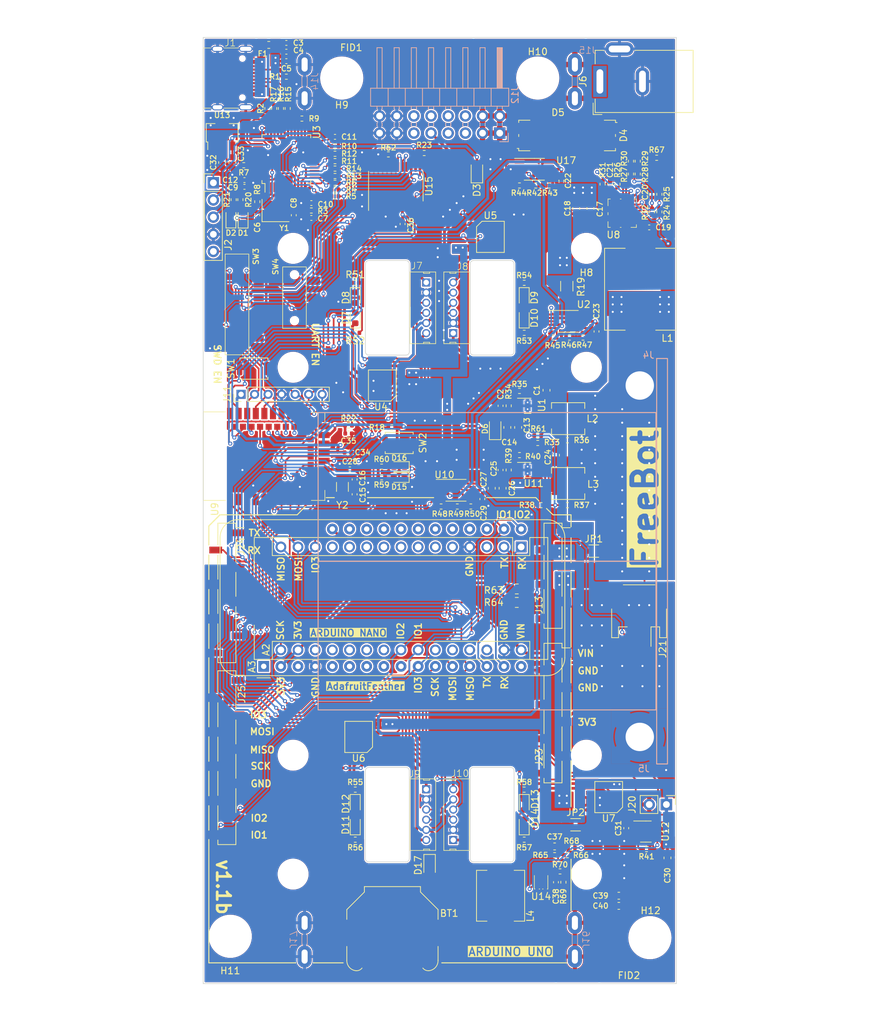
<source format=kicad_pcb>
(kicad_pcb (version 20221018) (generator pcbnew)
  (layers (0 "F.Cu" signal) (31 "B.Cu" signal) (34 "B.Paste" user) (35 "F.Paste" user) (36 "B.SilkS" user "B.Silkscreen") (37 "F.SilkS" user "F.Silkscreen") (38 "B.Mask" user) (39 "F.Mask" user) (44 "Edge.Cuts" user))
  (net 0 "")
  (net 1 "GND")
  (net 2 "Net-(BT1-+)")
  (net 3 "VBUS")
  (net 4 "Net-(U3-PD0)")
  (net 5 "/daplink/dap-nrst")
  (net 6 "Net-(U3-PD1)")
  (net 7 "/daplink/dap-inner-usb_N")
  (net 8 "/daplink/dap-inner-usb_P")
  (net 9 "/daplink/dap-led-red")
  (net 10 "Net-(D1-A)")
  (net 11 "Net-(D2-A)")
  (net 12 "Net-(D4-K)")
  (net 14 "Net-(D4-A-Pad1)")
  (net 16 "/daplink/dap-swclk")
  (net 17 "/daplink/dap-swdio")
  (net 18 "Net-(F1-Pad1)")
  (net 19 "Net-(J1-CC1)")
  (net 20 "Net-(J1-CC2)")
  (net 21 "/USB-VDD")
  (net 22 "/Vmotor")
  (net 23 "/mcu/m1-hall.c2")
  (net 24 "/mcu/m1-hall.c1")
  (net 25 "Net-(U8-Pgood)")
  (net 26 "/mcu/m2-hall.c2")
  (net 27 "/mcu/m2-hall.c1")
  (net 29 "/mcu/m3-hall.c1")
  (net 31 "/mcu/m4-hall.c2")
  (net 40 "/mcu/m4-hall.c1")
  (net 41 "Net-(U3-PB13)")
  (net 42 "Net-(U3-PB14)")
  (net 43 "Net-(U3-PB0)")
  (net 44 "Net-(U3-BOOT0)")
  (net 45 "Net-(U3-PC13)")
  (net 46 "Net-(U3-PB12)")
  (net 47 "Net-(U3-PB1)")
  (net 48 "Net-(U3-PA0)")
  (net 49 "Net-(U3-PA1)")
  (net 50 "Net-(U3-PA2)")
  (net 51 "Net-(U3-PA3)")
  (net 52 "/daplink/dap-usbd_N")
  (net 53 "/daplink/dap-usbd_P")
  (net 54 "Net-(U3-PA15)")
  (net 67 "/mcu/m1-ctrl.in-a")
  (net 68 "/mcu/m1-ctrl.in-b")
  (net 69 "/mcu/m2-ctrl.in-a")
  (net 72 "/mcu/m2-ctrl.in-b")
  (net 73 "/mcu/m3-ctrl.in-a")
  (net 76 "/mcu/m3-ctrl.in-b")
  (net 77 "/mcu/m4-ctrl.in-a")
  (net 80 "/mcu/m4-ctrl.in-b")
  (net 83 "Net-(U8-Vdrv)")
  (net 84 "Net-(U8-Vdd)")
  (net 85 "Net-(U8-PHASE)")
  (net 86 "Net-(C21-Pad2)")
  (net 87 "Net-(U1-FB)")
  (net 91 "VDD")
  (net 92 "Net-(L1-Pad1)")
  (net 93 "Net-(U8-FB)")
  (net 94 "Net-(U8-BOOT)")
  (net 95 "Net-(U8-MODE1)")
  (net 96 "Net-(U8-MODE2)")
  (net 97 "Net-(L2-Pad2)")
  (net 103 "/daplink/tgt-swd.clk")
  (net 104 "/daplink/tgt-swd.io")
  (net 105 "/daplink/tgt-swd.rst")
  (net 106 "/daplink/tgt-uart.cts")
  (net 107 "/daplink/tgt-uart.rts")
  (net 108 "Net-(U9-P0.00{slash}XL1)")
  (net 109 "Net-(U9-P0.01{slash}XL2)")
  (net 110 "Net-(U11-FB)")
  (net 111 "Net-(L3-Pad2)")
  (net 112 "/mcu/m3-hall.c2")
  (net 113 "/pwr2/Vcap")
  (net 114 "/Vbotin")
  (net 115 "/pwr2/Vcap_reg")
  (net 116 "/pwr2/Vbotout-overcurr")
  (net 117 "/Vbotout")
  (net 118 "/mcu/V-mea")
  (net 119 "Net-(D7-K)")
  (net 120 "Net-(D7-A)")
  (net 121 "Net-(D8-K)")
  (net 122 "Net-(D8-A)")
  (net 123 "Net-(D9-K)")
  (net 124 "Net-(D9-A)")
  (net 125 "Net-(D10-K)")
  (net 126 "Net-(D10-A)")
  (net 127 "Net-(D11-K)")
  (net 128 "Net-(D11-A)")
  (net 129 "Net-(D12-K)")
  (net 130 "Net-(D12-A)")
  (net 131 "Net-(D13-K)")
  (net 132 "Net-(D13-A)")
  (net 133 "Net-(D14-K)")
  (net 134 "Net-(D14-A)")
  (net 135 "Net-(D15-A)")
  (net 136 "Net-(D16-A)")
  (net 137 "/mcu/Vin-mea-en")
  (net 138 "/mcu/Vcap-mea-en")
  (net 139 "/pwr1/buck_en")
  (net 140 "/pwr2/Vmotor-EN")
  (net 141 "/mcu/Vmotor-mea-en")
  (net 142 "/mcu/Vbotout-EN")
  (net 163 "/daplink/tgt-swd-clk-dap")
  (net 164 "/daplink/tgt-swd-io-dap")
  (net 165 "/daplink/tgt-swd-rst-dap")
  (net 166 "/daplink/tgt-tx-dap")
  (net 167 "/daplink/tgt-rx-dap")
  (net 168 "Net-(R42-Pad1)")
  (net 169 "Net-(R42-Pad2)")
  (net 172 "Net-(R46-Pad1)")
  (net 173 "Net-(R46-Pad2)")
  (net 176 "Net-(R49-Pad1)")
  (net 177 "Net-(R49-Pad2)")
  (net 180 "Net-(U1-EN)")
  (net 181 "Net-(U15-~{EN})")
  (net 200 "/add-on-board/addon-io.1")
  (net 201 "/add-on-board/addon-io.2")
  (net 202 "/add-on-board/addon-spi.mosi")
  (net 203 "/add-on-board/addon-spi.sck")
  (net 204 "/add-on-board/addon-spi.miso")
  (net 205 "/add-on-board/addon-io.3")
  (net 223 "/add-on-board/uart.tx")
  (net 224 "/add-on-board/uart.rx")
  (net 244 "/add-on-board/3V3")
  (net 245 "/add-on-board/VIN")
  (net 246 "Net-(U14-FB)")
  (net 247 "Net-(U14-SW)")
  (net 248 "Net-(U14-MODE)")
  (footprint "Resistor_SMD:R_1206_3216Metric" (layer "F.Cu") (at 105.1 156.5)
    (fp_text reference "JP2")
    (fp_text value "SolderJumper_2_Open")
  )
  (footprint "Resistor_SMD:R_0402_1005Metric" (layer "F.Cu") (at 62.3 45.8)
    (fp_text reference "R1")
    (fp_text value "5.1k")
  )
  (footprint "Resistor_SMD:R_0402_1005Metric" (layer "F.Cu") (at 54.5 64 -90)
    (fp_text reference "R21")
    (fp_text value "27")
  )
  (footprint "MountingHole:MountingHole_2.2mm_M2_ISO7380" (layer "F.Cu") (at 106.7 88.8)
    (fp_text reference "H7" hide)
    (fp_text value "MountingHole")
  )
  (footprint "Connector_PinSocket_2.54mm:PinSocket_1x10_P2.54mm_Vertical_SMD_Pin1Right" (layer "F.Cu") (at 53.5 146.57)
    (fp_text reference "J25")
    (fp_text value "Conn_01x10")
  )
  (footprint "Capacitor_SMD:C_0603_1608Metric" (layer "F.Cu") (at 100.8 92.2 90)
    (fp_text reference "C1")
    (fp_text value "10uF")
  )
  (footprint "Resistor_SMD:R_0402_1005Metric" (layer "F.Cu") (at 99.5 98.9 180)
    (fp_text reference "R61")
    (fp_text value "DNP")
  )
  (footprint "Capacitor_SMD:C_0402_1005Metric" (layer "F.Cu") (at 62.3 40.8)
    (fp_text reference "C3")
    (fp_text value "1uF")
  )
  (footprint "MountingHole:MountingHole_2.2mm_M2_ISO7380" (layer "F.Cu") (at 63.3 71.2)
    (fp_text reference "H1" hide)
    (fp_text value "MountingHole")
  )
  (footprint "Capacitor_SMD:C_0603_1608Metric" (layer "F.Cu") (at 111.5 168.5)
    (fp_text reference "C40")
    (fp_text value "22uF")
  )
  (footprint "Capacitor_SMD:C_0603_1608Metric" (layer "F.Cu") (at 96.6 97.7 -90)
    (fp_text reference "C13")
    (fp_text value "22uF")
  )
  (footprint "Package_TO_SOT_SMD:TO-277A" (layer "F.Cu") (at 99.85 54.5 90)
    (fp_text reference "D5")
    (fp_text value "10S45SP")
  )
  (footprint "LED_SMD:LED_0603_1608Metric" (layer "F.Cu") (at 72.5 81.5 90)
    (fp_text reference "D7")
    (fp_text value "GREEN LED NCD0603G1")
  )
  (footprint "Resistor_SMD:R_0402_1005Metric" (layer "F.Cu") (at 114.3 60.2 90)
    (fp_text reference "R28")
    (fp_text value "499k")
  )
  (footprint "Resistor_SMD:R_0402_1005Metric" (layer "F.Cu") (at 85.2 109.4 180)
    (fp_text reference "R48")
    (fp_text value "100k")
  )
  (footprint "Module:Adafruit_Feather" (layer "F.Cu") (at 58.95 133.0525 90)
    (fp_text reference "A3")
    (fp_text value "Adafruit_Feather_Generic")
  )
  (footprint "Resistor_SMD:R_0402_1005Metric" (layer "F.Cu") (at 69.5 60.5)
    (fp_text reference "R13")
    (fp_text value "22")
  )
  (footprint "Button_Switch_SMD:SW_Push_SPST_NO_Alps_SKRK" (layer "F.Cu") (at 79 100 180)
    (fp_text reference "SW2")
    (fp_text value "TS-1088-AR02016")
  )
  (footprint "Capacitor_SMD:C_0402_1005Metric" (layer "F.Cu") (at 71.7 103.9)
    (fp_text reference "C28")
    (fp_text value "0.01uF")
  )
  (footprint "Fan-Connectors:ZH-1.5mm-1x6p-TH" (layer "F.Cu") (at 83 80 -90)
    (fp_text reference "J7")
    (fp_text value "Conn_01x06")
  )
  (footprint "Capacitor_SMD:C_0402_1005Metric" (layer "F.Cu") (at 69.5 54.7)
    (fp_text reference "C11")
    (fp_text value "0.1uF")
  )
  (footprint "Resistor_SMD:R_0402_1005Metric" (layer "F.Cu") (at 77.9 97.7 180)
    (fp_text reference "R18")
    (fp_text value "100k")
  )
  (footprint "Capacitor_SMD:C_0603_1608Metric" (layer "F.Cu") (at 54.3 58.5 -90)
    (fp_text reference "C33")
    (fp_text value "10uF")
  )
  (footprint "Resistor_SMD:R_0402_1005Metric" (layer "F.Cu") (at 102.8 163.4)
    (fp_text reference "R70")
    (fp_text value "100k")
  )
  (footprint "Resistor_SMD:R_1206_3216Metric" (layer "F.Cu") (at 103.8 76.8 -90)
    (fp_text reference "R19")
    (fp_text value "DNP")
  )
  (footprint "Capacitor_SMD:C_0402_1005Metric" (layer "F.Cu") (at 58 66.3 90)
    (fp_text reference "C6")
    (fp_text value "22p")
  )
  (footprint "Fan-Connectors:ZH-1.5mm-1x6p-TH" (layer "F.Cu") (at 83 155 -90)
    (fp_text reference "J9")
    (fp_text value "Conn_01x06")
  )
  (footprint "Diode_SMD:D_SOD-323" (layer "F.Cu") (at 90.5 59.9 90)
    (fp_text reference "D3")
    (fp_text value "CUS10S30,H3F")
  )
  (footprint "Package_QFP:LQFP-48_7x7mm_P0.5mm" (layer "F.Cu") (at 62.3 58 90)
    (fp_text reference "U3")
    (fp_text value "STM32F103CBTx")
  )
  (footprint "Capacitor_SMD:C_0402_1005Metric" (layer "F.Cu") (at 110.2 61.7 90)
    (fp_text reference "C21")
    (fp_text value "0.1uF")
  )
  (footprint "Resistor_SMD:R_0402_1005Metric" (layer "F.Cu") (at 113.3 58.3 90)
    (fp_text reference "R30")
    (fp_text value "DNP")
  )
  (footprint "LED_SMD:LED_0603_1608Metric" (layer "F.Cu") (at 55.9 66.7125 90)
    (fp_text reference "D1")
    (fp_text value "Red")
  )
  (footprint "Resistor_SMD:R_0402_1005Metric" (layer "F.Cu") (at 116.4 65.8 -90)
    (fp_text reference "R32")
    (fp_text value "100k")
  )
  (footprint "Capacitor_SMD:C_0402_1005Metric" (layer "F.Cu") (at 71.5 98.6)
    (fp_text reference "C35")
    (fp_text value "0.1uF")
  )
  (footprint "Capacitor_SMD:C_0402_1005Metric" (layer "F.Cu") (at 116.4 63.2 90)
    (fp_text reference "C20")
    (fp_text value "1uF")
  )
  (footprint "Connector_PinHeader_2.00mm:PinHeader_1x07_P2.00mm_Vertical" (layer "F.Cu") (at 55.6 92.8 90)
    (fp_text reference "J11")
    (fp_text value "Conn_01x07")
  )
  (footprint "Fan-pwr:VQFN-HR-7 TPS61022" (layer "F.Cu") (at 100 165 90)
    (fp_text reference "U14")
    (fp_text value "boost-TPS61022")
  )
  (footprint "Resistor_SMD:R_0402_1005Metric" (layer "F.Cu") (at 101.2 61.9)
    (fp_text reference "R43")
    (fp_text value "10k")
  )
  (footprint "Fan-Motor:motor-driver-BDR6120H" (layer "F.Cu") (at 92.5 69.5)
    (fp_text reference "U5")
    (fp_text value "BDR6120H" hide)
  )
  (footprint "Capacitor_SMD:C_0402_1005Metric" (layer "F.Cu") (at 66 66.7)
    (fp_text reference "C7")
    (fp_text value "0.1uF")
  )
  (footprint "Resistor_SMD:R_0402_1005Metric" (layer "F.Cu") (at 56 58.9 180)
    (fp_text reference "R7")
    (fp_text value "100k")
  )
  (footprint "Resistor_SMD:R_0402_1005Metric" (layer "F.Cu") (at 72.5 76.3 180)
    (fp_text reference "R51")
    (fp_text value "27")
  )
  (footprint "Resistor_SMD:R_0402_1005Metric" (layer "F.Cu") (at 97.5 158.7 180)
    (fp_text reference "R57")
    (fp_text value "100")
  )
  (footprint "Resistor_SMD:R_0402_1005Metric" (layer "F.Cu") (at 103.9 109.2 180)
    (fp_text reference "R37")
    (fp_text value "DNP")
  )
  (footprint "Resistor_SMD:R_0402_1005Metric" (layer "F.Cu") (at 95.2 94.5 90)
    (fp_text reference "R34")
    (fp_text value "348k")
  )
  (footprint "Capacitor_SMD:C_0402_1005Metric" (layer "F.Cu") (at 71.4 101.4)
    (fp_text reference "C34")
    (fp_text value "0.1uF")
  )
  (footprint "Package_SO:VSSOP-10_3x3mm_P0.5mm" (layer "F.Cu") (at 104 82)
    (fp_text reference "U2")
    (fp_text value "TS5A23159DGS")
  )
  (footprint "Capacitor_SMD:C_0402_1005Metric" (layer "F.Cu") (at 102.2 165 -90)
    (fp_text reference "C38")
    (fp_text value "10pF")
  )
  (footprint "LED_SMD:LED_0603_1608Metric" (layer "F.Cu") (at 97.5 78.5 -90)
    (fp_text reference "D9")
    (fp_text value "RED LED NCD0603R1")
  )
  (footprint "Package_TO_SOT_SMD:TSOT-23-5" (layer "F.Cu") (at 115.5 157.5)
    (fp_text reference "U12")
    (fp_text value "RT9742AGJ5F")
  )
  (footprint "Capacitor_SMD:C_0603_1608Metric" (layer "F.Cu") (at 102 159.7)
    (fp_text reference "C37")
    (fp_text value "10uF")
  )
  (footprint "Fan-Connectors:ZH-1.5mm-1x6p-TH" (layer "F.Cu") (at 87 155 90)
    (fp_text reference "J10")
    (fp_text value "Conn_01x06")
  )
  (footprint "MountingHole:MountingHole_2.2mm_M2_ISO7380" (layer "F.Cu") (at 63.3 163.8)
    (fp_text reference "H4" hide)
    (fp_text value "MountingHole")
  )
  (footprint "Resistor_SMD:R_1206_3216Metric" (layer "F.Cu") (at 107.8 116 180)
    (fp_text reference "JP1")
    (fp_text value "SolderJumper_2_Open")
  )
  (footprint "Resistor_SMD:R_0402_1005Metric" (layer "F.Cu") (at 77.4 57.3)
    (fp_text reference "R62")
    (fp_text value "0")
  )
  (footprint "Connector_JST:JST_PH_S2B-PH-SM4-TB_1x02-1MP_P2.00mm_Horizontal" (layer "F.Cu") (at 114.5 125.5 180)
    (fp_text reference "J21")
    (fp_text value "Conn_01x02")
  )
  (footprint "Resistor_SMD:R_0402_1005Metric" (layer "F.Cu") (at 55.5 64 -90)
    (fp_text reference "R20")
    (fp_text value "100")
  )
  (footprint "Resistor_SMD:R_0402_1005Metric" (layer "F.Cu") (at 69.5 57.2)
    (fp_text reference "R12")
    (fp_text value "22")
  )
  (footprint "Resistor_SMD:R_0402_1005Metric" (layer "F.Cu") (at 99.2 61.9)
    (fp_text reference "R42")
    (fp_text value "390k")
  )
  (footprint "Resistor_SMD:R_0402_1005Metric" (layer "F.Cu") (at 102 161)
    (fp_text reference "R65")
    (fp_text value "DNP")
  )
  (footprint "Capacitor_SMD:C_0402_1005Metric" (layer "F.Cu") (at 62.3 42.1)
    (fp_text reference "C4")
    (fp_text value "1uF")
  )
  (footprint "Fan-Connectors:ZH-1.5mm-1x6p-TH" (layer "F.Cu") (at 87 80 90)
    (fp_text reference "J8")
    (fp_text value "Conn_01x06")
  )
  (footprint "Resistor_SMD:R_0402_1005Metric" (layer "F.Cu") (at 69.5 62.5 180)
    (fp_text reference "R4")
    (fp_text value "22")
  )
  (footprint "Resistor_SMD:R_0402_1005Metric" (layer "F.Cu") (at 96.8 101.8)
    (fp_text reference "R40")
    (fp_text value "100k")
  )
  (footprint "Capacitor_SMD:C_0402_1005Metric" (layer "F.Cu") (at 94 94.5 -90)
    (fp_text reference "C2")
    (fp_text value "10pF")
  )
  (footprint "Package_TO_SOT_SMD:SOT-89-3" (layer "F.Cu") (at 52.8 54.1 90)
    (fp_text reference "U13")
    (fp_text value "HT7536-1\n")
  )
  (footprint "Resistor_SMD:R_0402_1005Metric" (layer "F.Cu") (at 115.6 160.1 180)
    (fp_text reference "R41")
    (fp_text value "100k")
  )
  (footprint "MountingHole:MountingHole_3.2mm_M3_ISO14580" (layer "F.Cu") (at 99.5 46)
    (fp_text reference "H10")
    (fp_text value "MountingHole")
  )
  (footprint "Resistor_SMD:R_0402_1005Metric" (layer "F.Cu") (at 101.8 84.4 180)
    (fp_text reference "R45")
    (fp_text value "100k")
  )
  (footprint "Resistor_SMD:R_0402_1005Metric" (layer "F.Cu") (at 60.5 50.5 90)
    (fp_text reference "R17")
    (fp_text value "1.5k")
  )
  (footprint "Fiducial:Fiducial_1mm_Mask2mm" (layer "F.Cu") (at 113 177)
    (fp_text reference "FID2")
    (fp_text value "Fiducial")
  )
  (footprint "Connector_PinHeader_2.54mm:PinHeader_1x02_P2.54mm_Vertical" (layer "F.Cu") (at 118.54 153.5 -90)
    (fp_text reference "J20")
    (fp_text value "Conn_01x02")
  )
  (footprint "Capacitor_SMD:C_0402_1005Metric" (layer "F.Cu") (at 79.5 67.6 90)
    (fp_text reference "C36")
    (fp_text value "0.1uF")
  )
  (footprint "Connector_PinSocket_2.54mm:PinSocket_1x08_P2.54mm_Vertical_SMD_Pin1Right" (layer "F.Cu") (at 53.5 122.19)
    (fp_text reference "J24")
    (fp_text value "Conn_01x08")
  )
  (footprint "LED_SMD:LED_0603_1608Metric" (layer "F.Cu") (at 97.5 156.5 90)
    (fp_text reference "D14")
    (fp_text value "GREEN LED NCD0603G1")
  )
  (footprint "MountingHole:MountingHole_2.2mm_M2_ISO7380" (layer "F.Cu") (at 106.7 163.8)
    (fp_text reference "H5" hide)
    (fp_text value "MountingHole")
  )
  (footprint "Fan-Motor:motor-driver-BDR6120H" (layer "F.Cu") (at 110 152.4 180)
    (fp_text reference "U7")
    (fp_text value "BDR6120H" hide)
  )
  (footprint "Package_SO:TSSOP-24_4.4x7.8mm_P0.65mm" (layer "F.Cu") (at 78.5 62 90)
    (fp_text reference "U15")
    (fp_text value "TS3A27518EPW")
  )
  (footprint "Resistor_SMD:R_0402_1005Metric" (layer "F.Cu") (at 72.6 83.7 180)
    (fp_text reference "R52")
    (fp_text value "100")
  )
  (footprint "Resistor_SMD:R_0402_1005Metric" (layer "F.Cu") (at 99.5 100 180)
    (fp_text reference "R33")
    (fp_text value "DNP")
  )
  (footprint "Resistor_SMD:R_0402_1005Metric" (layer "F.Cu") (at 96.8 61.9 180)
    (fp_text reference "R44")
    (fp_text value "100k")
  )
  (footprint "Resistor_SMD:R_0402_1005Metric" (layer "F.Cu") (at 66 65.6)
    (fp_text reference "R3")
    (fp_text value "100k")
  )
  (footprint "Fan-pwr:MLP44-24L SiC431" (layer "F.Cu") (at 112 66)
    (fp_text reference "U8")
    (fp_text value "SIC431AED-T1-GE3" hide)
  )
  (footprint "Fan-switch:DPDT-K3-2235S-F1" (layer "F.Cu") (at 63.5 78.5 -90)
    (fp_text reference "SW4")
    (fp_text value "Switch-DPDT" hide)
  )
  (footprint "Crystal:Crystal_SMD_3225-4Pin_3.2x2.5mm" (layer "F.Cu") (at 60.7 65.6)
    (fp_text reference "Y1")
    (fp_text value "Crystal_GND24")
  )
  (footprint "Inductor_SMD:L_Sunlord_MWSA0412S" (layer "F.Cu") (at 104 96.4 180)
    (fp_text reference "L2")
    (fp_text value "470nH FXL0420-R47-M")
  )
  (footprint "Package_SON:WSON-8-1EP_2x2mm_P0.5mm_EP0.9x1.6mm_ThermalVias" (layer "F.Cu") (at 98 94.5)
    (fp_text reference "U1")
    (fp_text value "~")
  )
  (footprint "Connector_BarrelJack:BarrelJack_GCT_DCJ200-10-A_Horizontal" (layer "F.Cu") (at 108.7 46.5 90)
    (fp_text reference "J6")
    (fp_text value "Barrel_Jack_MountingPin")
  )
  (footprint "Package_SO:VSSOP-10_3x3mm_P0.5mm" (layer "F.Cu") (at 87.4 107)
    (fp_text reference "U10")
    (fp_text value "TS5A23159DGS")
  )
  (footprint "Connector_PinSocket_2.54mm:PinSocket_1x08_P2.54mm_Vertical_SMD_Pin1Right" (layer "F.Cu") (at 101.76 139.97)
    (fp_text reference "J23")
    (fp_text value "Conn_01x08")
  )
  (footprint "LED_SMD:LED_0603_1608Metric" (layer "F.Cu") (at 97.5 153.5 -90)
    (fp_text reference "D13")
    (fp_text value "RED LED NCD0603R1")
  )
  (footprint "Resistor_SMD:R_0402_1005Metric" (layer "F.Cu") (at 96.8 92.3)
    (fp_text reference "R35")
    (fp_text value "100k")
  )
  (footprint "Resistor_SMD:R_0402_1005Metric" (layer "F.Cu") (at 58 64.3 90)
    (fp_text reference "R8")
    (fp_text value "10k DNP")
  )
  (footprint "Fan-socket-connector:TYPE-C-31-M-12" (layer "F.Cu") (at 50 46 -90)
    (fp_text reference "J1")
    (fp_text value "USB-type-c-16p" hide)
  )
  (footprint "Resistor_SMD:R_0402_1005Metric" (layer "F.Cu") (at 64.6 52)
    (fp_text reference "R9")
    (fp_text value "100")
  )
  (footprint "Resistor_SMD:R_0402_1005Metric" (layer "F.Cu") (at 61.5 50.5 -90)
    (fp_text reference "R16")
    (fp_text value "22")
  )
  (footprint "Inductor_SMD:L_Sunlord_MWSA0412S" (layer "F.Cu") (at 104 106 180)
    (fp_text reference "L3")
    (fp_text value "470nH FXL0420-R47-M")
  )
  (footprint "Capacitor_SMD:C_0402_1005Metric" (layer "F.Cu") (at 56.1 61.1 180)
    (fp_text reference "C12")
    (fp_text value "0.1uF")
  )
  (footprint "Resistor_SMD:R_0402_1005Metric" (layer "F.Cu") (at 103.9 161)
    (fp_text reference "R66")
    (fp_text value "0")
  )
  (footprint "Resistor_SMD:R_0402_1005Metric" (layer "F.Cu") (at 87.6 109.4)
    (fp_text reference "R49")
    (fp_text value "390k")
  )
  (footprint "Capacitor_SMD:C_0603_1608Metric" (layer "F.Cu") (at 92.7 106.7 -90)
    (fp_text reference "C27")
    (fp_text value "22uF")
  )
  (footprint "Resistor_SMD:R_0402_1005Metric" (layer "F.Cu") (at 111.3 61.7 90)
    (fp_text reference "R26")
    (fp_text value "1")
  )
  (footprint "Diode_SMD:D_SOD-323" (layer "F.Cu") (at 83.5 162.5 -90)
    (fp_text reference "D17")
    (fp_text value "CUS10S30,H3F")
  )
  (footprint "Capacitor_SMD:C_0603_1608Metric" (layer "F.Cu") (at 111.5 167)
    (fp_text reference "C39")
    (fp_text value "22uF")
  )
  (footprint "Resistor_SMD:R_0805_2012Metric_Pad1.20x1.40mm_HandSolder" (layer "F.Cu") (at 96.4 123.6 180)
    (fp_text reference "R64")
    (fp_text value "R")
  )
  (footprint "Capacitor_SMD:C_0402_1005Metric" (layer "F.Cu") (at 116 68.1)
    (fp_text reference "C19")
    (fp_text value "2.2uF")
  )
  (footprint "Fan-Motor:motor-driver-BDR6120H" (layer "F.Cu") (at 73 143.5 180)
    (fp_text reference "U6")
    (fp_text value "BDR6120H" hide)
  )
  (footprint "Capacitor_SMD:C_0603_1608Metric" (layer "F.Cu") (at 52.8 58.5 -90)
    (fp_text reference "C32")
    (fp_text value "10uF")
  )
  (footprint "Resistor_SMD:R_0402_1005Metric" (layer "F.Cu") (at 62.5 50.5 -90)
    (fp_text reference "R15")
    (fp_text value "22")
  )
  (footprint "Package_TO_SOT_SMD:TO-277A" (layer "F.Cu") (at 107.85 54.5 -90)
    (fp_text reference "D4")
    (fp_text value "10S45SP")
  )
  (footprint "Capacitor_SMD:C_0402_1005Metric" (layer "F.Cu") (at 108.2 83.5 -90)
    (fp_text reference "C23")
    (fp_text value "0.1uF")
  )
  (footprint "Resistor_SMD:R_0402_1005Metric" (layer "F.Cu") (at 114.3 58.3 90)
    (fp_text reference "R29")
    (fp_text value "DNP")
  )
  (footprint "MountingHole:MountingHole_2.2mm_M2_ISO7380" (layer "F.Cu") (at 63.3 146.2)
    (fp_text reference "H3" hide)
    (fp_text value "MountingHole")
  )
  (footprint "Resistor_SMD:R_0402_1005Metric" (layer "F.Cu") (at 72.5 158.7 180)
    (fp_text reference "R56")
    (fp_text value "100")
  )
  (footprint "Capacitor_SMD:C_0603_1608Metric" (layer "F.Cu") (at 118.7 161.4 -90)
    (fp_text reference "C30")
    (fp_text value "10uF")
  )
  (footprint "Resistor_SMD:R_0402_1005Metric" (layer "F.Cu") (at 69.5 59.4)
    (fp_text reference "R14")
    (fp_text value "22")
  )
  (footprint "MountingHole:MountingHole_3.2mm_M3_ISO14580" (layer "F.Cu") (at 70.5 46)
    (fp_text reference "H9")
    (fp_text value "MountingHole")
  )
  (footprint "Resistor_SMD:R_0402_1005Metric" (layer "F.Cu") (at 76.4 105.0875)
    (fp_text reference "R59")
    (fp_text value "100")
  )
  (footprint "Package_SON:WSON-8-1EP_2x2mm_P0.5mm_EP0.9x1.6mm_ThermalVias" (layer "F.Cu") (at 98 104)
    (fp_text reference "U11")
    (fp_text value "~")
  )
  (footprint "Resistor_SMD:R_0402_1005Metric" (layer "F.Cu") (at 97.5 76.3 180)
    (fp_text reference "R54")
    (fp_text value "27")
  )
  (footprint "Capacitor_SMD:C_0603_1608Metric" (layer "F.Cu") (at 102.2 101.8 90)
    (fp_text reference "C24")
    (fp_text value "10uF")
  )
  (footprint "LED_SMD:LED_0603_1608Metric" (layer "F.Cu") (at 97.5 81.5 90)
    (fp_text reference "D10")
    (fp_text value "GREEN LED NCD0603G1")
  )
  (footprint "MountingHole:MountingHole_2.2mm_M2_ISO7380" (layer "F.Cu") (at 106.7 71.2)
    (fp_text reference "H8")
    (fp_text value "MountingHole")
  )
  (footprint "Capacitor_SMD:C_0402_1005Metric" (layer "F.Cu") (at 62.3 43.5)
    (fp_text reference "C5")
    (fp_text value "1uF")
  )
  (footprint "Resistor_SMD:R_0402_1005Metric" (layer "F.Cu") (at 117.5 63.2 90)
    (fp_text reference "R25")
    (fp_text value "10k")
  )
  (footprint "Crystal:Crystal_SMD_3215-2Pin_3.2x1.5mm" (layer "F.Cu") (at 70.6 106.5 -90)
    (fp_text reference "Y2")
    (fp_text value "Q13FC1350000400")
  )
  (footprint "MountingHole:MountingHole_2.2mm_M2_ISO7380" (layer "F.Cu") (at 63.3 88.8)
    (fp_text reference "H2" hide)
    (fp_text value "MountingHole")
  )
  (footprint "Capacitor_SMD:C_0402_1005Metric" (layer "F.Cu") (at 63.4 66.3 -90)
    (fp_text reference "C8")
    (fp_text value "22p")
  )
  (footprint "Inductor_SMD:L_Sunlord_MWSA0603S" (layer "F.Cu") (at 94 167 -90)
    (fp_text reference "L4")
    (fp_text value "1uH FXL0630-1R0-M")
  )
  (footprint "Battery:BatteryHolder_Keystone_3000_1x12mm" (layer "F.Cu") (at 78 172.5)
    (fp_text reference "BT1")
    (fp_text value "Battery_Cell")
  )
  (footprint "MountingHole:MountingHole_3.2mm_M3_ISO14580" (layer "F.Cu") (at 116.1 173.2)
    (fp_text reference "H12")
    (fp_text value "MountingHole")
  )
  (footprint "Resistor_SMD:R_0402_1005Metric" (layer "F.Cu") (at 71.5 97.4)
    (fp_text reference "R22")
    (fp_text value "100k")
  )
  (footprint "Resistor_SMD:R_0402_1005Metric" (layer "F.Cu") (at 106.2 84.4)
    (fp_text reference "R47")
    (fp_text value "10k")
  )
  (footprint "LED_SMD:LED_0603_1608Metric" (layer "F.Cu") (at 72.5 153.5 -90)
    (fp_text reference "D12")
    (fp_text value "RED LED NCD0603R1")
  )
  (footprint "Resistor_SMD:R_0402_1005Metric" (layer "F.Cu") (at 103.9 99.6 180)
    (fp_text reference "R36")
    (fp_text value "100k")
  )
  (footprint "Resistor_SMD:R_0402_1005Metric" (layer "F.Cu") (at 104.5 159.9 180)
    (fp_text reference "R68")
    (fp_text value "100k")
  )
  (footprint "Capacitor_SMD:C_0402_1005Metric" (layer "F.Cu") (at 56.1 62.1 180)
    (fp_text reference "C9")
    (fp_text value "0.1uF")
  )
  (footprint "LED_SMD:LED_0603_1608Metric" (layer "F.Cu") (at 72.5 78.5 -90)
    (fp_text reference "D8")
    (fp_text value "RED LED NCD0603R1")
  )
  (footprint "Resistor_SMD:R_0402_1005Metric" (layer "F.Cu") (at 109.1 61.7 90)
    (fp_text reference "R31")
    (fp_text value "100k")
  )
  (footprint "Capacitor_SMD:C_0603_1608Metric" (layer "F.Cu") (at 94.3 106.7 -90)
    (fp_text reference "C26")
    (fp_text value "22uF")
  )
  (footprint "Resistor_SMD:R_0402_1005Metric" (layer "F.Cu") (at 95.2 104 90)
    (fp_text reference "R39")
    (fp_text value "316k")
  )
  (footprint "Resistor_SMD:R_0402_1005Metric" (layer "F.Cu") (at 97.5 151.3 180)
    (fp_text reference "R58")
    (fp_text value "27")
  )
  (footprint "Resistor_SMD:R_0402_1005Metric" (layer "F.Cu") (at 72.5 151.3 180)
    (fp_text reference "R55")
    (fp_text value "27")
  )
  (footprint "Resistor_SMD:R_0402_1005Metric" (layer "F.Cu") (at 69.5 63.5 180)
    (fp_text reference "R5")
    (fp_text value "22")
  )
  (footprint "MountingHole:MountingHole_3.2mm_M3_ISO14580" (layer "F.Cu") (at 54 173)
    (fp_text reference "H11")
    (fp_text value "MountingHole")
  )
  (footprint "Resistor_SMD:R_0402_1005Metric" (layer "F.Cu") (at 89.6 109.4)
    (fp_text reference "R50")
    (fp_text value "10k")
  )
  (footprint "Resistor_SMD:R_0402_1005Metric" (layer "F.Cu") (at 117.5 65.8 90)
    (fp_text reference "R24")
    (fp_text value "36.5k")
  )
  (footprint "Fan-switch:4PDT-K3-2268S-F1" (layer "F.Cu") (at 55 79.5 -90)
    (fp_text reference "SW3")
    (fp_text value "~" hide)
  )
  (footprint "Capacitor_SMD:C_0402_1005Metric" (layer "F.Cu") (at 91.3 108.3 -90)
    (fp_text reference "C29")
    (fp_text value "0.1uF")
  )
  (footprint "Resistor_SMD:R_0402_1005Metric" (layer "F.Cu") (at 113.3 60.2 90)
    (fp_text reference "R27")
    (fp_text value "100k")
  )
  (footprint "Capacitor_SMD:C_0603_1608Metric" (layer "F.Cu") (at 105.2 65.3 -90)
    (fp_text reference "C18")
    (fp_text value "22uF")
  )
  (footprint "Resistor_SMD:R_0402_1005Metric" (layer "F.Cu") (at 117.1 57.8)
    (fp_text reference "R67")
    (fp_text value "1")
  )
  (footprint "Resistor_SMD:R_0402_1005Metric" (layer "F.Cu") (at 69.5 61.5 180)
    (fp_text reference "R6")
    (fp_text value "22")
  )
  (footprint "Capacitor_SMD:C_0603_1608Metric" (layer "F.Cu") (at 107.3 65.3 -90)
    (fp_text reference "C17")
    (fp_text value "22uF")
  )
  (footprint "Fan-Motor:motor-driver-BDR6120H" (layer "F.Cu") (at 76.5 91.5 180)
    (fp_text reference "U4")
    (fp_text value "BDR6120H" hide)
  )
  (footprint "Resistor_SMD:R_0402_1005Metric" (layer "F.Cu") (at 97.5 83.7 180)
    (fp_text reference "R53")
    (fp_text value "100")
  )
  (footprint "LED_SMD:LED_0603_1608Metric" (layer "F.Cu") (at 72.5 156.5 90)
    (fp_text reference "D11")
    (fp_text value "GREEN LED NCD0603G1")
  )
  (footprint "Connector_PinHeader_2.54mm:PinHeader_1x05_P2.54mm_Vertical" (layer "F.Cu") (at 51.5 61.5)
    (fp_text reference "J2")
    (fp_text value "Conn_01x05")
  )
  (footprint "Capacitor_SMD:C_0402_1005Metric" (layer "F.Cu") (at 112.6 157 90)
    (fp_text reference "C31")
    (fp_text value "0.1uF")
  )
  (footprint "Button_Switch_SMD:SW_Push_SPST_NO_Alps_SKRK" (layer "F.Cu") (at 57.5 89)
    (fp_text reference "SW1")
    (fp_text value "TS-1088-AR02016")
  )
  (footprint "LED_SMD:LED_0603_1608Metric" (layer "F.Cu") (at 54.1 66.7 90)
    (fp_text reference "D2")
    (fp_text value "Green")
  )
  (footprint "Connector_PinSocket_2.54mm:PinSocket_1x06_P2.54mm_Vertical_SMD_Pin1Right" (layer "F.Cu") (at 101.76 119.65)
    (fp_text reference "J13")
    (fp_text value "Conn_01x06")
  )
  (footprint "Capacitor_SMD:C_0402_1005Metric" (layer "F.Cu") (at 72.4 105.4 -90)
    (fp_text reference "C16")
    (fp_text value "12pF")
  )
  (footprint "Inductor_SMD:L_Chilisin_BMRF00101040" (layer "F.Cu") (at 114.7 77.25 -90)
    (fp_text reference "L1")
    (fp_text value "300nH ")
  )
  (footprint "Module:Arduino_Nano" (layer "F.Cu") (at 97.05 115.39 -90)
    (fp_text reference "A2")
    (fp_text value "Arduino_Nano_v3.x")
  )
  (footprint "Resistor_SMD:R_0402_1005Metric" (layer "F.Cu") (at 103.3 165 90)
    (fp_text reference "R69")
    (fp_text value "806k")
  )
  (footprint "Resistor_SMD:R_0402_1005Metric" (layer "F.Cu") (at 76.4 103.5)
    (fp_text reference "R60")
    (fp_text value "100")
  )
  (footprint "Fiducial:Fiducial_1mm_Mask2mm" (layer "F.Cu") (at 74.5 41.5)
    (fp_text reference "FID1")
    (fp_text value "Fiducial")
  )
  (footprint "Fuse:Fuse_0603_1608Metric" (layer "F.Cu") (at 59.7 41.1)
    (fp_text reference "F1")
    (fp_text value " S1206-F-6.0A")
  )
  (footprint "Capacitor_SMD:C_0402_1005Metric" (layer "F.Cu") (at 72.4 107.6 90)
    (fp_text reference "C15")
    (fp_text value "12pF")
  )
  (footprint "Resistor_SMD:R_0402_1005Metric" (layer "F.Cu") (at 59.5 50.5 -90)
    (fp_text reference "R2")
    (fp_text value "5.1k")
  )
  (footprint "Resistor_SMD:R_0402_1005Metric" (layer "F.Cu") (at 69.5 56.1 180)
    (fp_text reference "R10")
    (fp_text value "0")
  )
  (footprint "Resistor_SMD:R_0402_1005Metric" (layer "F.Cu") (at 82.7 57.1)
    (fp_text reference "R23")
    (fp_text value "10k")
  )
  (footprint "Capacitor_SMD:C_0402_1005Metric" (layer "F.Cu") (at 94 104 -90)
    (fp_text reference "C25")
    (fp_text value "10pF")
  )
  (footprint "Resistor_SMD:R_0402_1005Metric" (layer "F.Cu") (at 100 109.2 180)
    (fp_text reference "R38")
    (fp_text value "100k")
  )
  (footprint "Resistor_SMD:R_0402_1005Metric" (layer "F.Cu") (at 104.2 84.4)
    (fp_text reference "R46")
    (fp_text value "390k")
  )
  (footprint "LED_SMD:LED_0603_1608Metric" (layer "F.Cu") (at 79 103.5 180)
    (fp_text reference "D16")
    (fp_text value "19-217/BHC-ZL1M2RY/3T")
  )
  (footprint "Fan-MCU-Library:E73-2G4M08S1C" (layer "F.Cu") (at 59 102 90)
    (fp_text reference "U9")
    (fp_text value "E73-2G4M08S1C")
  )
  (footprint "Package_SO:VSSOP-10_3x3mm_P0.5mm" (layer "F.Cu") (at 99 59.5)
    (fp_text reference "U17")
    (fp_text value "TS5A23159DGS")
  )
  (footprint "Capacitor_SMD:C_0603_1608Metric" (layer "F.Cu") (at 95 97.7 -90)
    (fp_text reference "C14")
    (fp_text value "22uF")
  )
  (footprint "MountingHole:MountingHole_2.2mm_M2_ISO7380" (layer "F.Cu") (at 106.7 146.2)
    (fp_text reference "H6" hide)
    (fp_text value "MountingHole")
  )
  (footprint "Resistor_SMD:R_0805_2012Metric_Pad1.20x1.40mm_HandSolder" (layer "F.Cu") (at 96.4 121.6 180)
    (fp_text reference "R63")
    (fp_text value "R")
  )
  (footprint "Diode_SMD:D_SOD-323" (layer "F.Cu") (at 93.2 97.9 90)
    (fp_text reference "D6")
    (fp_text value "CUS10S30,H3F")
  )
  (footprint "Capacitor_SMD:C_0402_1005Metric" (layer "F.Cu") (at 66 64.5)
    (fp_text reference "C10")
    (fp_text value "0.1uF")
  )
  (footprint "Resistor_SMD:R_0402_1005Metric" (layer "F.Cu") (at 69.5 58.3)
    (fp_text reference "R11")
    (fp_text value "22")
  )
  (footprint "LED_SMD:LED_0603_1608Metric" (layer "F.Cu") (at 78.9875 105.1 180)
    (fp_text reference "D15")
    (fp_text value "19-217/BHC-ZL1M2RY/3T")
  )
  (footprint "Capacitor_SMD:C_0402_1005Metric" (layer "F.Cu") (at 103 61.2 -90)
    (fp_text reference "C22")
    (fp_text value "0.1uF")
  )
  (footprint "MountingHole:MountingHole_3.2mm_M3_Pad_TopBottom" (layer "B.Cu") (at 114.6 91.5 180)
    (fp_text reference "J4")
    (fp_text value "Conn_01x01")
  )
  (footprint "MountingHole:MountingHole_3.2mm_M3_Pad_TopBottom" (layer "B.Cu") (at 114.6 143.5 180)
    (fp_text reference "J5")
    (fp_text value "Conn_01x01")
  )
  (footprint "Fan-Connectors:M3-side-terminal-DZ-43" (layer "B.Cu") (at 65 173.5)
    (fp_text reference "J17")
    (fp_text value "Conn_01x01")
  )
  (footprint "Connector_PinHeader_2.54mm:PinHeader_2x08_P2.54mm_Horizontal" (layer "B.Cu") (at 93.875 54.15 90)
    (fp_text reference "J12")
    (fp_text value "Conn_02x08_Odd_Even")
  )
  (footprint "Fan-Connectors:M3-side-terminal-DZ-32" (layer "B.Cu") (at 105 173.5)
    (fp_text reference "J16")
    (fp_text value "Conn_01x01")
  )
  (footprint "Fan-Connectors:M3-side-terminal-DZ-32" (layer "B.Cu") (at 65 46.5 180)
    (fp_text reference "J14")
    (fp_text value "Conn_01x01")
  )
  (footprint "Fan-Connectors:M3-side-terminal-DZ-43" (layer "B.Cu") (at 105 46.5 180)
    (fp_text reference "J15")
    (fp_text value "Conn_01x01")
  )
  (gr_rect (start 67 95.5) (end 117 117.5) (stroke (width 0.15)) (fill none) (layer "B.SilkS"))
  (gr_rect (start 117.1 87.5) (end 118.7 147.5) (stroke (width 0.15)) (fill none) (layer "B.SilkS"))
  (gr_rect (start 67 117.5) (end 117 139.5) (stroke (width 0.15)) (fill none) (layer "B.SilkS"))
  (gr_line (start 63.91 110.63) (end 65.1 109.4) (stroke (width 0.15)) (layer "F.SilkS"))
  (gr_line (start 103.8 176.93) (end 85.3 176.93) (stroke (width 0.15)) (layer "F.SilkS"))
  (gr_line (start 50.83 112.28) (end 52.48 110.63) (stroke (width 0.15)) (layer "F.SilkS"))
  (gr_line (start 50.83 112.28) (end 50.83 115.1) (stroke (width 0.15)) (layer "F.SilkS"))
  (gr_line (start 104.43 147.03) (end 104.43 153.8) (stroke (width 0.15)) (layer "F.SilkS"))
  (gr_line (start 63.7 176.93) (end 50.83 176.93) (stroke (width 0.15)) (layer "F.SilkS"))
  (gr_line (start 104.43 119.13) (end 104.43 122.8) (stroke (width 0.15)) (layer "F.SilkS"))
  (gr_line (start 104.43 110.63) (end 104.43 112.4) (stroke (width 0.15)) (layer "F.SilkS"))
  (gr_line (start 52.48 110.63) (end 63.91 110.63) (stroke (width 0.15)) (layer "F.SilkS"))
  (gr_line (start 50.83 153.68) (end 50.83 157.3) (stroke (width 0.15)) (layer "F.SilkS"))
  (gr_line (start 101.76 110.63) (end 104.43 110.63) (stroke (width 0.15)) (layer "F.SilkS"))
  (gr_line (start 50.83 116.58) (end 50.83 120.2) (stroke (width 0.15)) (layer "F.SilkS"))
  (gr_line (start 91.9 108.09) (end 99.22 108.09) (stroke (width 0.15)) (layer "F.SilkS"))
  (gr_line (start 50.83 148.58) (end 50.83 152.2) (stroke (width 0.15)) (layer "F.SilkS"))
  (gr_line (start 70.7 176.93) (end 66.3 176.93) (stroke (width 0.15)) (layer "F.SilkS"))
  (gr_line (start 99.22 108.09) (end 99.7 108.6) (stroke (width 0.15)) (layer "F.SilkS"))
  (gr_line (start 104.43 161.6) (end 104.43 169.2) (stroke (width 0.15)) (layer "F.SilkS"))
  (gr_line (start 74.3 108.09) (end 84.1 108.09) (stroke (width 0.15)) (layer "F.SilkS"))
  (gr_line (start 50.83 138.38) (end 50.83 142) (stroke (width 0.15)) (layer "F.SilkS"))
  (gr_line (start 104.43 131.83) (end 104.43 135.5) (stroke (width 0.15)) (layer "F.SilkS"))
  (gr_line (start 100.8 109.7) (end 101.76 110.63) (stroke (width 0.15)) (layer "F.SilkS"))
  (gr_line (start 50.83 121.68) (end 50.83 125.3) (stroke (width 0.15)) (layer "F.SilkS"))
  (gr_line (start 50.83 158.68) (end 50.83 176.93) (stroke (width 0.15)) (layer "F.SilkS"))
  (gr_line (start 68.2 108.09) (end 69.4 108.09) (stroke (width 0.15)) (layer "F.SilkS"))
  (gr_line (start 50.83 112.28) (end 52.48 110.63) (stroke (width 0.15)) (layer "F.SilkS"))
  (gr_line (start 104.43 136.93) (end 104.43 140.6) (stroke (width 0.15)) (layer "F.SilkS"))
  (gr_line (start 104.43 141.93) (end 104.43 145.6) (stroke (width 0.15)) (layer "F.SilkS"))
  (gr_line (start 104.43 114.03) (end 104.43 117.7) (stroke (width 0.15)) (layer "F.SilkS"))
  (gr_line (start 50.83 143.48) (end 50.83 147.1) (stroke (width 0.15)) (layer "F.SilkS"))
  (gr_line (start 50.83 131.78) (end 50.83 137) (stroke (width 0.15)) (layer "F.SilkS"))
  (gr_line (start 50.83 126.78) (end 50.83 130.4) (stroke (width 0.15)) (layer "F.SilkS"))
  (gr_line (start 104.43 124.43) (end 104.43 130.2) (stroke (width 0.15)) (layer "F.SilkS"))
  (gr_arc (start 74.5 87) (mid 74.146447 86.853553) (end 74 86.5) (stroke (width 0.1)) (layer "Edge.Cuts"))
  (gr_line (start 120 40) (end 120 180) (stroke (width 0.1)) (layer "Edge.Cuts"))
  (gr_arc (start 95.5 148) (mid 95.853553 148.146447) (end 96 148.5) (stroke (width 0.1)) (layer "Edge.Cuts"))
  (gr_arc (start 90 87) (mid 89.646447 86.853553) (end 89.5 86.5) (stroke (width 0.1)) (layer "Edge.Cuts"))
  (gr_arc (start 89.5 73.5) (mid 89.646447 73.146447) (end 90 73) (stroke (width 0.1)) (layer "Edge.Cuts"))
  (gr_line (start 90 87) (end 95.5 87) (stroke (width 0.1)) (layer "Edge.Cuts"))
  (gr_line (start 95.5 148) (end 90 148) (stroke (width 0.1)) (layer "Edge.Cuts"))
  (gr_line (start 74.5 87) (end 80 87) (stroke (width 0.1)) (layer "Edge.Cuts"))
  (gr_line (start 95.5 73) (end 90 73) (stroke (width 0.1)) (layer "Edge.Cuts"))
  (gr_arc (start 80 148) (mid 80.353553 148.146447) (end 80.5 148.5) (stroke (width 0.1)) (layer "Edge.Cuts"))
  (gr_arc (start 74 148.5) (mid 74.146447 148.146447) (end 74.5 148) (stroke (width 0.1)) (layer "Edge.Cuts"))
  (gr_line (start 74 73.5) (end 74 86.5) (stroke (width 0.1)) (layer "Edge.Cuts"))
  (gr_line (start 96 161.5) (end 96 148.5) (stroke (width 0.1)) (layer "Edge.Cuts"))
  (gr_line (start 89.5 73.5) (end 89.5 86.5) (stroke (width 0.1)) (layer "Edge.Cuts"))
  (gr_arc (start 74.5 162) (mid 74.146447 161.853553) (end 74 161.5) (stroke (width 0.1)) (layer "Edge.Cuts"))
  (gr_line (start 80.5 86.5) (end 80.5 73.5) (stroke (width 0.1)) (layer "Edge.Cuts"))
  (gr_line (start 50 40) (end 120 40) (stroke (width 0.1)) (layer "Edge.Cuts"))
  (gr_arc (start 96 161.5) (mid 95.853553 161.853553) (end 95.5 162) (stroke (width 0.1)) (layer "Edge.Cuts"))
  (gr_line (start 50 180) (end 50 40) (stroke (width 0.1)) (layer "Edge.Cuts"))
  (gr_arc (start 80.5 86.5) (mid 80.353553 86.853553) (end 80 87) (stroke (width 0.1)) (layer "Edge.Cuts"))
  (gr_line (start 80.5 161.5) (end 80.5 148.5) (stroke (width 0.1)) (layer "Edge.Cuts"))
  (gr_arc (start 95.5 73) (mid 95.853553 73.146447) (end 96 73.5) (stroke (width 0.1)) (layer "Edge.Cuts"))
  (gr_line (start 80 73) (end 74.5 73) (stroke (width 0.1)) (layer "Edge.Cuts"))
  (gr_line (start 96 86.5) (end 96 73.5) (stroke (width 0.1)) (layer "Edge.Cuts"))
  (gr_arc (start 80.5 161.5) (mid 80.353553 161.853553) (end 80 162) (stroke (width 0.1)) (layer "Edge.Cuts"))
  (gr_arc (start 74 73.5) (mid 74.146447 73.146447) (end 74.5 73) (stroke (width 0.1)) (layer "Edge.Cuts"))
  (gr_arc (start 96 86.5) (mid 95.853553 86.853553) (end 95.5 87) (stroke (width 0.1)) (layer "Edge.Cuts"))
  (gr_line (start 120 180) (end 50 180) (stroke (width 0.1)) (layer "Edge.Cuts"))
  (gr_line (start 90 162) (end 95.5 162) (stroke (width 0.1)) (layer "Edge.Cuts"))
  (gr_line (start 74.5 162) (end 80 162) (stroke (width 0.1)) (layer "Edge.Cuts"))
  (gr_arc (start 89.5 148.5) (mid 89.646447 148.146447) (end 90 148) (stroke (width 0.1)) (layer "Edge.Cuts"))
  (gr_arc (start 80 73) (mid 80.353553 73.146447) (end 80.5 73.5) (stroke (width 0.1)) (layer "Edge.Cuts"))
  (gr_line (start 89.5 148.5) (end 89.5 161.5) (stroke (width 0.1)) (layer "Edge.Cuts"))
  (gr_line (start 74 148.5) (end 74 161.5) (stroke (width 0.1)) (layer "Edge.Cuts"))
  (gr_line (start 80 148) (end 74.5 148) (stroke (width 0.1)) (layer "Edge.Cuts"))
  (gr_arc (start 90 162) (mid 89.646447 161.853553) (end 89.5 161.5) (stroke (width 0.1)) (layer "Edge.Cuts"))
  (gr_text "TX" (at 56.6 113.9) (layer "F.SilkS") (effects (font (size 1 1) (thickness 0.2) bold) (justify left bottom)))
  (gr_text "IO3" (at 56.8 140.8) (layer "F.SilkS") (effects (font (size 1 1) (thickness 0.2) bold) (justify left bottom)))
  (gr_text "FreeBot" (at 117.5 119 90) (layer "F.SilkS" knockout) (effects (font (size 3.6 3.6) (thickness 0.72) bold) (justify left bottom)))
  (gr_text "IO3" (at 67.2 119.4 90) (layer "F.SilkS") (effects (font (size 1 1) (thickness 0.2) bold) (justify left bottom)))
  (gr_text "TX" (at 92.6 136.4 90) (layer "F.SilkS") (effects (font (size 1 1) (thickness 0.2) bold) (justify left bottom)))
  (gr_text "SCK" (at 62 129.3 90) (layer "F.SilkS") (effects (font (size 1 1) (thickness 0.2) bold) (justify left bottom)))
  (gr_text "MISO\n" (at 56.8 146) (layer "F.SilkS") (effects (font (size 1 1) (thickness 0.2) bold) (justify left bottom)))
  (gr_text "IO1" (at 82.4 129.2 90) (layer "F.SilkS") (effects (font (size 1 1) (thickness 0.2) bold) (justify left bottom)))
  (gr_text "MISO\n" (at 90.1 138.3 90) (layer "F.SilkS") (effects (font (size 1 1) (thickness 0.2) bold) (justify left bottom)))
  (gr_text "GND" (at 67.2 137.8 90) (layer "F.SilkS") (effects (font (size 1 1) (thickness 0.2) bold) (justify left bottom)))
  (gr_text "IO2\n" (at 95.8 111.2) (layer "F.SilkS") (effects (font (size 1 1) (thickness 0.2) bold) (justify left bottom)))
  (gr_text "GND" (at 90 119.9 90) (layer "F.SilkS") (effects (font (size 1 1) (thickness 0.2) bold) (justify left bottom)))
  (gr_text "MOSI\n" (at 87.5 138.3 90) (layer "F.SilkS") (effects (font (size 1 1) (thickness 0.2) bold) (justify left bottom)))
  (gr_text "UART EN" (at 66 82.1 270) (layer "F.SilkS") (effects (font (size 1 1) (thickness 0.2)) (justify left bottom)))
  (gr_text "ARDUINO NANO" (at 71.5 128.7) (layer "F.SilkS" knockout) (effects (font (size 1 1) (thickness 0.2) bold) (justify bottom)))
  (gr_text "3V3" (at 64.6 129.2 90) (layer "F.SilkS") (effects (font (size 1 1) (thickness 0.2) bold) (justify left bottom)))
  (gr_text "GND" (at 56.9 151) (layer "F.SilkS") (effects (font (size 1 1) (thickness 0.2) bold) (justify left bottom)))
  (gr_text "SWD EN" (at 51.5 85.3 270) (layer "F.SilkS") (effects (font (size 1 1) (thickness 0.2)) (justify left bottom)))
  (gr_text "IO2\n" (at 56.9 156.1) (layer "F.SilkS") (effects (font (size 1 1) (thickness 0.2) bold) (justify left bottom)))
  (gr_text "VIN" (at 97.6 129.2 90) (layer "F.SilkS") (effects (font (size 1 1) (thickness 0.2) bold) (justify left bottom)))
  (gr_text "VIN" (at 105.3 131.7) (layer "F.SilkS") (effects (font (size 1 1) (thickness 0.2) bold) (justify left bottom)))
  (gr_text "GND" (at 105.3 134.3) (layer "F.SilkS") (effects (font (size 1 1) (thickness 0.2) bold) (justify left bottom)))
  (gr_text "MISO\n" (at 62.1 120.6 90) (layer "F.SilkS") (effects (font (size 1 1) (thickness 0.2) bold) (justify left bottom)))
  (gr_text "RX" (at 97.8 118.9 90) (layer "F.SilkS") (effects (font (size 1 1) (thickness 0.2) bold) (justify left bottom)))
  (gr_text "SCK" (at 84.9 137.7 90) (layer "F.SilkS") (effects (font (size 1 1) (thickness 0.2) bold) (justify left bottom)))
  (gr_text "ARDUINO UNO" (at 95.5 176) (layer "F.SilkS" knockout) (effects (font (size 1.2 1.2) (thickness 0.2) bold) (justify bottom)))
  (gr_text "IO1" (at 93.2 111.2) (layer "F.SilkS") (effects (font (size 1 1) (thickness 0.2) bold) (justify left bottom)))
  (gr_text "TX" (at 95.2 118.7 90) (layer "F.SilkS") (effects (font (size 1 1) (thickness 0.2) bold) (justify left bottom)))
  (gr_text "RX" (at 95.2 136.6 90) (layer "F.SilkS") (effects (font (size 1 1) (thickness 0.2) bold) (justify left bottom)))
  (gr_text "MOSI\n" (at 64.7 120.6 90) (layer "F.SilkS") (effects (font (size 1 1) (thickness 0.2) bold) (justify left bottom)))
  (gr_text "GND" (at 105.3 136.8) (layer "F.SilkS") (effects (font (size 1 1) (thickness 0.2) bold) (justify left bottom)))
  (gr_text "IO1" (at 56.9 158.6) (layer "F.SilkS") (effects (font (size 1 1) (thickness 0.2) bold) (justify left bottom)))
  (gr_text "GND" (at 95.1 129.3 90) (layer "F.SilkS") (effects (font (size 1 1) (thickness 0.2) bold) (justify left bottom)))
  (gr_text "AdafruitFeather" (at 74 136.6) (layer "F.SilkS" knockout) (effects (font (size 1 1) (thickness 0.2) bold) (justify bottom)))
  (gr_text "RX" (at 56.4 116.5) (layer "F.SilkS") (effects (font (size 1 1) (thickness 0.2) bold) (justify left bottom)))
  (gr_text "3V3" (at 105.3 141.9) (layer "F.SilkS") (effects (font (size 1 1) (thickness 0.2) bold) (justify left bottom)))
  (gr_text "SCK" (at 56.9 148.4) (layer "F.SilkS") (effects (font (size 1 1) (thickness 0.2) bold) (justify left bottom)))
  (gr_text "3V3" (at 62.1 137.5 90) (layer "F.SilkS") (effects (font (size 1 1) (thickness 0.2) bold) (justify left bottom)))
  (gr_text "v1.1b" (at 51.8 161.4 270) (layer "F.SilkS") (effects (font (size 2 2) (thickness 0.4) bold) (justify left bottom)))
  (gr_text "IO3" (at 82.4 137.2 90) (layer "F.SilkS") (effects (font (size 1 1) (thickness 0.2) bold) (justify left bottom)))
  (gr_text "IO2\n" (at 79.8 129.2 90) (layer "F.SilkS") (effects (font (size 1 1) (thickness 0.2) bold) (justify left bottom)))
  (gr_text "MOSI\n" (at 56.8 143.3) (layer "F.SilkS") (effects (font (size 1 1) (thickness 0.2) bold) (justify left bottom)))
  (segment (start 113.9375 66.525) (end 113.425 66.525) (width 0.25) (layer "F.Cu") (net 1))
  (segment (start 113.9375 66.525) (end 114.925 66.525) (width 0.25) (layer "F.Cu") (net 1))
  (segment (start 59.05 107.1) (end 58.25 106.3) (width 0.4) (layer "F.Cu") (net 1))
  (segment (start 56.94 49.05) (end 56.94 49.35) (width 0.25) (layer "F.Cu") (net 1))
  (segment (start 58.25 106.3) (end 57.4 106.3) (width 0.4) (layer "F.Cu") (net 1))
  (segment (start 69.105 100.095) (end 67.85 100.095) (width 0.4) (layer "F.Cu") (net 1))
  (segment (start 59.05 108.35) (end 59.05 107.1) (width 0.4) (layer "F.Cu") (net 1))
  (segment (start 113.425 66.525) (end 113.2025 66.3025) (width 0.25) (layer "F.Cu") (net 1))
  (segment (start 56.94 42.95) (end 56.94 42.65) (width 0.25) (layer "F.Cu") (net 1))
  (segment (start 113.2025 66.3025) (end 112.75 66.3025) (width 0.25) (layer "F.Cu") (net 1))
  (segment (start 114.925 66.525) (end 115 66.6) (width 0.25) (layer "F.Cu") (net 1))
  (segment (start 59.05 109.55) (end 59.05 108.35) (width 0.4) (layer "F.Cu") (net 1))
  (segment (start 59.6 110.1) (end 59.05 109.55) (width 0.4) (layer "F.Cu") (net 1))
  (via (at 81.3 96.7) (size 0.6) (drill 0.3) (layers "F.Cu" "B.Cu") (net 1))
  (via (at 108.7 158.9) (size 0.6) (drill 0.3) (layers "F.Cu" "B.Cu") (net 1))
  (via (at 65.5 68.5) (size 0.6) (drill 0.3) (layers "F.Cu" "B.Cu") (net 1))
  (via (at 74.4 105.9) (size 0.6) (drill 0.3) (layers "F.Cu" "B.Cu") (net 1))
  (via (at 81.5 91.3) (size 0.6) (drill 0.3) (layers "F.Cu" "B.Cu") (net 1))
  (via (at 112.3 158.9) (size 0.6) (drill 0.3) (layers "F.Cu" "B.Cu") (net 1))
  (via (at 80.9 108.7) (size 0.6) (drill 0.3) (layers "F.Cu" "B.Cu") (net 1))
  (via (at 119.4 60.7) (size 0.6) (drill 0.3) (layers "F.Cu" "B.Cu") (net 1))
  (via (at 109 124) (size 0.6) (drill 0.3) (layers "F.Cu" "B.Cu") (net 1))
  (via (at 64.5 64.5) (size 0.6) (drill 0.3) (layers "F.Cu" "B.Cu") (net 1))
  (via (at 106 130) (size 0.6) (drill 0.3) (layers "F.Cu" "B.Cu") (net 1))
  (via (at 57.4 106.3) (size 0.6) (drill 0.3) (layers "F.Cu" "B.Cu") (net 1))
  (via (at 107.6 160.8) (size 0.6) (drill 0.3) (layers "F.Cu" "B.Cu") (net 1))
  (via (at 107.5 130) (size 0.6) (drill 0.3) (layers "F.Cu" "B.Cu") (net 1))
  (via (at 63.8 46.9) (size 0.6) (drill 0.3) (layers "F.Cu" "B.Cu") (net 1))
  (via (at 112.3 162.5) (size 0.6) (drill 0.3) (layers "F.Cu" "B.Cu") (net 1))
  (via (at 56.6 56.7) (size 0.6) (drill 0.3) (layers "F.Cu" "B.Cu") (net 1))
  (via (at 115 133) (size 0.6) (drill 0.3) (layers "F.Cu" "B.Cu") (net 1))
  (via (at 84.7 71.2) (size 0.6) (drill 0.3) (layers "F.Cu" "B.Cu") (net 1))
  (via (at 100.2 88.3) (size 0.6) (drill 0.3) (layers "F.Cu" "B.Cu") (net 1))
  (via (at 91 89) (size 0.6) (drill 0.3) (layers "F.Cu" "B.Cu") (net 1))
  (via (at 85.6 84.8) (size 0.6) (drill 0.3) (layers "F.Cu" "B.Cu") (net 1))
  (via (at 92.5 59.5) (size 0.6) (drill 0.3) (layers "F.Cu" "B.Cu") (net 1))
  (via (at 115 136) (size 0.6) (drill 0.3) (layers "F.Cu" "B.Cu") (net 1))
  (via (at 101 87.5) (size 0.6) (drill 0.3) (layers "F.Cu" "B.Cu") (net 1))
  (via (at 57.4 61.5) (size 0.6) (drill 0.3) (layers "F.Cu" "B.Cu") (net 1))
  (via (at 74.4 108.9) (size 0.6) (drill 0.3) (layers "F.Cu" "B.Cu") (net 1))
  (via (at 112.3 164.4) (size 0.6) (drill 0.3) (layers "F.Cu" "B.Cu") (net 1))
  (via (at 70.7 92.5) (size 0.6) (drill 0.3) (layers "F.Cu" "B.Cu") (net 1))
  (via (at 51 86) (size 0.6) (drill 0.3) (layers "F.Cu" "B.Cu") (net 1))
  (via (at 73.5 57) (size 0.6) (drill 0.3) (layers "F.Cu" "B.Cu") (net 1))
  (via (at 96 66.2) (size 0.6) (drill 0.3) (layers "F.Cu" "B.Cu") (net 1))
  (via (at 80.1 110.4) (size 0.6) (drill 0.3) (layers "F.Cu" "B.Cu") (net 1))
  (via (at 73.5 63.3) (size 0.6) (drill 0.3) (layers "F.Cu" "B.Cu") (net 1))
  (via (at 84.3 96.7) (size 0.6) (drill 0.3) (layers "F.Cu" "B.Cu") (net 1))
  (via (at 112 136) (size 0.6) (drill 0.3) (layers "F.Cu" "B.Cu") (net 1))
  (via (at 85.6 83.3) (size 0.6) (drill 0.3) (layers "F.Cu" "B.Cu") (net 1))
  (via (at 118.5 148.4) (size 0.6) (drill 0.3) (layers "F.Cu" "B.Cu") (net 1))
  (via (at 68.5 108.6) (size 0.6) (drill 0.3) (layers "F.Cu" "B.Cu") (net 1))
  (via (at 92.5 58) (size 0.6) (drill 0.3) (layers "F.Cu" "B.Cu") (net 1))
  (via (at 109 130) (size 0.6) (drill 0.3) (layers "F.Cu" "B.Cu") (net 1))
  (via (at 54.3 60.3) (size 0.6) (drill 0.3) (layers "F.Cu" "B.Cu") (net 1))
  (via (at 89.2 94.2) (size 0.6) (drill 0.3) (layers "F.Cu" "B.Cu") (net 1))
  (via (at 117.5 136) (size 0.6) (drill 0.3) (layers "F.Cu" "B.Cu") (net 1))
  (via (at 84.9 79) (size 0.6) (drill 0.3) (layers "F.Cu" "B.Cu") (net 1))
  (via (at 52.3 86) (size 0.6) (drill 0.3) (layers "F.Cu" "B.Cu") (net 1))
  (via (at 70 79.1) (size 0.6) (drill 0.3) (layers "F.Cu" "B.Cu") (net 1))
  (via (at 75.2 92.3) (size 0.6) (drill 0.3) (layers "F.Cu" "B.Cu") (net 1))
  (via (at 117.5 133) (size 0.6) (drill 0.3) (layers "F.Cu" "B.Cu") (net 1))
  (via (at 92.2 109.3) (size 0.6) (drill 0.3) (layers "F.Cu" "B.Cu") (net 1))
  (via (at 98.6 110.6) (size 0.6) (drill 0.3) (layers "F.Cu" "B.Cu") (net 1))
  (via (at 107.5 124) (size 0.6) (drill 0.3) (layers "F.Cu" "B.Cu") (net 1))
  (via (at 91.5 102.5) (size 0.6) (drill 0.3) (layers "F.Cu" "B.Cu") (net 1))
  (via (at 70.2 103.1) (size 0.6) (drill 0.3) (layers "F.Cu" "B.Cu") (net 1))
  (via (at 116 124) (size 0.6) (drill 0.3) (layers "F.Cu" "B.Cu") (net 1))
  (via (at 112 133) (size 0.6) (drill 0.3) (layers "F.Cu" "B.Cu") (net 1))
  (via (at 74.4 107.3) (size 0.6) (drill 0.3) (layers "F.Cu" "B.Cu") (net 1))
  (via (at 109 136) (size 0.6) (drill 0.3) (layers "F.Cu" "B.Cu") (net 1))
  (via (at 50.6 57.5) (size 0.6) (drill 0.3) (layers "F.Cu" "B.Cu") (net 1))
  (via (at 95.5 59.5) (size 0.6) (drill 0.3) (layers "F.Cu" "B.Cu") (net 1))
  (via (at 90.8 92.6) (size 0.6) (drill 0.3) (layers "F.Cu" "B.Cu") (net 1))
  (via (at 97.4 66.2) (size 0.6) (drill 0.3) (layers "F.Cu" "B.Cu") (net 1))
  (via (at 113 124) (size 0.6) (drill 0.3) (layers "F.Cu" "B.Cu") (net 1))
  (via (at 80.9 106.5) (size 0.6) (drill 0.3) (layers "F.Cu" "B.Cu") (net 1))
  (via (at 85.5 66.5) (size 0.6) (drill 0.3) (layers "F.Cu" "B.Cu") (net 1))
  (via (at 112.3 160.8) (size 0.6) (drill 0.3) (layers "F.Cu" "B.Cu") (net 1))
  (via (at 108.7 153.6) (size 0.6) (drill 0.3) (layers "F.Cu" "B.Cu") (net 1))
  (via (at 50.6 59.6) (size 0.6) (drill 0.3) (layers "F.Cu" "B.Cu") (net 1))
  (via (at 75.9 57.3) (size 0.6) (drill 0.3) (layers "F.Cu" "B.Cu") (net 1))
  (via (at 75.2 90.8) (size 0.6) (drill 0.3) (layers "F.Cu" "B.Cu") (net 1))
  (via (at 77.6 94.2) (size 0.6) (drill 0.3) (layers "F.Cu" "B.Cu") (net 1))
  (via (at 80.5 91.3) (size 0.6) (drill 0.3) (layers "F.Cu" "B.Cu") (net 1))
  (via (at 84.6 102.7) (size 0.6) (drill 0.3) (layers "F.Cu" "B.Cu") (net 1))
  (via (at 74.2 102.7) (size 0.6) (drill 0.3) (layers "F.Cu" "B.Cu") (net 1))
  (via (at 57.5 53.4) (size 0.6) (drill 0.3) (layers "F.Cu" "B.Cu") (net 1))
  (via (at 109 127) (size 0.6) (drill 0.3) (layers "F.Cu" "B.Cu") (net 1))
  (via (at 77 110.4) (size 0.6) (drill 0.3) (layers "F.Cu" "B.Cu") (net 1))
  (via (at 86.5 65.5) (size 0.6) (drill 0.3) (layers "F.Cu" "B.Cu") (net 1))
  (via (at 82.9 102.7) (size 0.6) (drill 0.3) (layers "F.Cu" "B.Cu") (net 1))
  (via (at 78.5 68) (size 0.6) (drill 0.3) (layers "F.Cu" "B.Cu") (net 1))
  (via (at 92.5 89) (size 0.6) (drill 0.3) (layers "F.Cu" "B.Cu") (net 1))
  (via (at 82.8 96.7) (size 0.6) (drill 0.3) (layers "F.Cu" "B.Cu") (net 1))
  (via (at 87.5 102.5) (size 0.6) (drill 0.3) (layers "F.Cu" "B.Cu") (net 1))
  (via (at 99.4 89.1) (size 0.6) (drill 0.3) (layers "F.Cu" "B.Cu") (net 1))
  (via (at 59.6 57.4) (size 0.6) (drill 0.3) (layers "F.Cu" "B.Cu") (net 1))
  (via (at 84.7 72.5) (size 0.6) (drill 0.3) (layers "F.Cu" "B.Cu") (net 1))
  (via (at 87.5 64.5) (size 0.6) (drill 0.3) (layers "F.Cu" "B.Cu") (net 1))
  (via (at 78.6 110.4) (size 0.6) (drill 0.3) (layers "F.Cu" "B.Cu") (net 1))
  (via (at 107.5 127) (size 0.6) (drill 0.3) (layers "F.Cu" "B.Cu") (net 1))
  (via (at 109 133) (size 0.6) (drill 0.3) (layers "F.Cu" "B.Cu") (net 1))
  (via (at 73.5 65) (size 0.6) (drill 0.3) (layers "F.Cu" "B.Cu") (net 1))
  (via (at 94 89) (size 0.6) (drill 0.3) (layers "F.Cu" "B.Cu") (net 1))
  (via (at 91.5 101) (size 0.6) (drill 0.3) (layers "F.Cu" "B.Cu") (net 1))
  (via (at 107.6 158.9) (size 0.6) (drill 0.3) (layers "F.Cu" "B.Cu") (net 1))
  (via (at 114.5 124) (size 0.6) (drill 0.3) (layers "F.Cu" "B.Cu") (net 1))
  (via (at 77 66.5) (size 0.6) (drill 0.3) (layers "F.Cu" "B.Cu") (net 1))
  (via (at 108.7 152.5) (size 0.6) (drill 0.3) (layers "F.Cu" "B.Cu") (net 1))
  (via (at 59.6 110.1) (size 0.6) (drill 0.3) (layers "F.Cu" "B.Cu") (net 1))
  (via (at 64.3 106.5) (size 0.6) (drill 0.3) (layers "F.Cu" "B.Cu") (net 1))
  (via (at 88.5 63.5) (size 0.6) (drill 0.3) (layers "F.Cu" "B.Cu") (net 1))
  (via (at 108.7 160.8) (size 0.6) (drill 0.3) (layers "F.Cu" "B.Cu") (net 1))
  (via (at 106 124) (size 0.6) (drill 0.3) (layers "F.Cu" "B.Cu") (net 1))
  (via (at 106 127) (size 0.6) (drill 0.3) (layers "F.Cu" "B.Cu") (net 1))
  (via (at 69.7 91.1) (size 0.6) (drill 0.3) (layers "F.Cu" "B.Cu") (net 1))
  (via (at 84.9 76) (size 0.6) (drill 0.3) (layers "F.Cu" "B.Cu") (net 1))
  (via (at 94 58) (size 0.6) (drill 0.3) (layers "F.Cu" "B.Cu") (net 1))
  (via (at 64.5 66.9) (size 0.6) (drill 0.3) (layers "F.Cu" "B.Cu") (net 1))
  (via (at 90 93.4) (size 0.6) (drill 0.3) (layers "F.Cu" "B.Cu") (net 1))
  (via (at 64.8 57) (size 0.6) (drill 0.3) (layers "F.Cu" "B.Cu") (net 1))
  (via (at 84.9 77.5) (size 0.6) (drill 0.3) (layers "F.Cu" "B.Cu") (net 1))
  (via (at 55.8 104) (size 0.6) (drill 0.3) (layers "F.Cu" "B.Cu") (net 1))
  (via (at 87.5 101) (size 0.6) (drill 0.3) (layers "F.Cu" "B.Cu") (net 1))
  (segment (start 83.5 164.25) (end 82.85 164.9) (width 0.25) (layer "F.Cu") (net 2))
  (segment (start 73.6 164.9) (end 70.1 168.4) (width 0.25) (layer "F.Cu") (net 2))
  (segment (start 82.85 164.95) (end 82.85 164.9) (width 0.25) (layer "F.Cu") (net 2))
  (segment (start 70.1 168.4) (end 70.1 172.5) (width 0.25) (layer "F.Cu") (net 2))
  (segment (start 83.5 163.55) (end 83.5 164.25) (width 0.25) (layer "F.Cu") (net 2))
  (segment (start 85.9 172.5) (end 85.9 168) (width 0.25) (layer "F.Cu") (net 2))
  (segment (start 85.9 168) (end 82.85 164.95) (width 0.25) (layer "F.Cu") (net 2))
  (segment (start 82.85 164.9) (end 73.6 164.9) (width 0.25) (layer "F.Cu") (net 2))
  (via (at 60.7 43) (size 0.6) (drill 0.3) (layers "F.Cu" "B.Cu") (net 3))
  (via (at 60.7 43.8) (size 0.6) (drill 0.3) (layers "F.Cu" "B.Cu") (net 3))
  (via (at 51.1 51.9) (size 0.6) (drill 0.3) (layers "F.Cu" "B.Cu") (net 3))
  (via (at 51.1 53) (size 0.6) (drill 0.3) (layers "F.Cu" "B.Cu") (net 3))
  (via (at 54.5 53) (size 0.6) (drill 0.3) (layers "F.Cu" "B.Cu") (net 3))
  (via (at 54.5 51.9) (size 0.6) (drill 0.3) (layers "F.Cu" "B.Cu") (net 3))
  (segment (start 59.75 66.45) (end 59.6 66.45) (width 0.25) (layer "F.Cu") (net 4))
  (segment (start 58 66.78) (end 59.27 66.78) (width 0.25) (layer "F.Cu") (net 4))
  (segment (start 61.55 62.95) (end 60.7 63.8) (width 0.25) (layer "F.Cu") (net 4))
  (segment (start 60.7 65.5) (end 59.75 66.45) (width 0.25) (layer "F.Cu") (net 4))
  (segment (start 59.27 66.78) (end 59.6 66.45) (width 0.25) (layer "F.Cu") (net 4))
  (segment (start 61.55 62.1625) (end 61.55 62.95) (width 0.25) (layer "F.Cu") (net 4))
  (segment (start 60.7 63.8) (end 60.7 65.5) (width 0.25) (layer "F.Cu") (net 4))
  (segment (start 65.52 65.63) (end 65.49 65.6) (width 0.25) (layer "F.Cu") (net 5))
  (segment (start 65.52 66.7) (end 65.52 65.63) (width 0.25) (layer "F.Cu") (net 5))
  (segment (start 62.55 63.55) (end 62.55 62.1625) (width 0.25) (layer "F.Cu") (net 5))
  (segment (start 57.8 67.9) (end 64.8 67.9) (width 0.25) (layer "F.Cu") (net 5))
  (segment (start 51.5 71.66) (end 54.04 71.66) (width 0.25) (layer "F.Cu") (net 5))
  (segment (start 65.52 67.18) (end 65.52 66.7) (width 0.25) (layer "F.Cu") (net 5))
  (segment (start 54.04 71.66) (end 57.8 67.9) (width 0.25) (layer "F.Cu") (net 5))
  (segment (start 64.8 67.9) (end 65.52 67.18) (width 0.25) (layer "F.Cu") (net 5))
  (segment (start 64.6 65.6) (end 62.55 63.55) (width 0.25) (layer "F.Cu") (net 5))
  (segment (start 65.49 65.6) (end 64.6 65.6) (width 0.25) (layer "F.Cu") (net 5))
  (segment (start 63.4 65.82) (end 63.4 65.3) (width 0.25) (layer "F.Cu") (net 6))
  (segment (start 62.05 63.15) (end 61.8 63.4) (width 0.25) (layer "F.Cu") (net 6))
  (segment (start 62.05 62.1625) (end 62.05 63.15) (width 0.25) (layer "F.Cu") (net 6))
  (segment (start 62.85 64.75) (end 61.8 64.75) (width 0.25) (layer "F.Cu") (net 6))
  (segment (start 61.8 63.4) (end 61.8 64.75) (width 0.25) (layer "F.Cu") (net 6))
  (segment (start 63.4 65.3) (end 62.85 64.75) (width 0.25) (layer "F.Cu") (net 6))
  (segment (start 61.55 52.36) (end 62.5 51.41) (width 0.2) (layer "F.Cu") (net 7))
  (segment (start 61.55 53.8375) (end 61.55 52.36) (width 0.2) (layer "F.Cu") (net 7))
  (segment (start 62.5 51.41) (end 62.5 51.01) (width 0.2) (layer "F.Cu") (net 7))
  (segment (start 61.5 51.8) (end 61.5 51.01) (width 0.2) (layer "F.Cu") (net 8))
  (segment (start 61.05 52.25) (end 61.5 51.8) (width 0.2) (layer "F.Cu") (net 8))
  (segment (start 61.05 53.8375) (end 61.05 52.25) (width 0.2) (layer "F.Cu") (net 8))
  (segment (start 62.55 55.75) (end 62.55 53.8375) (width 0.25) (layer "F.Cu") (net 9))
  (segment (start 60.2 60) (end 60.2 58.1) (width 0.25) (layer "F.Cu") (net 9))
  (segment (start 60.2 58.1) (end 62.55 55.75) (width 0.25) (layer "F.Cu") (net 9))
  (segment (start 55.8 67.5) (end 55.9 67.5) (width 0.25) (layer "F.Cu") (net 9))
  (segment (start 55 66.7) (end 55.8 67.5) (width 0.25) (layer "F.Cu") (net 9))
  (via (at 60.2 60) (size 0.6) (drill 0.3) (layers "F.Cu" "B.Cu") (net 9))
  (via (at 55 66.7) (size 0.6) (drill 0.3) (layers "F.Cu" "B.Cu") (net 9))
  (segment (start 55 66.7) (end 55.05 66.65) (width 0.25) (layer "B.Cu") (net 9))
  (segment (start 57.3 66.65) (end 60.2 63.75) (width 0.25) (layer "B.Cu") (net 9))
  (segment (start 55.05 66.65) (end 57.3 66.65) (width 0.25) (layer "B.Cu") (net 9))
  (segment (start 60.2 63.75) (end 60.2 60) (width 0.25) (layer "B.Cu") (net 9))
  (segment (start 55.5 64.51) (end 55.5 65.525) (width 0.25) (layer "F.Cu") (net 10))
  (segment (start 55.5 65.525) (end 55.9 65.925) (width 0.25) (layer "F.Cu") (net 10))
  (segment (start 54.5 64.51) (end 54.5 65.5125) (width 0.25) (layer "F.Cu") (net 11))
  (segment (start 54.5 65.5125) (end 54.1 65.9125) (width 0.25) (layer "F.Cu") (net 11))
  (via (at 106.2 63) (size 0.6) (drill 0.3) (layers "F.Cu" "B.Cu") (net 12))
  (via (at 107.5 63) (size 0.6) (drill 0.3) (layers "F.Cu" "B.Cu") (net 12))
  (via (at 102.8 72.6) (size 0.6) (drill 0.3) (layers "F.Cu" "B.Cu") (net 12))
  (via (at 104.9 63) (size 0.6) (drill 0.3) (layers "F.Cu" "B.Cu") (net 12))
  (via (at 106.2 62.2) (size 0.6) (drill 0.3) (layers "F.Cu" "B.Cu") (net 12))
  (via (at 103.8 72.6) (size 0.6) (drill 0.3) (layers "F.Cu" "B.Cu") (net 12))
  (via (at 103.8 73.7) (size 0.6) (drill 0.3) (layers "F.Cu" "B.Cu") (net 12))
  (via (at 102.8 73.7) (size 0.6) (drill 0.3) (layers "F.Cu" "B.Cu") (net 12))
  (via (at 104.9 62.2) (size 0.6) (drill 0.3) (layers "F.Cu" "B.Cu") (net 12))
  (via (at 107.5 62.2) (size 0.6) (drill 0.3) (layers "F.Cu" "B.Cu") (net 12))
  (segment (start 59.6 55.980025) (end 58.869975 55.25) (width 0.25) (layer "F.Cu") (net 16))
  (segment (start 58.869975 55.25) (end 58.1375 55.25) (width 0.25) (layer "F.Cu") (net 16))
  (segment (start 59.6 56.1) (end 59.6 55.980025) (width 0.25) (layer "F.Cu") (net 16))
  (via (at 59.6 56.1) (size 0.6) (drill 0.3) (layers "F.Cu" "B.Cu") (net 16))
  (segment (start 59.4 55.9) (end 55.6 55.9) (width 0.25) (layer "B.Cu") (net 16))
  (segment (start 53.4 60.1) (end 53.4 64.68) (width 0.25) (layer "B.Cu") (net 16))
  (segment (start 59.6 56.1) (end 59.4 55.9) (width 0.25) (layer "B.Cu") (net 16))
  (segment (start 53.4 64.68) (end 51.5 66.58) (width 0.25) (layer "B.Cu") (net 16))
  (segment (start 55.2 56.3) (end 55.2 58.3) (width 0.25) (layer "B.Cu") (net 16))
  (segment (start 55.6 55.9) (end 55.2 56.3) (width 0.25) (layer "B.Cu") (net 16))
  (segment (start 55.2 58.3) (end 53.4 60.1) (width 0.25) (layer "B.Cu") (net 16))
  (segment (start 60.55 55.05) (end 60.55 53.8375) (width 0.25) (layer "F.Cu") (net 17))
  (segment (start 61 55.5) (end 60.55 55.05) (width 0.25) (layer "F.Cu") (net 17))
  (via (at 61 55.5) (size 0.6) (drill 0.3) (layers "F.Cu" "B.Cu") (net 17))
  (segment (start 61 55.5) (end 60.7 55.2) (width 0.25) (layer "B.Cu") (net 17))
  (segment (start 54.6 58.1) (end 52.9 59.8) (width 0.25) (layer "B.Cu") (net 17))
  (segment (start 52.9 59.8) (end 52.9 62.64) (width 0.25) (layer "B.Cu") (net 17))
  (segment (start 55.5 55.2) (end 54.6 56.1) (width 0.25) (layer "B.Cu") (net 17))
  (segment (start 52.9 62.64) (end 51.5 64.04) (width 0.25) (layer "B.Cu") (net 17))
  (segment (start 54.6 56.1) (end 54.6 58.1) (width 0.25) (layer "B.Cu") (net 17))
  (segment (start 60.7 55.2) (end 55.5 55.2) (width 0.25) (layer "B.Cu") (net 17))
  (segment (start 58.55 48.55) (end 56.94 48.55) (width 0.25) (layer "F.Cu") (net 18))
  (segment (start 58.55 43.45) (end 56.94 43.45) (width 0.25) (layer "F.Cu") (net 18))
  (segment (start 58.7 48.4) (end 58.55 48.55) (width 0.25) (layer "F.Cu") (net 18))
  (segment (start 58.55 43.75) (end 56.94 43.75) (width 0.25) (layer "F.Cu") (net 18))
  (segment (start 58.7 48.4) (end 58.55 48.25) (width 0.25) (layer "F.Cu") (net 18))
  (segment (start 56.94 48.55) (end 56.94 48.25) (width 0.25) (layer "F.Cu") (net 18))
  (segment (start 58.55 48.25) (end 56.94 48.25) (width 0.25) (layer "F.Cu") (net 18))
  (segment (start 58.7 43.6) (end 58.55 43.45) (width 0.25) (layer "F.Cu") (net 18))
  (segment (start 58.7 43.6) (end 58.55 43.75) (width 0.25) (layer "F.Cu") (net 18))
  (segment (start 56.94 43.45) (end 56.94 43.75) (width 0.25) (layer "F.Cu") (net 18))
  (via (at 58.7 43.6) (size 0.6) (drill 0.3) (layers "F.Cu" "B.Cu") (net 18))
  (via (at 58.7 48.4) (size 0.6) (drill 0.3) (layers "F.Cu" "B.Cu") (net 18))
  (segment (start 60.45 44.75) (end 61.5 45.8) (width 0.25) (layer "F.Cu") (net 19))
  (segment (start 61.5 45.8) (end 61.79 45.8) (width 0.25) (layer "F.Cu") (net 19))
  (segment (start 56.94 44.75) (end 60.45 44.75) (width 0.25) (layer "F.Cu") (net 19))
  (segment (start 59.8 47.6) (end 59.8 49.69) (width 0.25) (layer "F.Cu") (net 20))
  (segment (start 57.75 47.75) (end 58.3 47.2) (width 0.25) (layer "F.Cu") (net 20))
  (segment (start 59.4 47.2) (end 59.8 47.6) (width 0.25) (layer "F.Cu") (net 20))
  (segment (start 58.3 47.2) (end 59.4 47.2) (width 0.25) (layer "F.Cu") (net 20))
  (segment (start 56.94 47.75) (end 57.75 47.75) (width 0.25) (layer "F.Cu") (net 20))
  (segment (start 59.8 49.69) (end 59.5 49.99) (width 0.25) (layer "F.Cu") (net 20))
  (segment (start 59.55 61.05) (end 59.25 60.75) (width 0.25) (layer "F.Cu") (net 21))
  (segment (start 90.5 57.7) (end 90.5 58.85) (width 0.4) (layer "F.Cu") (net 21))
  (segment (start 55.61 63.49) (end 56.58 62.52) (width 0.25) (layer "F.Cu") (net 21))
  (segment (start 81.1 56.8) (end 81.1 56.1) (width 0.25) (layer "F.Cu") (net 21))
  (segment (start 68.21 55.39) (end 68.9 54.7) (width 0.25) (layer "F.Cu") (net 21))
  (segment (start 68.21 55.39) (end 68.07 55.25) (width 0.25) (layer "F.Cu") (net 21))
  (segment (start 81.425 57.125) (end 82.165 57.125) (width 0.25) (layer "F.Cu") (net 21))
  (segment (start 63.55 60.55) (end 63.55 62.1625) (width 0.25) (layer "F.Cu") (net 21))
  (segment (start 54.49 63.49) (end 54.5 63.49) (width 0.25) (layer "F.Cu") (net 21))
  (segment (start 56.58 62.1) (end 56.58 61.1) (width 0.25) (layer "F.Cu") (net 21))
  (segment (start 58.7 53.4) (end 59.3 53.4) (width 0.25) (layer "F.Cu") (net 21))
  (segment (start 55.5 63.49) (end 55.61 63.49) (width 0.25) (layer "F.Cu") (net 21))
  (segment (start 60.356587 61.05) (end 61.306587 60.1) (width 0.25) (layer "F.Cu") (net 21))
  (segment (start 56.58 62.52) (end 56.58 62.1) (width 0.25) (layer "F.Cu") (net 21))
  (segment (start 66.51 65.6) (end 66.51 65.49) (width 0.25) (layer "F.Cu") (net 21))
  (segment (start 81.425 59.1375) (end 81.425 57.125) (width 0.25) (layer "F.Cu") (net 21))
  (segment (start 58.1375 60.75) (end 56.93 60.75) (width 0.25) (layer "F.Cu") (net 21))
  (segment (start 54.3 54.9) (end 54.3 55.45) (width 0.4) (layer "F.Cu") (net 21))
  (segment (start 59.55 62.1625) (end 59.55 61.05) (width 0.25) (layer "F.Cu") (net 21))
  (segment (start 74.925 56.975) (end 75.8 56.1) (width 0.25) (layer "F.Cu") (net 21))
  (segment (start 64.3 63.7) (end 63.55 62.95) (width 0.25) (layer "F.Cu") (net 21))
  (segment (start 82.165 57.125) (end 82.19 57.1) (width 0.25) (layer "F.Cu") (net 21))
  (segment (start 59.25 60.75) (end 58.1375 60.75) (width 0.25) (layer "F.Cu") (net 21))
  (segment (start 54.3 55.45) (end 54.3 57.525) (width 0.25) (layer "F.Cu") (net 21))
  (segment (start 74.925 59.1375) (end 74.925 56.975) (width 0.25) (layer "F.Cu") (net 21))
  (segment (start 81.425 57.125) (end 81.1 56.8) (width 0.25) (layer "F.Cu") (net 21))
  (segment (start 51.5 62) (end 53 62) (width 0.25) (layer "F.Cu") (net 21))
  (segment (start 66.51 65.49) (end 64.72 63.7) (width 0.25) (layer "F.Cu") (net 21))
  (segment (start 61.306587 60.1) (end 63.1 60.1) (width 0.25) (layer "F.Cu") (net 21))
  (segment (start 59.55 61.05) (end 60.356587 61.05) (width 0.25) (layer "F.Cu") (net 21))
  (segment (start 53 62) (end 54.49 63.49) (width 0.25) (layer "F.Cu") (net 21))
  (segment (start 68.07 55.25) (end 66.4625 55.25) (width 0.25) (layer "F.Cu") (net 21))
  (segment (start 63.1 60.1) (end 63.55 60.55) (width 0.25) (layer "F.Cu") (net 21))
  (segment (start 54.3 57.525) (end 54.5 57.725) (width 0.25) (layer "F.Cu") (net 21))
  (segment (start 68.9 54.7) (end 69.02 54.7) (width 0.25) (layer "F.Cu") (net 21))
  (segment (start 56.93 60.75) (end 56.58 61.1) (width 0.25) (layer "F.Cu") (net 21))
  (segment (start 63.55 62.95) (end 63.55 62.1625) (width 0.25) (layer "F.Cu") (net 21))
  (segment (start 64.72 63.7) (end 64.3 63.7) (width 0.25) (layer "F.Cu") (net 21))
  (segment (start 54.5 63.49) (end 55.5 63.49) (width 0.25) (layer "F.Cu") (net 21))
  (segment (start 59.3 53.4) (end 59.55 53.65) (width 0.25) (layer "F.Cu") (net 21))
  (segment (start 75.8 56.1) (end 81.1 56.1) (width 0.25) (layer "F.Cu") (net 21))
  (via (at 81.1 56.1) (size 0.6) (drill 0.3) (layers "F.Cu" "B.Cu") (net 21))
  (via (at 58.7 53.4) (size 0.6) (drill 0.3) (layers "F.Cu" "B.Cu") (net 21))
  (via (at 54.3 54.9) (size 0.6) (drill 0.3) (layers "F.Cu" "B.Cu") (net 21))
  (via (at 90.5 57.7) (size 0.6) (drill 0.3) (layers "F.Cu" "B.Cu") (net 21))
  (via (at 68.21 55.39) (size 0.6) (drill 0.3) (layers "F.Cu" "B.Cu") (net 21))
  (segment (start 88.9 56.1) (end 68.92 56.1) (width 0.4) (layer "B.Cu") (net 21))
  (segment (start 58.8 54.6) (end 62 54.6) (width 0.4) (layer "B.Cu") (net 21))
  (segment (start 54.3 54.9) (end 53.9 55.3) (width 0.25) (layer "B.Cu") (net 21))
  (segment (start 53.9 55.3) (end 53.9 57.9) (width 0.25) (layer "B.Cu") (net 21))
  (segment (start 67.0176 54.1976) (end 68.21 55.39) (width 0.4) (layer "B.Cu") (net 21))
  (segment (start 51.5 60.3) (end 51.5 61.5) (width 0.25) (layer "B.Cu") (net 21))
  (segment (start 68.92 56.1) (end 68.21 55.39) (width 0.4) (layer "B.Cu") (net 21))
  (segment (start 58.7 54.5) (end 58.7 53.4) (width 0.25) (layer "B.Cu") (net 21))
  (segment (start 54.6 54.6) (end 54.3 54.9) (width 0.4) (layer "B.Cu") (net 21))
  (segment (start 53.9 57.9) (end 51.5 60.3) (width 0.25) (layer "B.Cu") (net 21))
  (segment (start 90.5 57.7) (end 88.9 56.1) (width 0.4) (layer "B.Cu") (net 21))
  (segment (start 58.8 54.6) (end 54.6 54.6) (width 0.4) (layer "B.Cu") (net 21))
  (segment (start 62.4024 54.1976) (end 67.0176 54.1976) (width 0.4) (layer "B.Cu") (net 21))
  (segment (start 62 54.6) (end 62.4024 54.1976) (width 0.4) (layer "B.Cu") (net 21))
  (segment (start 58.8 54.6) (end 58.7 54.5) (width 0.25) (layer "B.Cu") (net 21))
  (via (at 96.9 105.9) (size 0.6) (drill 0.3) (layers "F.Cu" "B.Cu") (net 22))
  (via (at 118.5 157.4) (size 0.6) (drill 0.3) (layers "F.Cu" "B.Cu") (net 22))
  (via (at 78 141.6) (size 0.6) (drill 0.3) (layers "F.Cu" "B.Cu") (net 22))
  (via (at 96 105.9) (size 0.6) (drill 0.3) (layers "F.Cu" "B.Cu") (net 22))
  (via (at 81.5 89.6) (size 0.6) (drill 0.3) (layers "F.Cu" "B.Cu") (net 22))
  (via (at 102.7 116.8) (size 0.6) (drill 0.3) (layers "F.Cu" "B.Cu") (net 22))
  (via (at 118.5 159.4) (size 0.6) (drill 0.3) (layers "F.Cu" "B.Cu") (net 22))
  (via (at 103.8 115.6) (size 0.6) (drill 0.3) (layers "F.Cu" "B.Cu") (net 22))
  (via (at 86.1 94.2) (size 0.6) (drill 0.3) (layers "F.Cu" "B.Cu") (net 22))
  (via (at 77.1 141.6) (size 0.6) (drill 0.3) (layers "F.Cu" "B.Cu") (net 22))
  (via (at 102.7 115.6) (size 0.6) (drill 0.3) (layers "F.Cu" "B.Cu") (net 22))
  (via (at 111.6 150.5) (size 0.6) (drill 0.3) (layers "F.Cu" "B.Cu") (net 22))
  (via (at 118.5 156.4) (size 0.6) (drill 0.3) (layers "F.Cu" "B.Cu") (net 22))
  (via (at 86.1 95.1) (size 0.6) (drill 0.3) (layers "F.Cu" "B.Cu") (net 22))
  (via (at 80.5 89.6) (size 0.6) (drill 0.3) (layers "F.Cu" "B.Cu") (net 22))
  (via (at 103.8 116.8) (size 0.6) (drill 0.3) (layers "F.Cu" "B.Cu") (net 22))
  (via (at 88.4 71.1) (size 0.6) (drill 0.3) (layers "F.Cu" "B.Cu") (net 22))
  (via (at 110.8 150.5) (size 0.6) (drill 0.3) (layers "F.Cu" "B.Cu") (net 22))
  (via (at 87.4 71.1) (size 0.6) (drill 0.3) (layers "F.Cu" "B.Cu") (net 22))
  (segment (start 80.4 87.5) (end 81.1 86.8) (width 0.25) (layer "F.Cu") (net 23))
  (segment (start 73.9 87.6) (end 74 87.5) (width 0.25) (layer "F.Cu") (net 23))
  (segment (start 82.05 79.25) (end 83 79.25) (width 0.25) (layer "F.Cu") (net 23))
  (segment (start 53.8 98.405) (end 54.605 97.6) (width 0.25) (layer "F.Cu") (net 23))
  (segment (start 81.1 80.2) (end 82.05 79.25) (width 0.25) (layer "F.Cu") (net 23))
  (segment (start 81.1 86.8) (end 81.1 80.2) (width 0.25) (layer "F.Cu") (net 23))
  (segment (start 74 87.5) (end 80.4 87.5) (width 0.25) (layer "F.Cu") (net 23))
  (segment (start 54 100.1) (end 53.8 99.9) (width 0.25) (layer "F.Cu") (net 23))
  (segment (start 53.8 99.9) (end 53.8 98.405) (width 0.25) (layer "F.Cu") (net 23))
  (via (at 73.9 87.6) (size 0.6) (drill 0.3) (layers "F.Cu" "B.Cu") (net 23))
  (via (at 54 100.1) (size 0.6) (drill 0.3) (layers "F.Cu" "B.Cu") (net 23))
  (segment (start 60.2 82.9) (end 53.8 89.3) (width 0.25) (layer "B.Cu") (net 23))
  (segment (start 73.5 84.8) (end 71.6 82.9) (width 0.25) (layer "B.Cu") (net 23))
  (segment (start 73.9 87.6) (end 73.5 87.2) (width 0.25) (layer "B.Cu") (net 23))
  (segment (start 73.5 87.2) (end 73.5 84.8) (width 0.25) (layer "B.Cu") (net 23))
  (segment (start 53.8 99.9) (end 54 100.1) (width 0.25) (layer "B.Cu") (net 23))
  (segment (start 53.8 89.3) (end 53.8 99.9) (width 0.25) (layer "B.Cu") (net 23))
  (segment (start 71.6 82.9) (end 60.2 82.9) (width 0.25) (layer "B.Cu") (net 23))
  (segment (start 74.2 88.5) (end 74.7 88) (width 0.25) (layer "F.Cu") (net 24))
  (segment (start 80.6 88) (end 81.6 87) (width 0.25) (layer "F.Cu") (net 24))
  (segment (start 73.6 88.5) (end 74.2 88.5) (width 0.25) (layer "F.Cu") (net 24))
  (segment (start 81.6 87) (end 81.6 81.1) (width 0.25) (layer "F.Cu") (net 24))
  (segment (start 74.7 88) (end 80.6 88) (width 0.25) (layer "F.Cu") (net 24))
  (segment (start 81.95 80.75) (end 83 80.75) (width 0.25) (layer "F.Cu") (net 24))
  (segment (start 54.6 99.2) (end 55.875 97.925) (width 0.25) (layer "F.Cu") (net 24))
  (segment (start 55.875 97.925) (end 55.875 97.6) (width 0.25) (layer "F.Cu") (net 24))
  (segment (start 81.6 81.1) (end 81.95 80.75) (width 0.25) (layer "F.Cu") (net 24))
  (via (at 54.6 99.2) (size 0.6) (drill 0.3) (layers "F.Cu" "B.Cu") (net 24))
  (via (at 73.6 88.5) (size 0.6) (drill 0.3) (layers "F.Cu" "B.Cu") (net 24))
  (segment (start 54.3 89.5) (end 54.3 98.9) (width 0.25) (layer "B.Cu") (net 24))
  (segment (start 73.6 88.5) (end 73 87.9) (width 0.25) (layer "B.Cu") (net 24))
  (segment (start 60.4 83.4) (end 54.3 89.5) (width 0.25) (layer "B.Cu") (net 24))
  (segment (start 73 85) (end 71.4 83.4) (width 0.25) (layer "B.Cu") (net 24))
  (segment (start 54.3 98.9) (end 54.6 99.2) (width 0.25) (layer "B.Cu") (net 24))
  (segment (start 71.4 83.4) (end 60.4 83.4) (width 0.25) (layer "B.Cu") (net 24))
  (segment (start 73 87.9) (end 73 85) (width 0.25) (layer "B.Cu") (net 24))
  (segment (start 116.165 66.075) (end 116.4 66.31) (width 0.25) (layer "F.Cu") (net 25))
  (segment (start 113.9375 66.075) (end 116.165 66.075) (width 0.25) (layer "F.Cu") (net 25))
  (segment (start 77.7 96.1) (end 77.4 96.4) (width 0.25) (layer "F.Cu") (net 26))
  (segment (start 84.6 84.4) (end 83.3 85.7) (width 0.25) (layer "F.Cu") (net 26))
  (segment (start 84.6 82.5) (end 84.6 84.4) (width 0.25) (layer "F.Cu") (net 26))
  (segment (start 59.685 98.5) (end 59.685 97.6) (width 0.25) (layer "F.Cu") (net 26))
  (segment (start 83.3 85.7) (end 83.3 91.9) (width 0.25) (layer "F.Cu") (net 26))
  (segment (start 86.35 80.75) (end 84.6 82.5) (width 0.25) (layer "F.Cu") (net 26))
  (segment (start 87 80.75) (end 86.35 80.75) (width 0.25) (layer "F.Cu") (net 26))
  (segment (start 83.3 91.9) (end 79.1 96.1) (width 0.25) (layer "F.Cu") (net 26))
  (segment (start 79.1 96.1) (end 77.7 96.1) (width 0.25) (layer "F.Cu") (net 26))
  (via (at 59.685 98.5) (size 0.6) (drill 0.3) (layers "F.Cu" "B.Cu") (net 26))
  (via (at 77.4 96.4) (size 0.6) (drill 0.3) (layers "F.Cu" "B.Cu") (net 26))
  (segment (start 77.2 96.6) (end 69.1 96.6) (width 0.25) (layer "B.Cu") (net 26))
  (segment (start 69.1 96.6) (end 66 99.7) (width 0.25) (layer "B.Cu") (net 26))
  (segment (start 77.4 96.4) (end 77.2 96.6) (width 0.25) (layer "B.Cu") (net 26))
  (segment (start 60.885 99.7) (end 59.685 98.5) (width 0.25) (layer "B.Cu") (net 26))
  (segment (start 66 99.7) (end 60.885 99.7) (width 0.25) (layer "B.Cu") (net 26))
  (segment (start 87 79.3) (end 84.1 82.2) (width 0.25) (layer "F.Cu") (net 27))
  (segment (start 87 79.25) (end 87 79.3) (width 0.25) (layer "F.Cu") (net 27))
  (segment (start 84.1 82.2) (end 84.1 84.2) (width 0.25) (layer "F.Cu") (net 27))
  (segment (start 78.9 95.6) (end 77.6 95.6) (width 0.25) (layer "F.Cu") (net 27))
  (segment (start 77.6 95.6) (end 77.4 95.4) (width 0.25) (layer "F.Cu") (net 27))
  (segment (start 84.1 84.2) (end 82.8 85.5) (width 0.25) (layer "F.Cu") (net 27))
  (segment (start 82.8 91.7) (end 78.9 95.6) (width 0.25) (layer "F.Cu") (net 27))
  (segment (start 60.955 98.5) (end 60.955 97.6) (width 0.25) (layer "F.Cu") (net 27))
  (segment (start 82.8 85.5) (end 82.8 91.7) (width 0.25) (layer "F.Cu") (net 27))
  (via (at 60.955 98.5) (size 0.6) (drill 0.3) (layers "F.Cu" "B.Cu") (net 27))
  (via (at 77.4 95.4) (size 0.6) (drill 0.3) (layers "F.Cu" "B.Cu") (net 27))
  (segment (start 68.9 96.1) (end 65.8 99.2) (width 0.25) (layer "B.Cu") (net 27))
  (segment (start 65.8 99.2) (end 61.655 99.2) (width 0.25) (layer "B.Cu") (net 27))
  (segment (start 77.4 95.4) (end 76.7 96.1) (width 0.25) (layer "B.Cu") (net 27))
  (segment (start 76.7 96.1) (end 68.9 96.1) (width 0.25) (layer "B.Cu") (net 27))
  (segment (start 61.655 99.2) (end 60.955 98.5) (width 0.25) (layer "B.Cu") (net 27))
  (segment (start 61.5 139.9) (end 60.8 139.2) (width 0.25) (layer "F.Cu") (net 29))
  (segment (start 85.3 148.6) (end 81 144.3) (width 0.25) (layer "F.Cu") (net 29))
  (segment (start 57.4 126.4) (end 58.8 125) (width 0.25) (layer "F.Cu") (net 29))
  (segment (start 79.5 138.4) (end 66.2 138.4) (width 0.25) (layer "F.Cu") (net 29))
  (segment (start 56.1 127.1) (end 56.8 126.4) (width 0.25) (layer "F.Cu") (net 29))
  (segment (start 58.8 125) (end 58.8 113.5) (width 0.25) (layer "F.Cu") (net 29))
  (segment (start 58.8 113.5) (end 61.59 110.71) (width 0.25) (layer "F.Cu") (net 29))
  (segment (start 56.8 126.4) (end 57.4 126.4) (width 0.25) (layer "F.Cu") (net 29))
  (segment (start 84.15 155.75) (end 85.3 154.6) (width 0.25) (layer "F.Cu") (net 29))
  (segment (start 55.5 127.1) (end 56.1 127.1) (width 0.25) (layer "F.Cu") (net 29))
  (segment (start 83 155.75) (end 84.15 155.75) (width 0.25) (layer "F.Cu") (net 29))
  (segment (start 85.3 154.6) (end 85.3 148.6) (width 0.25) (layer "F.Cu") (net 29))
  (segment (start 64.7 139.9) (end 61.5 139.9) (width 0.25) (layer "F.Cu") (net 29))
  (segment (start 61.59 108.35) (end 61.59 110.71) (width 0.25) (layer "F.Cu") (net 29))
  (segment (start 81 144.3) (end 81 139.9) (width 0.25) (layer "F.Cu") (net 29))
  (segment (start 81 139.9) (end 79.5 138.4) (width 0.25) (layer "F.Cu") (net 29))
  (segment (start 66.2 138.4) (end 64.7 139.9) (width 0.25) (layer "F.Cu") (net 29))
  (via (at 60.8 139.2) (size 0.6) (drill 0.3) (layers "F.Cu" "B.Cu") (net 29))
  (via (at 55.5 127.1) (size 0.6) (drill 0.3) (layers "F.Cu" "B.Cu") (net 29))
  (segment (start 55.4 129.7) (end 54 131.1) (width 0.25) (layer "B.Cu") (net 29))
  (segment (start 55.4 127.2) (end 55.4 129.7) (width 0.25) (layer "B.Cu") (net 29))
  (segment (start 55.5 127.1) (end 55.4 127.2) (width 0.25) (layer "B.Cu") (net 29))
  (segment (start 60.8 139.2) (end 59.1 137.5) (width 0.25) (layer "B.Cu") (net 29))
  (segment (start 59.1 137.5) (end 55.6 137.5) (width 0.25) (layer "B.Cu") (net 29))
  (segment (start 54 135.9) (end 55.6 137.5) (width 0.25) (layer "B.Cu") (net 29))
  (segment (start 54 131.1) (end 54 135.9) (width 0.25) (layer "B.Cu") (net 29))
  (segment (start 59.3 125.2) (end 59.3 113.7) (width 0.25) (layer "F.Cu") (net 31))
  (segment (start 81.5 139.7) (end 79.7 137.9) (width 0.25) (layer "F.Cu") (net 31))
  (segment (start 87 155.75) (end 85.8 154.55) (width 0.25) (layer "F.Cu") (net 31))
  (segment (start 85.8 154.55) (end 85.8 148.4) (width 0.25) (layer "F.Cu") (net 31))
  (segment (start 64.5 139.4) (end 62.1 139.4) (width 0.25) (layer "F.Cu") (net 31))
  (segment (start 85.8 148.4) (end 81.5 144.1) (width 0.25) (layer "F.Cu") (net 31))
  (segment (start 62.1 139.4) (end 61.8 139.1) (width 0.25) (layer "F.Cu") (net 31))
  (segment (start 59.3 113.7) (end 62.9 110.1) (width 0.25) (layer "F.Cu") (net 31))
  (segment (start 62.9 108.39) (end 62.86 108.35) (width 0.25) (layer "F.Cu") (net 31))
  (segment (start 57.2 127.3) (end 59.3 125.2) (width 0.25) (layer "F.Cu") (net 31))
  (segment (start 62.9 110.1) (end 62.9 108.39) (width 0.25) (layer "F.Cu") (net 31))
  (segment (start 66 137.9) (end 64.5 139.4) (width 0.25) (layer "F.Cu") (net 31))
  (segment (start 81.5 144.1) (end 81.5 139.7) (width 0.25) (layer "F.Cu") (net 31))
  (segment (start 79.7 137.9) (end 66 137.9) (width 0.25) (layer "F.Cu") (net 31))
  (segment (start 56.9 127.3) (end 57.2 127.3) (width 0.25) (layer "F.Cu") (net 31))
  (via (at 61.8 139.1) (size 0.6) (drill 0.3) (layers "F.Cu" "B.Cu") (net 31))
  (via (at 56.9 127.3) (size 0.6) (drill 0.3) (layers "F.Cu" "B.Cu") (net 31))
  (segment (start 54.5 135.7) (end 55.8 137) (width 0.25) (layer "B.Cu") (net 31))
  (segment (start 55.8 137) (end 59.7 137) (width 0.25) (layer "B.Cu") (net 31))
  (segment (start 59.7 137) (end 61.8 139.1) (width 0.25) (layer "B.Cu") (net 31))
  (segment (start 54.5 131.3) (end 54.5 135.7) (width 0.25) (layer "B.Cu") (net 31))
  (segment (start 56.9 128.9) (end 54.5 131.3) (width 0.25) (layer "B.Cu") (net 31))
  (segment (start 56.9 127.3) (end 56.9 128.9) (width 0.25) (layer "B.Cu") (net 31))
  (segment (start 57.78 110.68) (end 57.78 108.35) (width 0.25) (layer "F.Cu") (net 40))
  (segment (start 55.9 126.1) (end 56.1 125.9) (width 0.25) (layer "F.Cu") (net 40))
  (segment (start 84.65 148.65) (end 80.5 144.5) (width 0.25) (layer "F.Cu") (net 40))
  (segment (start 66.4 138.9) (end 64.9 140.4) (width 0.25) (layer "F.Cu") (net 40))
  (segment (start 57.2 125.9) (end 58.3 124.8) (width 0.25) (layer "F.Cu") (net 40))
  (segment (start 58.3 124.8) (end 58.3 111.2) (width 0.25) (layer "F.Cu") (net 40))
  (segment (start 79.3 138.9) (end 66.4 138.9) (width 0.25) (layer "F.Cu") (net 40))
  (segment (start 80.5 144.5) (end 80.5 140.1) (width 0.25) (layer "F.Cu") (net 40))
  (segment (start 56.1 125.9) (end 57.2 125.9) (width 0.25) (layer "F.Cu") (net 40))
  (segment (start 84.65 149.65) (end 84.65 148.65) (width 0.25) (layer "F.Cu") (net 40))
  (segment (start 60.9 140.4) (end 60.7 140.2) (width 0.25) (layer "F.Cu") (net 40))
  (segment (start 58.3 111.2) (end 57.78 110.68) (width 0.25) (layer "F.Cu") (net 40))
  (segment (start 64.9 140.4) (end 60.9 140.4) (width 0.25) (layer "F.Cu") (net 40))
  (segment (start 80.5 140.1) (end 79.3 138.9) (width 0.25) (layer "F.Cu") (net 40))
  (via (at 55.9 126.1) (size 0.6) (drill 0.3) (layers "F.Cu" "B.Cu") (net 40))
  (via (at 84.65 149.65) (size 0.6) (drill 0.3) (layers "F.Cu" "B.Cu") (net 40))
  (via (at 60.7 140.2) (size 0.6) (drill 0.3) (layers "F.Cu" "B.Cu") (net 40))
  (segment (start 87.5 149.7) (end 88.1 150.3) (width 0.25) (layer "B.Cu") (net 40))
  (segment (start 60.7 140.2) (end 58.5 138) (width 0.25) (layer "B.Cu") (net 40))
  (segment (start 53.5 130.9) (end 54.9 129.5) (width 0.25) (layer "B.Cu") (net 40))
  (segment (start 54.9 129.5) (end 54.9 126.7) (width 0.25) (layer "B.Cu") (net 40))
  (segment (start 58.5 138) (end 55.4 138) (width 0.25) (layer "B.Cu") (net 40))
  (segment (start 84.65 149.65) (end 84.7 149.7) (width 0.25) (layer "B.Cu") (net 40))
  (segment (start 53.5 136.1) (end 53.5 130.9) (width 0.25) (layer "B.Cu") (net 40))
  (segment (start 88.1 153.15) (end 87 154.25) (width 0.25) (layer "B.Cu") (net 40))
  (segment (start 84.7 149.7) (end 87.5 149.7) (width 0.25) (layer "B.Cu") (net 40))
  (segment (start 55.4 138) (end 53.5 136.1) (width 0.25) (layer "B.Cu") (net 40))
  (segment (start 55.5 126.1) (end 55.9 126.1) (width 0.25) (layer "B.Cu") (net 40))
  (segment (start 54.9 126.7) (end 55.5 126.1) (width 0.25) (layer "B.Cu") (net 40))
  (segment (start 88.1 150.3) (end 88.1 153.15) (width 0.25) (layer "B.Cu") (net 40))
  (segment (start 64.55 55.55) (end 64.55 53.8375) (width 0.25) (layer "F.Cu") (net 41))
  (segment (start 68.8 62.5) (end 68.99 62.5) (width 0.25) (layer "F.Cu") (net 41))
  (segment (start 67.7 62.8) (end 68.5 62.8) (width 0.25) (layer "F.Cu") (net 41))
  (segment (start 67.4 62.5) (end 67.7 62.8) (width 0.25) (layer "F.Cu") (net 41))
  (segment (start 63.5 56.6) (end 64.55 55.55) (width 0.25) (layer "F.Cu") (net 41))
  (segment (start 68.5 62.8) (end 68.8 62.5) (width 0.25) (layer "F.Cu") (net 41))
  (via (at 63.5 56.6) (size 0.6) (drill 0.3) (layers "F.Cu" "B.Cu") (net 41))
  (via (at 67.4 62.5) (size 0.6) (drill 0.3) (layers "F.Cu" "B.Cu") (net 41))
  (segment (start 62.3 59.6) (end 62.3 57.4) (width 0.25) (layer "B.Cu") (net 41))
  (segment (start 66.2 61.3) (end 64 61.3) (width 0.25) (layer "B.Cu") (net 41))
  (segment (start 67.4 62.5) (end 66.2 61.3) (width 0.25) (layer "B.Cu") (net 41))
  (segment (start 63.1 56.6) (end 63.5 56.6) (width 0.25) (layer "B.Cu") (net 41))
  (segment (start 62.3 57.4) (end 63.1 56.6) (width 0.25) (layer "B.Cu") (net 41))
  (segment (start 64 61.3) (end 62.3 59.6) (width 0.25) (layer "B.Cu") (net 41))
  (segment (start 64.05 53.8375) (end 64.05 52.04) (width 0.25) (layer "F.Cu") (net 42))
  (segment (start 63.4 55.6) (end 63.5 55.6) (width 0.25) (layer "F.Cu") (net 42))
  (segment (start 66.4 62.6) (end 67.1 63.3) (width 0.25) (layer "F.Cu") (net 42))
  (segment (start 64.05 52.04) (end 64.09 52) (width 0.25) (layer "F.Cu") (net 42))
  (segment (start 68.79 63.3) (end 68.99 63.5) (width 0.25) (layer "F.Cu") (net 42))
  (segment (start 64.05 55.05) (end 64.05 53.8375) (width 0.25) (layer "F.Cu") (net 42))
  (segment (start 63.5 55.6) (end 64.05 55.05) (width 0.25) (layer "F.Cu") (net 42))
  (segment (start 67.1 63.3) (end 68.79 63.3) (width 0.25) (layer "F.Cu") (net 42))
  (via (at 66.4 62.6) (size 0.6) (drill 0.3) (layers "F.Cu" "B.Cu") (net 42))
  (via (at 63.4 55.6) (size 0.6) (drill 0.3) (layers "F.Cu" "B.Cu") (net 42))
  (segment (start 63.8 61.8) (end 61.8 59.8) (width 0.25) (layer "B.Cu") (net 42))
  (segment (start 61.8 57.2) (end 63.4 55.6) (width 0.25) (layer "B.Cu") (net 42))
  (segment (start 61.8 59.8) (end 61.8 57.2) (width 0.25) (layer "B.Cu") (net 42))
  (segment (start 66.4 62.6) (end 65.6 61.8) (width 0.25) (layer "B.Cu") (net 42))
  (segment (start 65.6 61.8) (end 63.8 61.8) (width 0.25) (layer "B.Cu") (net 42))
  (segment (start 63.7 59.5) (end 63.7 59) (width 0.25) (layer "F.Cu") (net 43))
  (segment (start 68.6 61.5) (end 68.99 61.5) (width 0.25) (layer "F.Cu") (net 43))
  (segment (start 68.2 61.9) (end 68.6 61.5) (width 0.25) (layer "F.Cu") (net 43))
  (segment (start 63.7 59) (end 64.45 58.25) (width 0.25) (layer "F.Cu") (net 43))
  (segment (start 64.45 58.25) (end 66.4625 58.25) (width 0.25) (layer "F.Cu") (net 43))
  (via (at 68.2 61.9) (size 0.6) (drill 0.3) (layers "F.Cu" "B.Cu") (net 43))
  (via (at 63.7 59.5) (size 0.6) (drill 0.3) (layers "F.Cu" "B.Cu") (net 43))
  (segment (start 68.2 61.9) (end 67.1 60.8) (width 0.25) (layer "B.Cu") (net 43))
  (segment (start 63.7 60.3) (end 63.7 59.5) (width 0.25) (layer "B.Cu") (net 43))
  (segment (start 67.1 60.8) (end 64.2 60.8) (width 0.25) (layer "B.Cu") (net 43))
  (segment (start 64.2 60.8) (end 63.7 60.3) (width 0.25) (layer "B.Cu") (net 43))
  (segment (start 58.1375 58.75) (end 56.66 58.75) (width 0.25) (layer "F.Cu") (net 44))
  (segment (start 56.66 58.75) (end 56.51 58.9) (width 0.25) (layer "F.Cu") (net 44))
  (segment (start 60.05 63.15) (end 59.9 63.3) (width 0.25) (layer "F.Cu") (net 45))
  (segment (start 58.49 63.3) (end 58 63.79) (width 0.25) (layer "F.Cu") (net 45))
  (segment (start 59.9 63.3) (end 58.49 63.3) (width 0.25) (layer "F.Cu") (net 45))
  (segment (start 60.05 62.1625) (end 60.05 63.15) (width 0.25) (layer "F.Cu") (net 45))
  (segment (start 65.05 52.06) (end 65.11 52) (width 0.25) (layer "F.Cu") (net 46))
  (segment (start 65.05 53.8375) (end 65.05 52.06) (width 0.25) (layer "F.Cu") (net 46))
  (segment (start 68.1 56.4) (end 68.4 56.1) (width 0.25) (layer "F.Cu") (net 47))
  (segment (start 68.1 57) (end 68.1 56.4) (width 0.25) (layer "F.Cu") (net 47))
  (segment (start 67.35 57.75) (end 68.1 57) (width 0.25) (layer "F.Cu") (net 47))
  (segment (start 68.4 56.1) (end 68.99 56.1) (width 0.25) (layer "F.Cu") (net 47))
  (segment (start 66.4625 57.75) (end 67.35 57.75) (width 0.25) (layer "F.Cu") (net 47))
  (segment (start 68 59.3) (end 68.99 58.31) (width 0.25) (layer "F.Cu") (net 48))
  (segment (start 64.05 60.55) (end 64.05 62.1625) (width 0.25) (layer "F.Cu") (net 48))
  (segment (start 68.99 58.31) (end 68.99 58.3) (width 0.25) (layer "F.Cu") (net 48))
  (segment (start 64.5 60.1) (end 64.05 60.55) (width 0.25) (layer "F.Cu") (net 48))
  (via (at 64.5 60.1) (size 0.6) (drill 0.3) (layers "F.Cu" "B.Cu") (net 48))
  (via (at 68 59.3) (size 0.6) (drill 0.3) (layers "F.Cu" "B.Cu") (net 48))
  (segment (start 67.5 59.8) (end 68 59.3) (width 0.25) (layer "B.Cu") (net 48))
  (segment (start 64.8 59.8) (end 67.5 59.8) (width 0.25) (layer "B.Cu") (net 48))
  (segment (start 64.5 60.1) (end 64.8 59.8) (width 0.25) (layer "B.Cu") (net 48))
  (segment (start 65.2 60.6) (end 64.55 61.25) (width 0.25) (layer "F.Cu") (net 49))
  (segment (start 68 58.2) (end 68.99 57.21) (width 0.25) (layer "F.Cu") (net 49))
  (segment (start 65.2 59.4) (end 65.2 60.6) (width 0.25) (layer "F.Cu") (net 49))
  (segment (start 64.8 59) (end 65.2 59.4) (width 0.25) (layer "F.Cu") (net 49))
  (segment (start 64.55 61.25) (end 64.55 62.1625) (width 0.25) (layer "F.Cu") (net 49))
  (segment (start 68.99 57.21) (end 68.99 57.2) (width 0.25) (layer "F.Cu") (net 49))
  (via (at 64.8 59) (size 0.6) (drill 0.3) (layers "F.Cu" "B.Cu") (net 49))
  (via (at 68 58.2) (size 0.6) (drill 0.3) (layers "F.Cu" "B.Cu") (net 49))
  (segment (start 65.1 59.3) (end 66.9 59.3) (width 0.25) (layer "B.Cu") (net 49))
  (segment (start 64.8 59) (end 65.1 59.3) (width 0.25) (layer "B.Cu") (net 49))
  (segment (start 66.9 59.3) (end 68 58.2) (width 0.25) (layer "B.Cu") (net 49))
  (segment (start 65.05 62.1625) (end 65.6125 61.6) (width 0.25) (layer "F.Cu") (net 50))
  (segment (start 65.6125 61.6) (end 67.4 61.6) (width 0.25) (layer "F.Cu") (net 50))
  (segment (start 68.5 60.5) (end 68.99 60.5) (width 0.25) (layer "F.Cu") (net 50))
  (segment (start 67.4 61.6) (end 68.5 60.5) (width 0.25) (layer "F.Cu") (net 50))
  (segment (start 66.4625 60.75) (end 67.545 60.75) (width 0.25) (layer "F.Cu") (net 51))
  (segment (start 67.545 60.75) (end 68.895 59.4) (width 0.25) (layer "F.Cu") (net 51))
  (segment (start 68.895 59.4) (end 68.99 59.4) (width 0.25) (layer "F.Cu") (net 51))
  (segment (start 62.2 47.7) (end 62.2 49.69) (width 0.2) (layer "F.Cu") (net 52))
  (segment (start 56.94 45.25) (end 58.15 45.25) (width 0.2) (layer "F.Cu") (net 52))
  (segment (start 58.3 45.4) (end 58.3 46.1) (width 0.2) (layer "F.Cu") (net 52))
  (segment (start 56.94 46.25) (end 58.15 46.25) (width 0.2) (layer "F.Cu") (net 52))
  (segment (start 60.6 46.1) (end 62.2 47.7) (width 0.2) (layer "F.Cu") (net 52))
  (segment (start 62.2 49.69) (end 62.5 49.99) (width 0.2) (layer "F.Cu") (net 52))
  (segment (start 58.15 46.25) (end 58.3 46.1) (width 0.2) (layer "F.Cu") (net 52))
  (segment (start 58.15 45.25) (end 58.3 45.4) (width 0.2) (layer "F.Cu") (net 52))
  (segment (start 58.3 46.1) (end 60.6 46.1) (width 0.2) (layer "F.Cu") (net 52))
  (segment (start 55.6 45.9) (end 55.75 45.75) (width 0.2) (layer "F.Cu") (net 53))
  (segment (start 58.6 46.6) (end 60.5 46.6) (width 0.2) (layer "F.Cu") (net 53))
  (segment (start 56.94 46.75) (end 55.75 46.75) (width 0.2) (layer "F.Cu") (net 53))
  (segment (start 60.5 46.6) (end 61.8 47.9) (width 0.2) (layer "F.Cu") (net 53))
  (segment (start 61.8 49.69) (end 61.5 49.99) (width 0.2) (layer "F.Cu") (net 53))
  (segment (start 55.6 46.6) (end 55.6 45.9) (width 0.2) (layer "F.Cu") (net 53))
  (segment (start 55.75 45.75) (end 56.94 45.75) (width 0.2) (layer "F.Cu") (net 53))
  (segment (start 58.45 46.75) (end 58.6 46.6) (width 0.2) (layer "F.Cu") (net 53))
  (segment (start 55.75 46.75) (end 55.6 46.6) (width 0.2) (layer "F.Cu") (net 53))
  (segment (start 56.94 46.75) (end 58.45 46.75) (width 0.2) (layer "F.Cu") (net 53))
  (segment (start 61.8 47.9) (end 61.8 49.69) (width 0.2) (layer "F.Cu") (net 53))
  (segment (start 60.5 49.99) (end 61.5 49.99) (width 0.2) (layer "F.Cu") (net 53))
  (segment (start 58.1375 55.75) (end 57.04 55.75) (width 0.25) (layer "F.Cu") (net 54))
  (segment (start 60.09 52.11) (end 60.5 51.7) (width 0.25) (layer "F.Cu") (net 54))
  (segment (start 57.04 55.75) (end 56.5 55.21) (width 0.25) (layer "F.Cu") (net 54))
  (segment (start 56.5 55.21) (end 56.5 53.2) (width 0.25) (layer "F.Cu") (net 54))
  (segment (start 57.59 52.11) (end 60.09 52.11) (width 0.25) (layer "F.Cu") (net 54))
  (segment (start 60.5 51.7) (end 60.5 51.01) (width 0.25) (layer "F.Cu") (net 54))
  (segment (start 56.5 53.2) (end 57.59 52.11) (width 0.25) (layer "F.Cu") (net 54))
  (segment (start 54.3 91.9) (end 54.3 94) (width 0.25) (layer "F.Cu") (net 67))
  (segment (start 54.7 91.5) (end 54.3 91.9) (width 0.25) (layer "F.Cu") (net 67))
  (segment (start 75.3 95.3) (end 78.465 92.135) (width 0.25) (layer "F.Cu") (net 67))
  (segment (start 78.465 92.135) (end 79.25 92.135) (width 0.25) (layer "F.Cu") (net 67))
  (segment (start 73.5 94.6) (end 74.2 95.3) (width 0.25) (layer "F.Cu") (net 67))
  (segment (start 55.24 94.94) (end 55.24 95.65) (width 0.25) (layer "F.Cu") (net 67))
  (segment (start 54.3 94) (end 55.24 94.94) (width 0.25) (layer "F.Cu") (net 67))
  (segment (start 55.9 91.5) (end 54.7 91.5) (width 0.25) (layer "F.Cu") (net 67))
  (segment (start 56.15 91.25) (end 55.9 91.5) (width 0.25) (layer "F.Cu") (net 67))
  (segment (start 74.2 95.3) (end 75.3 95.3) (width 0.25) (layer "F.Cu") (net 67))
  (via (at 56.15 91.25) (size 0.6) (drill 0.3) (layers "F.Cu" "B.Cu") (net 67))
  (via (at 73.5 94.6) (size 0.6) (drill 0.3) (layers "F.Cu" "B.Cu") (net 67))
  (segment (start 72 85.4) (end 72 93.1) (width 0.25) (layer "B.Cu") (net 67))
  (segment (start 60.8 84.4) (end 71 84.4) (width 0.25) (layer "B.Cu") (net 67))
  (segment (start 56.15 89.05) (end 60.8 84.4) (width 0.25) (layer "B.Cu") (net 67))
  (segment (start 56.15 91.25) (end 56.15 89.05) (width 0.25) (layer "B.Cu") (net 67))
  (segment (start 72 93.1) (end 73.5 94.6) (width 0.25) (layer "B.Cu") (net 67))
  (segment (start 71 84.4) (end 72 85.4) (width 0.25) (layer "B.Cu") (net 67))
  (segment (start 74.9 94.5) (end 75.4 94.5) (width 0.25) (layer "F.Cu") (net 68))
  (segment (start 55.3 90.8) (end 54.3 90.8) (width 0.25) (layer "F.Cu") (net 68))
  (segment (start 54.3 90.8) (end 53.7 91.4) (width 0.25) (layer "F.Cu") (net 68))
  (segment (start 75.4 94.5) (end 79.035 90.865) (width 0.25) (layer "F.Cu") (net 68))
  (segment (start 53.7 91.4) (end 53.7 95.38) (width 0.25) (layer "F.Cu") (net 68))
  (segment (start 79.035 90.865) (end 79.25 90.865) (width 0.25) (layer "F.Cu") (net 68))
  (segment (start 53.7 95.38) (end 53.97 95.65) (width 0.25) (layer "F.Cu") (net 68))
  (via (at 55.3 90.8) (size 0.6) (drill 0.3) (layers "F.Cu" "B.Cu") (net 68))
  (via (at 74.9 94.5) (size 0.6) (drill 0.3) (layers "F.Cu" "B.Cu") (net 68))
  (segment (start 60.6 83.9) (end 71.2 83.9) (width 0.25) (layer "B.Cu") (net 68))
  (segment (start 55.3 89.2) (end 60.6 83.9) (width 0.25) (layer "B.Cu") (net 68))
  (segment (start 74.4 94.5) (end 74.9 94.5) (width 0.25) (layer "B.Cu") (net 68))
  (segment (start 72.5 92.6) (end 74.4 94.5) (width 0.25) (layer "B.Cu") (net 68))
  (segment (start 71.2 83.9) (end 72.5 85.2) (width 0.25) (layer "B.Cu") (net 68))
  (segment (start 72.5 85.2) (end 72.5 92.6) (width 0.25) (layer "B.Cu") (net 68))
  (segment (start 55.3 90.8) (end 55.3 89.2) (width 0.25) (layer "B.Cu") (net 68))
  (segment (start 63.495 98.505) (end 63.495 97.6) (width 0.25) (layer "F.Cu") (net 69))
  (segment (start 91 69.4) (end 90.285 69.4) (width 0.25) (layer "F.Cu") (net 69))
  (segment (start 90.285 69.4) (end 89.75 68.865) (width 0.25) (layer "F.Cu") (net 69))
  (segment (start 70.1 85.2) (end 70.1 81.9) (width 0.25) (layer "F.Cu") (net 69))
  (via (at 91 69.4) (size 0.6) (drill 0.3) (layers "F.Cu" "B.Cu") (net 69))
  (via (at 70.1 85.2) (size 0.6) (drill 0.3) (layers "F.Cu" "B.Cu") (net 69))
  (via (at 63.495 98.505) (size 0.6) (drill 0.3) (layers "F.Cu" "B.Cu") (net 69))
  (via (at 70.1 81.9) (size 0.6) (drill 0.3) (layers "F.Cu" "B.Cu") (net 69))
  (segment (start 63.495 97.495) (end 63.495 98.505) (width 0.25) (layer "B.Cu") (net 69))
  (segment (start 90.3 70.1) (end 91 69.4) (width 0.25) (layer "B.Cu") (net 69))
  (segment (start 70.1 81.9) (end 71.9 81.9) (width 0.25) (layer "B.Cu") (net 69))
  (segment (start 60.6 92.2) (end 60.6 94.6) (width 0.25) (layer "B.Cu") (net 69))
  (segment (start 61.4 85.9) (end 59.1 88.2) (width 0.25) (layer "B.Cu") (net 69))
  (segment (start 69.6 86.7) (end 67.8 86.7) (width 0.25) (layer "B.Cu") (net 69))
  (segment (start 73.4 72.7) (end 76 70.1) (width 0.25) (layer "B.Cu") (net 69))
  (segment (start 67.8 86.7) (end 67 85.9) (width 0.25) (layer "B.Cu") (net 69))
  (segment (start 67 85.9) (end 61.4 85.9) (width 0.25) (layer "B.Cu") (net 69))
  (segment (start 59.1 90.7) (end 60.6 92.2) (width 0.25) (layer "B.Cu") (net 69))
  (segment (start 76 70.1) (end 90.3 70.1) (width 0.25) (layer "B.Cu") (net 69))
  (segment (start 73.4 80.4) (end 73.4 72.7) (width 0.25) (layer "B.Cu") (net 69))
  (segment (start 70.1 85.2) (end 70.1 86.2) (width 0.25) (layer "B.Cu") (net 69))
  (segment (start 59.1 88.2) (end 59.1 90.7) (width 0.25) (layer "B.Cu") (net 69))
  (segment (start 60.6 94.6) (end 63.495 97.495) (width 0.25) (layer "B.Cu") (net 69))
  (segment (start 71.9 81.9) (end 73.4 80.4) (width 0.25) (layer "B.Cu") (net 69))
  (segment (start 70.1 86.2) (end 69.6 86.7) (width 0.25) (layer "B.Cu") (net 69))
  (segment (start 62.225 98.5) (end 62.225 97.6) (width 0.25) (layer "F.Cu") (net 72))
  (segment (start 88.5 69.3) (end 89.335 70.135) (width 0.25) (layer "F.Cu") (net 72))
  (segment (start 69.3 85.7) (end 69.3 81.3) (width 0.25) (layer "F.Cu") (net 72))
  (segment (start 89.335 70.135) (end 89.75 70.135) (width 0.25) (layer "F.Cu") (net 72))
  (via (at 69.3 81.3) (size 0.6) (drill 0.3) (layers "F.Cu" "B.Cu") (net 72))
  (via (at 88.5 69.3) (size 0.6) (drill 0.3) (layers "F.Cu" "B.Cu") (net 72))
  (via (at 62.225 98.5) (size 0.6) (drill 0.3) (layers "F.Cu" "B.Cu") (net 72))
  (via (at 69.3 85.7) (size 0.6) (drill 0.3) (layers "F.Cu" "B.Cu") (net 72))
  (segment (start 75.8 69.6) (end 72.9 72.5) (width 0.25) (layer "B.Cu") (net 72))
  (segment (start 72.9 72.5) (end 72.9 80.2) (width 0.25) (layer "B.Cu") (net 72))
  (segment (start 88.5 69.3) (end 88.2 69.6) (width 0.25) (layer "B.Cu") (net 72))
  (segment (start 67.9 86.1) (end 67.2 85.4) (width 0.25) (layer "B.Cu") (net 72))
  (segment (start 61.2 85.4) (end 58.6 88) (width 0.25) (layer "B.Cu") (net 72))
  (segment (start 62.225 97.025) (end 62.225 98.5) (width 0.25) (layer "B.Cu") (net 72))
  (segment (start 69.3 85.7) (end 68.9 86.1) (width 0.25) (layer "B.Cu") (net 72))
  (segment (start 58.6 93.4) (end 62.225 97.025) (width 0.25) (layer "B.Cu") (net 72))
  (segment (start 67.2 85.4) (end 61.2 85.4) (width 0.25) (layer "B.Cu") (net 72))
  (segment (start 58.6 88) (end 58.6 93.4) (width 0.25) (layer "B.Cu") (net 72))
  (segment (start 72 81.1) (end 69.5 81.1) (width 0.25) (layer "B.Cu") (net 72))
  (segment (start 69.5 81.1) (end 69.3 81.3) (width 0.25) (layer "B.Cu") (net 72))
  (segment (start 72.9 80.2) (end 72 81.1) (width 0.25) (layer "B.Cu") (net 72))
  (segment (start 68.9 86.1) (end 67.9 86.1) (width 0.25) (layer "B.Cu") (net 72))
  (segment (start 88.2 69.6) (end 75.8 69.6) (width 0.25) (layer "B.Cu") (net 72))
  (segment (start 75.75 144.135) (end 78.965 144.135) (width 0.25) (layer "F.Cu") (net 73))
  (segment (start 66.8 139.9) (end 65.3 141.4) (width 0.25) (layer "F.Cu") (net 73))
  (segment (start 55.24 109.54) (end 55.24 108.35) (width 0.25) (layer "F.Cu") (net 73))
  (segment (start 65.3 141.4) (end 59.7 141.4) (width 0.25) (layer "F.Cu") (net 73))
  (segment (start 78.9 139.9) (end 66.8 139.9) (width 0.25) (layer "F.Cu") (net 73))
  (segment (start 79.5 143.6) (end 79.5 140.5) (width 0.25) (layer "F.Cu") (net 73))
  (segment (start 57.3 111.6) (end 55.24 109.54) (width 0.25) (layer "F.Cu") (net 73))
  (segment (start 57.3 124.4) (end 57.3 111.6) (width 0.25) (layer "F.Cu") (net 73))
  (segment (start 54.1 125.1) (end 54.3 124.9) (width 0.25) (layer "F.Cu") (net 73))
  (segment (start 78.965 144.135) (end 79.5 143.6) (width 0.25) (layer "F.Cu") (net 73))
  (segment (start 56.8 124.9) (end 57.3 124.4) (width 0.25) (layer "F.Cu") (net 73))
  (segment (start 79.5 140.5) (end 78.9 139.9) (width 0.25) (layer "F.Cu") (net 73))
  (segment (start 54.3 124.9) (end 56.8 124.9) (width 0.25) (layer "F.Cu") (net 73))
  (segment (start 59.7 141.4) (end 59.5 141.2) (width 0.25) (layer "F.Cu") (net 73))
  (via (at 54.1 125.1) (size 0.6) (drill 0.3) (layers "F.Cu" "B.Cu") (net 73))
  (via (at 59.5 141.2) (size 0.6) (drill 0.3) (layers "F.Cu" "B.Cu") (net 73))
  (segment (start 53.9 125.3) (end 53.9 129.1) (width 0.25) (layer "B.Cu") (net 73))
  (segment (start 52.5 136.5) (end 55 139) (width 0.25) (layer "B.Cu") (net 73))
  (segment (start 53.9 129.1) (end 52.5 130.5) (width 0.25) (layer "B.Cu") (net 73))
  (segment (start 52.5 130.5) (end 52.5 136.5) (width 0.25) (layer "B.Cu") (net 73))
  (segment (start 57.3 139) (end 59.5 141.2) (width 0.25) (layer "B.Cu") (net 73))
  (segment (start 55 139) (end 57.3 139) (width 0.25) (layer "B.Cu") (net 73))
  (segment (start 54.1 125.1) (end 53.9 125.3) (width 0.25) (layer "B.Cu") (net 73))
  (segment (start 56.8 111.8) (end 53.97 108.97) (width 0.25) (layer "F.Cu") (net 76))
  (segment (start 53.4 124.4) (end 56.6 124.4) (width 0.25) (layer "F.Cu") (net 76))
  (segment (start 56.8 124.2) (end 56.8 111.8) (width 0.25) (layer "F.Cu") (net 76))
  (segment (start 78.7 140.4) (end 67 140.4) (width 0.25) (layer "F.Cu") (net 76))
  (segment (start 79 140.7) (end 78.7 140.4) (width 0.25) (layer "F.Cu") (net 76))
  (segment (start 53.97 108.97) (end 53.97 108.35) (width 0.25) (layer "F.Cu") (net 76))
  (segment (start 65.5 141.9) (end 59 141.9) (width 0.25) (layer "F.Cu") (net 76))
  (segment (start 79 142.5) (end 79 140.7) (width 0.25) (layer "F.Cu") (net 76))
  (segment (start 78.635 142.865) (end 79 142.5) (width 0.25) (layer "F.Cu") (net 76))
  (segment (start 59 141.9) (end 58.4 141.3) (width 0.25) (layer "F.Cu") (net 76))
  (segment (start 67 140.4) (end 65.5 141.9) (width 0.25) (layer "F.Cu") (net 76))
  (segment (start 56.6 124.4) (end 56.8 124.2) (width 0.25) (layer "F.Cu") (net 76))
  (segment (start 75.75 142.865) (end 78.635 142.865) (width 0.25) (layer "F.Cu") (net 76))
  (via (at 58.4 141.3) (size 0.6) (drill 0.3) (layers "F.Cu" "B.Cu") (net 76))
  (via (at 53.4 124.4) (size 0.6) (drill 0.3) (layers "F.Cu" "B.Cu") (net 76))
  (segment (start 52 136.7) (end 54.8 139.5) (width 0.25) (layer "B.Cu") (net 76))
  (segment (start 56.6 139.5) (end 58.4 141.3) (width 0.25) (layer "B.Cu") (net 76))
  (segment (start 53.4 128.9) (end 52 130.3) (width 0.25) (layer "B.Cu") (net 76))
  (segment (start 53.4 124.4) (end 53.4 128.9) (width 0.25) (layer "B.Cu") (net 76))
  (segment (start 54.8 139.5) (end 56.6 139.5) (width 0.25) (layer "B.Cu") (net 76))
  (segment (start 52 130.3) (end 52 136.7) (width 0.25) (layer "B.Cu") (net 76))
  (segment (start 82.5 143.7) (end 84.2 145.4) (width 0.25) (layer "F.Cu") (net 77))
  (segment (start 64.5 138) (end 65.6 136.9) (width 0.25) (layer "F.Cu") (net 77))
  (segment (start 65.6 136.9) (end 80.1 136.9) (width 0.25) (layer "F.Cu") (net 77))
  (segment (start 80.1 136.9) (end 82.5 139.3) (width 0.25) (layer "F.Cu") (net 77))
  (segment (start 99.7 145.4) (end 103.6 149.3) (width 0.25) (layer "F.Cu") (net 77))
  (segment (start 84.2 145.4) (end 99.7 145.4) (width 0.25) (layer "F.Cu") (net 77))
  (segment (start 60.3 125.6) (end 60.3 114.1) (width 0.25) (layer "F.Cu") (net 77))
  (segment (start 65.4 109) (end 65.4 108.35) (width 0.25) (layer "F.Cu") (net 77))
  (segment (start 114 149.8) (end 114 152.5) (width 0.25) (layer "F.Cu") (net 77))
  (segment (start 58.5 127.4) (end 60.3 125.6) (width 0.25) (layer "F.Cu") (net 77))
  (segment (start 60.3 114.1) (end 65.4 109) (width 0.25) (layer "F.Cu") (net 77))
  (segment (start 113.5 149.3) (end 114 149.8) (width 0.25) (layer "F.Cu") (net 77))
  (segment (start 114 152.5) (end 113.465 153.035) (width 0.25) (layer "F.Cu") (net 77))
  (segment (start 58.5 128) (end 58.5 127.4) (width 0.25) (layer "F.Cu") (net 77))
  (segment (start 113.465 153.035) (end 112.75 153.035) (width 0.25) (layer "F.Cu") (net 77))
  (segment (start 103.6 149.3) (end 113.5 149.3) (width 0.25) (layer "F.Cu") (net 77))
  (segment (start 82.5 139.3) (end 82.5 143.7) (width 0.25) (layer "F.Cu") (net 77))
  (segment (start 63.1 138) (end 64.5 138) (width 0.25) (layer "F.Cu") (net 77))
  (via (at 58.5 128) (size 0.6) (drill 0.3) (layers "F.Cu" "B.Cu") (net 77))
  (via (at 63.1 138) (size 0.6) (drill 0.3) (layers "F.Cu" "B.Cu") (net 77))
  (segment (start 61.1 136) (end 56.2 136) (width 0.25) (layer "B.Cu") (net 77))
  (segment (start 55.5 131.7) (end 58.5 128.7) (width 0.25) (layer "B.Cu") (net 77))
  (segment (start 56.2 136) (end 55.5 135.3) (width 0.25) (layer "B.Cu") (net 77))
  (segment (start 58.5 128.7) (end 58.5 128) (width 0.25) (layer "B.Cu") (net 77))
  (segment (start 63.1 138) (end 61.1 136) (width 0.25) (layer "B.Cu") (net 77))
  (segment (start 55.5 135.3) (end 55.5 131.7) (width 0.25) (layer "B.Cu") (net 77))
  (segment (start 59.8 113.9) (end 64.13 109.57) (width 0.25) (layer "F.Cu") (net 80))
  (segment (start 84 145.9) (end 82 143.9) (width 0.25) (layer "F.Cu") (net 80))
  (segment (start 59.8 125.4) (end 59.8 113.9) (width 0.25) (layer "F.Cu") (net 80))
  (segment (start 64.13 109.57) (end 64.13 108.35) (width 0.25) (layer "F.Cu") (net 80))
  (segment (start 57.6 127.6) (end 59.8 125.4) (width 0.25) (layer "F.Cu") (net 80))
  (segment (start 82 143.9) (end 82 139.5) (width 0.25) (layer "F.Cu") (net 80))
  (segment (start 82 139.5) (end 79.9 137.4) (width 0.25) (layer "F.Cu") (net 80))
  (segment (start 98.4 147.6) (end 96.7 145.9) (width 0.25) (layer "F.Cu") (net 80))
  (segment (start 65.8 137.4) (end 64.3 138.9) (width 0.25) (layer "F.Cu") (net 80))
  (segment (start 98.4 149.6) (end 98.4 147.6) (width 0.25) (layer "F.Cu") (net 80))
  (segment (start 110.365 151.765) (end 108.4 149.8) (width 0.25) (layer "F.Cu") (net 80))
  (segment (start 98.6 149.8) (end 98.4 149.6) (width 0.25) (layer "F.Cu") (net 80))
  (segment (start 108.4 149.8) (end 98.6 149.8) (width 0.25) (layer "F.Cu") (net 80))
  (segment (start 62.8 138.9) (end 62.1 138.2) (width 0.25) (layer "F.Cu") (net 80))
  (segment (start 64.3 138.9) (end 62.8 138.9) (width 0.25) (layer "F.Cu") (net 80))
  (segment (start 57.6 128) (end 57.6 127.6) (width 0.25) (layer "F.Cu") (net 80))
  (segment (start 112.75 151.765) (end 110.365 151.765) (width 0.25) (layer "F.Cu") (net 80))
  (segment (start 79.9 137.4) (end 65.8 137.4) (width 0.25) (layer "F.Cu") (net 80))
  (segment (start 96.7 145.9) (end 84 145.9) (width 0.25) (layer "F.Cu") (net 80))
  (via (at 62.1 138.2) (size 0.6) (drill 0.3) (layers "F.Cu" "B.Cu") (net 80))
  (via (at 57.6 128) (size 0.6) (drill 0.3) (layers "F.Cu" "B.Cu") (net 80))
  (segment (start 57.6 128.9) (end 55 131.5) (width 0.25) (layer "B.Cu") (net 80))
  (segment (start 55 135.5) (end 56 136.5) (width 0.25) (layer "B.Cu") (net 80))
  (segment (start 55 131.5) (end 55 135.5) (width 0.25) (layer "B.Cu") (net 80))
  (segment (start 57.6 128) (end 57.6 128.9) (width 0.25) (layer "B.Cu") (net 80))
  (segment (start 62.1 138.2) (end 60.4 136.5) (width 0.25) (layer "B.Cu") (net 80))
  (segment (start 60.4 136.5) (end 56 136.5) (width 0.25) (layer "B.Cu") (net 80))
  (segment (start 115.52 68.1) (end 114.395 66.975) (width 0.25) (layer "F.Cu") (net 83))
  (segment (start 114.395 66.975) (end 113.9375 66.975) (width 0.25) (layer "F.Cu") (net 83))
  (segment (start 113.3 60.71) (end 113.8 60.71) (width 0.25) (layer "F.Cu") (net 84))
  (segment (start 113.8 60.71) (end 114.3 60.71) (width 0.25) (layer "F.Cu") (net 84))
  (segment (start 116.4 65.29) (end 116.065 65.625) (width 0.25) (layer "F.Cu") (net 84))
  (segment (start 116.4 64.5) (end 116.4 65.29) (width 0.25) (layer "F.Cu") (net 84))
  (segment (start 116.065 65.625) (end 113.9375 65.625) (width 0.25) (layer "F.Cu") (net 84))
  (segment (start 113.8 61.3) (end 113.8 60.71) (width 0.25) (layer "F.Cu") (net 84))
  (segment (start 116.4 63.68) (end 116.4 64.5) (width 0.25) (layer "F.Cu") (net 84))
  (via (at 116.4 64.5) (size 0.6) (drill 0.3) (layers "F.Cu" "B.Cu") (net 84))
  (via (at 113.8 61.3) (size 0.6) (drill 0.3) (layers "F.Cu" "B.Cu") (net 84))
  (segment (start 114.9 61.3) (end 113.8 61.3) (width 0.25) (layer "B.Cu") (net 84))
  (segment (start 116.4 62.8) (end 114.9 61.3) (width 0.25) (layer "B.Cu") (net 84))
  (segment (start 116.4 64.5) (end 116.4 62.8) (width 0.25) (layer "B.Cu") (net 84))
  (segment (start 110.525 64.0625) (end 110.525 62.505) (width 0.25) (layer "F.Cu") (net 85))
  (segment (start 110.525 62.505) (end 110.2 62.18) (width 0.25) (layer "F.Cu") (net 85))
  (segment (start 110.2 61.22) (end 111.27 61.22) (width 0.25) (layer "F.Cu") (net 86))
  (segment (start 111.27 61.22) (end 111.3 61.19) (width 0.25) (layer "F.Cu") (net 86))
  (segment (start 95.5 92.3) (end 96.29 92.3) (width 0.25) (layer "F.Cu") (net 87))
  (segment (start 94 94.02) (end 95.17 94.02) (width 0.25) (layer "F.Cu") (net 87))
  (segment (start 95.2 92.6) (end 95.5 92.3) (width 0.25) (layer "F.Cu") (net 87))
  (segment (start 97.05 94.25) (end 95.46 94.25) (width 0.25) (layer "F.Cu") (net 87))
  (segment (start 95.46 94.25) (end 95.2 93.99) (width 0.25) (layer "F.Cu") (net 87))
  (segment (start 95.17 94.02) (end 95.2 93.99) (width 0.25) (layer "F.Cu") (net 87))
  (segment (start 95.2 93.99) (end 95.2 92.6) (width 0.25) (layer "F.Cu") (net 87))
  (segment (start 75.89 102.79) (end 76.98 101.7) (width 0.4) (layer "F.Cu") (net 91))
  (segment (start 89.6 107) (end 91.3 107) (width 0.4) (layer "F.Cu") (net 91))
  (segment (start 85.7 77.7) (end 85.7 68.6) (width 0.4) (layer "F.Cu") (net 91))
  (segment (start 69.5 97.4) (end 69.5 98) (width 0.4) (layer "F.Cu") (net 91))
  (segment (start 88.5 97.5) (end 90.7 97.5) (width 0.4) (layer "F.Cu") (net 91))
  (segment (start 90.5 60.95) (end 90.5 63.8) (width 0.4) (layer "F.Cu") (net 91))
  (segment (start 78.7 97.7) (end 78.41 97.7) (width 0.4) (layer "F.Cu") (net 91))
  (segment (start 84.3 159.4) (end 84.3 158) (width 0.4) (layer "F.Cu") (net 91))
  (segment (start 97.4 122.6) (end 98.9 122.6) (width 0.4) (layer "F.Cu") (net 91))
  (segment (start 70.99 98.57) (end 71.02 98.6) (width 0.4) (layer "F.Cu") (net 91))
  (segment (start 85.7 68.6) (end 88.4 65.9) (width 0.4) (layer "F.Cu") (net 91))
  (segment (start 78.7 100.5) (end 78.7 97.99) (width 0.4) (layer "F.Cu") (net 91))
  (segment (start 84.3 158) (end 83.55 157.25) (width 0.4) (layer "F.Cu") (net 91))
  (segment (start 77.5 101.7) (end 78.7 100.5) (width 0.4) (layer "F.Cu") (net 91))
  (segment (start 98.9 122.6) (end 99.4 122.1) (width 0.4) (layer "F.Cu") (net 91))
  (segment (start 85.7 79.6) (end 85.7 77.8) (width 0.4) (layer "F.Cu") (net 91))
  (segment (start 85.75 77.75) (end 85.7 77.7) (width 0.4) (layer "F.Cu") (net 91))
  (segment (start 92.15 98.95) (end 93.2 98.95) (width 0.4) (layer "F.Cu") (net 91))
  (segment (start 79.475 66.175) (end 79.5 66.2) (width 0.4) (layer "F.Cu") (net 91))
  (segment (start 83.05 82.25) (end 85.7 79.6) (width 0.4) (layer "F.Cu") (net 91))
  (segment (start 90.5 63.8) (end 88.4 65.9) (width 0.4) (layer "F.Cu") (net 91))
  (segment (start 87 77.75) (end 85.75 77.75) (width 0.4) (layer "F.Cu") (net 91))
  (segment (start 69.5 98) (end 68.675 98.825) (width 0.4) (layer "F.Cu") (net 91))
  (segment (start 70.99 97.4) (end 70.99 98.57) (width 0.4) (layer "F.Cu") (net 91))
  (segment (start 76.98 101.7) (end 77.5 101.7) (width 0.4) (layer "F.Cu") (net 91))
  (segment (start 106.2 82) (end 108 82) (width 0.4) (layer "F.Cu") (net 91))
  (segment (start 101.2 59.5) (end 103 59.5) (width 0.4) (layer "F.Cu") (net 91))
  (segment (start 83.715 54.15) (end 90.5 60.935) (width 0.4) (layer "F.Cu") (net 91))
  (segment (start 69.9 101.365) (end 69.9 100.7) (width 0.4) (layer "F.Cu") (net 91))
  (segment (start 75.89 103.5) (end 75.89 102.79) (width 0.4) (layer "F.Cu") (net 91))
  (segment (start 91.3 107.82) (end 91.3 107) (width 0.4) (layer "F.Cu") (net 91))
  (segment (start 83.5 160.2) (end 84.3 159.4) (width 0.4) (layer "F.Cu") (net 91))
  (segment (start 83 82.25) (end 83.05 82.25) (width 0.4) (layer "F.Cu") (net 91))
  (segment (start 108.2 83.22) (end 108.2 82.2) (width 0.4) (layer "F.Cu") (net 91))
  (segment (start 79.5 97.7) (end 78.7 97.7) (width 0.4) (layer "F.Cu") (net 91))
  (segment (start 97.4 121.6) (end 97.4 123.6) (width 0.4) (layer "F.Cu") (net 91))
  (segment (start 79.5 67.12) (end 79.5 66.2) (width 0.4) (layer "F.Cu") (net 91))
  (segment (start 69.9 101.365) (end 70.855 101.365) (width 0.4) (layer "F.Cu") (net 91))
  (segment (start 90.7 97.5) (end 92.15 98.95) (width 0.4) (layer "F.Cu") (net 91))
  (segment (start 103 60.72) (end 103 59.5) (width 0.4) (layer "F.Cu") (net 91))
  (segment (start 108.2 82.2) (end 108 82) (width 0.4) (layer "F.Cu") (net 91))
  (segment (start 75.89 103.5) (end 75.89 105.0875) (width 0.4) (layer "F.Cu") (net 91))
  (segment (start 67.85 101.365) (end 69.9 101.365) (width 0.4) (layer "F.Cu") (net 91))
  (segment (start 69.9 100.7) (end 70.3 100.3) (width 0.4) (layer "F.Cu") (net 91))
  (segment (start 90.5 60.935) (end 90.5 60.95) (width 0.4) (layer "F.Cu") (net 91))
  (segment (start 69.5 97.4) (end 70.9 97.4) (width 0.4) (layer "F.Cu") (net 91))
  (segment (start 79.475 64.8625) (end 79.475 66.175) (width 0.4) (layer "F.Cu") (net 91))
  (segment (start 83.5 161.45) (end 83.5 160.2) (width 0.4) (layer "F.Cu") (net 91))
  (segment (start 79.65 97.55) (end 79.5 97.7) (width 0.4) (layer "F.Cu") (net 91))
  (segment (start 68.675 98.825) (end 67.85 98.825) (width 0.4) (layer "F.Cu") (net 91))
  (segment (start 78.7 97.99) (end 78.41 97.7) (width 0.4) (layer "F.Cu") (net 91))
  (segment (start 85.7 77.8) (end 85.75 77.75) (width 0.4) (layer "F.Cu") (net 91))
  (segment (start 83.55 157.25) (end 83 157.25) (width 0.4) (layer "F.Cu") (net 91))
  (via (at 79.65 97.55) (size 0.6) (drill 0.3) (layers "F.Cu" "B.Cu") (net 91))
  (via (at 69.5 97.4) (size 0.6) (drill 0.3) (layers "F.Cu" "B.Cu") (net 91))
  (via (at 88.4 65.9) (size 0.6) (drill 0.3) (layers "F.Cu" "B.Cu") (net 91))
  (via (at 88.5 97.5) (size 0.6) (drill 0.3) (layers "F.Cu" "B.Cu") (net 91))
  (via (at 99.4 122.1) (size 0.6) (drill 0.3) (layers "F.Cu" "B.Cu") (net 91))
  (via (at 108 82) (size 0.6) (drill 0.3) (layers "F.Cu" "B.Cu") (net 91))
  (via (at 103 59.5) (size 0.6) (drill 0.3) (layers "F.Cu" "B.Cu") (net 91))
  (via (at 79.5 66.2) (size 0.6) (drill 0.3) (layers "F.Cu" "B.Cu") (net 91))
  (via (at 90.7 97.5) (size 0.6) (drill 0.3) (layers "F.Cu" "B.Cu") (net 91))
  (via (at 70.3 100.3) (size 0.6) (drill 0.3) (layers "F.Cu" "B.Cu") (net 91))
  (via (at 91.3 107) (size 0.6) (drill 0.3) (layers "F.Cu" "B.Cu") (net 91))
  (segment (start 89.2 66.7) (end 87.5 68.4) (width 0.4) (layer "B.Cu") (net 91))
  (segment (start 78.3 97.3) (end 78.3 88.3) (width 0.4) (layer "B.Cu") (net 91))
  (segment (start 81 143) (end 76.35 143) (width 0.4) (layer "B.Cu") (net 91))
  (segment (start 81.7 156.7) (end 81.7 143.7) (width 0.4) (layer "B.Cu") (net 91))
  (segment (start 56.4 99.4) (end 55 98) (width 0.4) (layer "B.Cu") (net 91))
  (segment (start 55 93.4) (end 55.6 92.8) (width 0.4) (layer "B.Cu") (net 91))
  (segment (start 69.6 97.3) (end 78.3 97.3) (width 0.4) (layer "B.Cu") (net 91))
  (segment (start 90.5 96.05) (end 102.65 83.9) (width 0.4) (layer "B.Cu") (net 91))
  (segment (start 98.2 109) (end 93.3 109) (width 0.4) (layer "B.Cu") (net 91))
  (segment (start 92.1 61.3) (end 92.1 63.8) (width 0.4) (layer "B.Cu") (net 91))
  (segment (start 82.25 157.25) (end 81.7 156.7) (width 0.4) (layer "B.Cu") (net 91))
  (segment (start 76.35 143) (end 75.9 142.55) (width 0.4) (layer "B.Cu") (net 91))
  (segment (start 79.8 97.7) (end 79.65 97.55) (width 0.4) (layer "B.Cu") (net 91))
  (segment (start 83 157.25) (end 82.25 157.25) (width 0.4) (layer "B.Cu") (net 91))
  (segment (start 76.3 140.2) (end 98.5 140.2) (width 0.4) (layer "B.Cu") (net 91))
  (segment (start 93.3 109) (end 91.3 107) (width 0.4) (layer "B.Cu") (net 91))
  (segment (start 99.4 139.3) (end 99.4 110.2) (width 0.4) (layer "B.Cu") (net 91))
  (segment (start 55 98) (end 55 93.4) (width 0.4) (layer "B.Cu") (net 91))
  (segment (start 99.4 110.2) (end 98.2 109) (width 0.4) (layer "B.Cu") (net 91))
  (segment (start 103 59.5) (end 101.9 58.4) (width 0.4) (layer "B.Cu") (net 91))
  (segment (start 90.7 97.5) (end 90.5 97.3) (width 0.4) (layer "B.Cu") (net 91))
  (segment (start 81.1 86.9) (end 81.1 83.3) (width 0.4) (layer "B.Cu") (net 91))
  (segment (start 81.7 68.4) (end 79.5 66.2) (width 0.4) (layer "B.Cu") (net 91))
  (segment (start 85.5 156.2) (end 85.5 154.25) (width 0.4) (layer "B.Cu") (net 91))
  (segment (start 87.5 68.4) (end 81.7 68.4) (width 0.4) (layer "B.Cu") (net 91))
  (segment (start 80.4 87.6) (end 81.1 86.9) (width 0.4) (layer "B.Cu") (net 91))
  (segment (start 67.8 98.7) (end 67.8 100.3) (width 0.4) (layer "B.Cu") (net 91))
  (segment (start 101.9 58.4) (end 95 58.4) (width 0.4) (layer "B.Cu") (net 91))
  (segment (start 81.1 83.3) (end 82.15 82.25) (width 0.4) (layer "B.Cu") (net 91))
  (segment (start 90.5 97.7) (end 90.7 97.5) (width 0.4) (layer "B.Cu") (net 91))
  (segment (start 95 58.4) (end 92.1 61.3) (width 0.4) (layer "B.Cu") (net 91))
  (segment (start 75.9 142.55) (end 75.9 140.6) (width 0.4) (layer "B.Cu") (net 91))
  (segment (start 98.5 140.2) (end 99.4 139.3) (width 0.4) (layer "B.Cu") (net 91))
  (segment (start 82.15 82.25) (end 83 82.25) (width 0.4) (layer "B.Cu") (net 91))
  (segment (start 70.3 100.3) (end 67.8 100.3) (width 0.4) (layer "B.Cu") (net 91))
  (segment (start 91.3 107) (end 90.5 106.2) (width 0.4) (layer "B.Cu") (net 91))
  (segment (start 67.8 100.3) (end 60.5 100.3) (width 0.4) (layer "B.Cu") (net 91))
  (segment (start 90.5 97.3) (end 90.5 96.05) (width 0.4) (layer "B.Cu") (net 91))
  (segment (start 88.5 97.5) (end 88.3 97.7) (width 0.4) (layer "B.Cu") (net 91))
  (segment (start 60.5 100.3) (end 59.6 99.4) (width 0.4) (layer "B.Cu") (net 91))
  (segment (start 92.1 63.8) (end 89.2 66.7) (width 0.4) (layer "B.Cu") (net 91))
  (segment (start 88.4 65.9) (end 89.2 66.7) (width 0.4) (layer "B.Cu") (net 91))
  (segment (start 78.3 88.3) (end 79 87.6) (width 0.4) (layer "B.Cu") (net 91))
  (segment (start 85.5 156.2) (end 84.45 157.25) (width 0.4) (layer "B.Cu") (net 91))
  (segment (start 69.5 97.4) (end 69.1 97.4) (width 0.4) (layer "B.Cu") (net 91))
  (segment (start 59.6 99.4) (end 56.4 99.4) (width 0.4) (layer "B.Cu") (net 91))
  (segment (start 84.45 157.25) (end 83 157.25) (width 0.4) (layer "B.Cu") (net 91))
  (segment (start 69.5 97.4) (end 69.6 97.3) (width 0.4) (layer "B.Cu") (net 91))
  (segment (start 79 87.6) (end 80.4 87.6) (width 0.4) (layer "B.Cu") (net 91))
  (segment (start 79.65 97.55) (end 79.4 97.3) (width 0.4) (layer "B.Cu") (net 91))
  (segment (start 90.5 106.2) (end 90.5 97.7) (width 0.4) (layer "B.Cu") (net 91))
  (segment (start 85.5 154.25) (end 87 152.75) (width 0.4) (layer "B.Cu") (net 91))
  (segment (start 81.7 143.7) (end 81 143) (width 0.4) (layer "B.Cu") (net 91))
  (segment (start 75.9 140.6) (end 76.3 140.2) (width 0.4) (layer "B.Cu") (net 91))
  (segment (start 102.65 83.9) (end 106.1 83.9) (width 0.4) (layer "B.Cu") (net 91))
  (segment (start 106.1 83.9) (end 108 82) (width 0.4) (layer "B.Cu") (net 91))
  (segment (start 69.1 97.4) (end 67.8 98.7) (width 0.4) (layer "B.Cu") (net 91))
  (segment (start 79.4 97.3) (end 78.3 97.3) (width 0.4) (layer "B.Cu") (net 91))
  (segment (start 88.3 97.7) (end 79.8 97.7) (width 0.4) (layer "B.Cu") (net 91))
  (segment (start 114.575 64.725) (end 114.075 64.725) (width 0.25) (layer "F.Cu") (net 93))
  (segment (start 117.5 65.29) (end 117.5 64.5) (width 0.25) (layer "F.Cu") (net 93))
  (segment (start 117.5 63.71) (end 117.5 64.5) (width 0.25) (layer "F.Cu") (net 93))
  (segment (start 114.9 64.4) (end 114.575 64.725) (width 0.25) (layer "F.Cu") (net 93))
  (via (at 114.9 64.4) (size 0.6) (drill 0.3) (layers "F.Cu" "B.Cu") (net 93))
  (via (at 117.5 64.5) (size 0.6) (drill 0.3) (layers "F.Cu" "B.Cu") (net 93))
  (segment (start 117.5 64.5) (end 117.5 64.7) (width 0.25) (layer "B.Cu") (net 93))
  (segment (start 114.9 64.6) (end 114.9 64.4) (width 0.25) (layer "B.Cu") (net 93))
  (segment (start 116.7 65.5) (end 115.8 65.5) (width 0.25) (layer "B.Cu") (net 93))
  (segment (start 117.5 64.7) (end 116.7 65.5) (width 0.25) (layer "B.Cu") (net 93))
  (segment (start 115.8 65.5) (end 114.9 64.6) (width 0.25) (layer "B.Cu") (net 93))
  (segment (start 110.975 62.535) (end 111.3 62.21) (width 0.25) (layer "F.Cu") (net 94))
  (segment (start 110.975 64.0625) (end 110.975 62.535) (width 0.25) (layer "F.Cu") (net 94))
  (segment (start 113.3 59.69) (end 113.21 59.69) (width 0.25) (layer "F.Cu") (net 95))
  (segment (start 113.3 58.81) (end 113.3 59.69) (width 0.25) (layer "F.Cu") (net 95))
  (segment (start 112.125 60.775) (end 112.125 64.0625) (width 0.25) (layer "F.Cu") (net 95))
  (segment (start 113.21 59.69) (end 112.125 60.775) (width 0.25) (layer "F.Cu") (net 95))
  (segment (start 115 61.5) (end 115 60.39) (width 0.25) (layer "F.Cu") (net 96))
  (segment (start 112.85 62) (end 114.5 62) (width 0.25) (layer "F.Cu") (net 96))
  (segment (start 112.575 62.275) (end 112.85 62) (width 0.25) (layer "F.Cu") (net 96))
  (segment (start 114.3 58.81) (end 114.3 59.69) (width 0.25) (layer "F.Cu") (net 96))
  (segment (start 112.575 64.0625) (end 112.575 62.275) (width 0.25) (layer "F.Cu") (net 96))
  (segment (start 115 60.39) (end 114.3 59.69) (width 0.25) (layer "F.Cu") (net 96))
  (segment (start 114.5 62) (end 115 61.5) (width 0.25) (layer "F.Cu") (net 96))
  (segment (start 76.6 68) (end 78.175 66.425) (width 0.25) (layer "F.Cu") (net 103))
  (segment (start 53.4 82.5) (end 51.8 82.5) (width 0.25) (layer "F.Cu") (net 103))
  (segment (start 58.2 89) (end 54.5 85.3) (width 0.25) (layer "F.Cu") (net 103))
  (segment (start 58.2 92.2) (end 58.2 89) (width 0.25) (layer "F.Cu") (net 103))
  (segment (start 78.175 66.425) (end 78.175 64.8625) (width 0.25) (layer "F.Cu") (net 103))
  (segment (start 72 68) (end 76.6 68) (width 0.25) (layer "F.Cu") (net 103))
  (segment (start 54.5 85.3) (end 54.5 83.6) (width 0.25) (layer "F.Cu") (net 103))
  (segment (start 71.3 67.3) (end 72 68) (width 0.25) (layer "F.Cu") (net 103))
  (segment (start 54.5 83.6) (end 53.4 82.5) (width 0.25) (layer "F.Cu") (net 103))
  (segment (start 56.51 93.89) (end 58.2 92.2) (width 0.25) (layer "F.Cu") (net 103))
  (segment (start 56.51 95.65) (end 56.51 93.89) (width 0.25) (layer "F.Cu") (net 103))
  (via (at 71.3 67.3) (size 0.6) (drill 0.3) (layers "F.Cu" "B.Cu") (net 103))
  (via (at 53.4 82.5) (size 0.6) (drill 0.3) (layers "F.Cu" "B.Cu") (net 103))
  (segment (start 71.2 67.4) (end 69.7 67.4) (width 0.25) (layer "B.Cu") (net 103))
  (segment (start 69.7 67.4) (end 68.4 68.7) (width 0.25) (layer "B.Cu") (net 103))
  (segment (start 64.2 78.7) (end 57.3 78.7) (width 0.25) (layer "B.Cu") (net 103))
  (segment (start 53.4 80.5) (end 53.4 82.5) (width 0.25) (layer "B.Cu") (net 103))
  (segment (start 54.725 79.175) (end 53.4 80.5) (width 0.25) (layer "B.Cu") (net 103))
  (segment (start 68.4 68.7) (end 68.4 74.5) (width 0.25) (layer "B.Cu") (net 103))
  (segment (start 68.4 74.5) (end 64.2 78.7) (width 0.25) (layer "B.Cu") (net 103))
  (segment (start 57.3 78.7) (end 56.825 79.175) (width 0.25) (layer "B.Cu") (net 103))
  (segment (start 71.3 67.3) (end 71.2 67.4) (width 0.25) (layer "B.Cu") (net 103))
  (segment (start 56.825 79.175) (end 54.725 79.175) (width 0.25) (layer "B.Cu") (net 103))
  (segment (start 76.8 68.5) (end 78.825 66.475) (width 0.25) (layer "F.Cu") (net 104))
  (segment (start 56 80) (end 55.7 79.7) (width 0.25) (layer "F.Cu") (net 104))
  (segment (start 52.1 76.2) (end 51.8 76.5) (width 0.25) (layer "F.Cu") (net 104))
  (segment (start 56.2 86.3) (end 58.7 88.8) (width 0.25) (layer "F.Cu") (net 104))
  (segment (start 56 80) (end 56.2 80.2) (width 0.25) (layer "F.Cu") (net 104))
  (segment (start 55.2 76.2) (end 52.1 76.2) (width 0.25) (layer "F.Cu") (net 104))
  (segment (start 56.2 80.2) (end 56.2 86.3) (width 0.25) (layer "F.Cu") (net 104))
  (segment (start 57.78 94.62) (end 57.78 95.65) (width 0.25) (layer "F.Cu") (net 104))
  (segment (start 70.6 68.1) (end 71 68.5) (width 0.25) (layer "F.Cu") (net 104))
  (segment (start 58.7 88.8) (end 58.7 91.9) (width 0.25) (layer "F.Cu") (net 104))
  (segment (start 58.7 91.9) (end 59.6 92.8) (width 0.25) (layer "F.Cu") (net 104))
  (segment (start 59.6 92.8) (end 57.78 94.62) (width 0.25) (layer "F.Cu") (net 104))
  (segment (start 71 68.5) (end 76.8 68.5) (width 0.25) (layer "F.Cu") (net 104))
  (segment (start 78.825 66.475) (end 78.825 64.8625) (width 0.25) (layer "F.Cu") (net 104))
  (segment (start 55.7 76.7) (end 55.2 76.2) (width 0.25) (layer "F.Cu") (net 104))
  (segment (start 55.7 79.7) (end 55.7 76.7) (width 0.25) (layer "F.Cu") (net 104))
  (via (at 56 80) (size 0.6) (drill 0.3) (layers "F.Cu" "B.Cu") (net 104))
  (via (at 70.6 68.1) (size 0.6) (drill 0.3) (layers "F.Cu" "B.Cu") (net 104))
  (segment (start 64.4 79.2) (end 68.9 74.7) (width 0.25) (layer "B.Cu") (net 104))
  (segment (start 69.7 68.1) (end 70.6 68.1) (width 0.25) (layer "B.Cu") (net 104))
  (segment (start 56 80) (end 56.8 80) (width 0.25) (layer "B.Cu") (net 104))
  (segment (start 57.6 79.2) (end 64.4 79.2) (width 0.25) (layer "B.Cu") (net 104))
  (segment (start 68.9 68.9) (end 69.7 68.1) (width 0.25) (layer "B.Cu") (net 104))
  (segment (start 68.9 74.7) (end 68.9 68.9) (width 0.25) (layer "B.Cu") (net 104))
  (segment (start 56.8 80) (end 57.6 79.2) (width 0.25) (layer "B.Cu") (net 104))
  (segment (start 56.5 78.4) (end 56.7 78.6) (width 0.25) (layer "F.Cu") (net 105))
  (segment (start 61.1 91.6) (end 59.6 90.1) (width 0.25) (layer "F.Cu") (net 105))
  (segment (start 56.5 78.4) (end 56.5 77.6) (width 0.25) (layer "F.Cu") (net 105))
  (segment (start 72.01 96.71) (end 72.01 97.4) (width 0.25) (layer "F.Cu") (net 105))
  (segment (start 72.1 67.2) (end 72.4 67.5) (width 0.25) (layer "F.Cu") (net 105))
  (segment (start 75 67.5) (end 76.875 65.625) (width 0.25) (layer "F.Cu") (net 105))
  (segment (start 56.5 77.6) (end 57.6 76.5) (width 0.25) (layer "F.Cu") (net 105))
  (segment (start 70.6 95.3) (end 72.01 96.71) (width 0.25) (layer "F.Cu") (net 105))
  (segment (start 66.4 95.7) (end 65.45 95.7) (width 0.25) (layer "F.Cu") (net 105))
  (segment (start 59.6 90.1) (end 59.6 89) (width 0.25) (layer "F.Cu") (net 105))
  (segment (start 63.6 92.8) (end 62.4 91.6) (width 0.25) (layer "F.Cu") (net 105))
  (segment (start 65.45 95.7) (end 65.4 95.65) (width 0.25) (layer "F.Cu") (net 105))
  (segment (start 72.1 66.4) (end 72.1 67.2) (width 0.25) (layer "F.Cu") (net 105))
  (segment (start 66.8 95.3) (end 70.6 95.3) (width 0.25) (layer "F.Cu") (net 105))
  (segment (start 66.4 95.7) (end 66.8 95.3) (width 0.25) (layer "F.Cu") (net 105))
  (segment (start 56.7 86.1) (end 59.6 89) (width 0.25) (layer "F.Cu") (net 105))
  (segment (start 56.7 78.6) (end 56.7 86.1) (width 0.25) (layer "F.Cu") (net 105))
  (segment (start 76.875 65.625) (end 76.875 64.8625) (width 0.25) (layer "F.Cu") (net 105))
  (segment (start 72.4 67.5) (end 75 67.5) (width 0.25) (layer "F.Cu") (net 105))
  (segment (start 62.4 91.6) (end 61.1 91.6) (width 0.25) (layer "F.Cu") (net 105))
  (segment (start 57.6 76.5) (end 58.2 76.5) (width 0.25) (layer "F.Cu") (net 105))
  (via (at 56.5 78.4) (size 0.6) (drill 0.3) (layers "F.Cu" "B.Cu") (net 105))
  (via (at 66.4 95.7) (size 0.6) (drill 0.3) (layers "F.Cu" "B.Cu") (net 105))
  (via (at 72.1 66.4) (size 0.6) (drill 0.3) (layers "F.Cu" "B.Cu") (net 105))
  (segment (start 67.9 68.5) (end 69.8 66.6) (width 0.25) (layer "B.Cu") (net 105))
  (segment (start 64 92.8) (end 63.6 92.8) (width 0.25) (layer "B.Cu") (net 105))
  (segment (start 71.9 66.6) (end 72.1 66.4) (width 0.25) (layer "B.Cu") (net 105))
  (segment (start 66.4 95.7) (end 66.4 95.2) (width 0.25) (layer "B.Cu") (net 105))
  (segment (start 66.4 95.2) (end 64 92.8) (width 0.25) (layer "B.Cu") (net 105))
  (segment (start 56.5 78.4) (end 56.7 78.2) (width 0.25) (layer "B.Cu") (net 105))
  (segment (start 56.7 78.2) (end 64 78.2) (width 0.25) (layer "B.Cu") (net 105))
  (segment (start 64 78.2) (end 67.9 74.3) (width 0.25) (layer "B.Cu") (net 105))
  (segment (start 69.8 66.6) (end 71.9 66.6) (width 0.25) (layer "B.Cu") (net 105))
  (segment (start 67.9 74.3) (end 67.9 68.5) (width 0.25) (layer "B.Cu") (net 105))
  (segment (start 69.295 106.445) (end 70.6 107.75) (width 0.25) (layer "F.Cu") (net 108))
  (segment (start 70.93 108.08) (end 70.6 107.75) (width 0.25) (layer "F.Cu") (net 108))
  (segment (start 67.85 106.445) (end 69.295 106.445) (width 0.25) (layer "F.Cu") (net 108))
  (segment (start 72.4 108.08) (end 70.93 108.08) (width 0.25) (layer "F.Cu") (net 108))
  (segment (start 70.93 104.92) (end 70.6 105.25) (width 0.25) (layer "F.Cu") (net 109))
  (segment (start 67.85 105.175) (end 70.525 105.175) (width 0.25) (layer "F.Cu") (net 109))
  (segment (start 72.4 104.92) (end 70.93 104.92) (width 0.25) (layer "F.Cu") (net 109))
  (segment (start 70.525 105.175) (end 70.6 105.25) (width 0.25) (layer "F.Cu") (net 109))
  (segment (start 95.2 102.1) (end 95.5 101.8) (width 0.25) (layer "F.Cu") (net 110))
  (segment (start 95.2 103.49) (end 95.2 102.1) (width 0.25) (layer "F.Cu") (net 110))
  (segment (start 95.5 101.8) (end 96.29 101.8) (width 0.25) (layer "F.Cu") (net 110))
  (segment (start 94 103.52) (end 95.17 103.52) (width 0.25) (layer "F.Cu") (net 110))
  (segment (start 95.17 103.52) (end 95.2 103.49) (width 0.25) (layer "F.Cu") (net 110))
  (segment (start 97.05 103.75) (end 95.46 103.75) (width 0.25) (layer "F.Cu") (net 110))
  (segment (start 95.46 103.75) (end 95.2 103.49) (width 0.25) (layer "F.Cu") (net 110))
  (segment (start 57.8 124.6) (end 57.8 111.4) (width 0.25) (layer "F.Cu") (net 112))
  (segment (start 79.1 139.4) (end 80 140.3) (width 0.25) (layer "F.Cu") (net 112))
  (segment (start 80 140.3) (end 80 144.7) (width 0.25) (layer "F.Cu") (net 112))
  (segment (start 84.8 151) (end 84.8 153.8) (width 0.25) (layer "F.Cu") (net 112))
  (segment (start 55.1 125.4) (end 57 125.4) (width 0.25) (layer "F.Cu") (net 112))
  (segment (start 59.6 140.2) (end 60.3 140.9) (width 0.25) (layer "F.Cu") (net 112))
  (segment (start 84.8 153.8) (end 84.35 154.25) (width 0.25) (layer "F.Cu") (net 112))
  (segment (start 66.6 139.4) (end 65.1 140.9) (width 0.25) (layer "F.Cu") (net 112))
  (segment (start 80 144.7) (end 83.9 148.6) (width 0.25) (layer "F.Cu") (net 112))
  (segment (start 56.51 110.11) (end 56.51 108.35) (width 0.25) (layer "F.Cu") (net 112))
  (segment (start 83.9 150.1) (end 84.8 151) (width 0.25) (layer "F.Cu") (net 112))
  (segment (start 57.8 111.4) (end 56.51 110.11) (width 0.25) (layer "F.Cu") (net 112))
  (segment (start 65.1 140.9) (end 60.3 140.9) (width 0.25) (layer "F.Cu") (net 112))
  (segment (start 84.35 154.25) (end 83 154.25) (width 0.25) (layer "F.Cu") (net 112))
  (segment (start 54.9 125.6) (end 55.1 125.4) (width 0.25) (layer "F.Cu") (net 112))
  (segment (start 57 125.4) (end 57.8 124.6) (width 0.25) (layer "F.Cu") (net 112))
  (segment (start 83.9 148.6) (end 83.9 150.1) (width 0.25) (layer "F.Cu") (net 112))
  (segment (start 79.1 139.4) (end 66.6 139.4) (width 0.25) (layer "F.Cu") (net 112))
  (via (at 59.6 140.2) (size 0.6) (drill 0.3) (layers "F.Cu" "B.Cu") (net 112))
  (via (at 54.9 125.6) (size 0.6) (drill 0.3) (layers "F.Cu" "B.Cu") (net 112))
  (segment (start 57.9 138.5) (end 59.6 140.2) (width 0.25) (layer "B.Cu") (net 112))
  (segment (start 54.4 126.1) (end 54.4 129.3) (width 0.25) (layer "B.Cu") (net 112))
  (segment (start 53 130.7) (end 53 136.3) (width 0.25) (layer "B.Cu") (net 112))
  (segment (start 54.9 125.6) (end 54.4 126.1) (width 0.25) (layer "B.Cu") (net 112))
  (segment (start 55.2 138.5) (end 57.9 138.5) (width 0.25) (layer "B.Cu") (net 112))
  (segment (start 53 136.3) (end 55.2 138.5) (width 0.25) (layer "B.Cu") (net 112))
  (segment (start 54.4 129.3) (end 53 130.7) (width 0.25) (layer "B.Cu") (net 112))
  (segment (start 115.5 125.7) (end 115.3 125.5) (width 0.25) (layer "F.Cu") (net 113))
  (segment (start 114.3 62.7) (end 114.3 62.9) (width 0.25) (layer "F.Cu") (net 113))
  (segment (start 113.475 63.725) (end 113.475 64.0625) (width 0.25) (layer "F.Cu") (net 113))
  (segment (start 115.5 128.35) (end 115.5 125.7) (width 0.25) (layer "F.Cu") (net 113))
  (segment (start 114.3 62.9) (end 113.475 63.725) (width 0.25) (layer "F.Cu") (net 113))
  (segment (start 117.5 66.31) (end 117.5 67.1) (width 0.25) (layer "F.Cu") (net 113))
  (segment (start 115.3 125.5) (end 115.3 119.7) (width 0.25) (layer "F.Cu") (net 113))
  (segment (start 115.3 119.7) (end 116 119) (width 0.25) (layer "F.Cu") (net 113))
  (via (at 108 107) (size 0.6) (drill 0.3) (layers "F.Cu" "B.Cu") (net 113))
  (via (at 116 117) (size 0.6) (drill 0.3) (layers "F.Cu" "B.Cu") (net 113))
  (via (at 112 105) (size 0.6) (drill 0.3) (layers "F.Cu" "B.Cu") (net 113))
  (via (at 110.6 79.5) (size 0.6) (drill 0.3) (layers "F.Cu" "B.Cu") (net 113))
  (via (at 104 119.7) (size 0.6) (drill 0.3) (layers "F.Cu" "B.Cu") (net 113))
  (via (at 111.9 79.5) (size 0.6) (drill 0.3) (layers "F.Cu" "B.Cu") (net 113))
  (via (at 111.9 78.4) (size 0.6) (drill 0.3) (layers "F.Cu" "B.Cu") (net 113))
  (via (at 116 115) (size 0.6) (drill 0.3) (layers "F.Cu" "B.Cu") (net 113))
  (via (at 112 117) (size 0.6) (drill 0.3) (layers "F.Cu" "B.Cu") (net 113))
  (via (at 102.7 152.2) (size 0.6) (drill 0.3) (layers "F.Cu" "B.Cu") (net 113))
  (via (at 102.7 153.3) (size 0.6) (drill 0.3) (layers "F.Cu" "B.Cu") (net 113))
  (via (at 116 119) (size 0.6) (drill 0.3) (layers "F.Cu" "B.Cu") (net 113))
  (via (at 108 95) (size 0.6) (drill 0.3) (layers "F.Cu" "B.Cu") (net 113))
  (via (at 112 97) (size 0.6) (drill 0.3) (layers "F.Cu" "B.Cu") (net 113))
  (via (at 112 95) (size 0.6) (drill 0.3) (layers "F.Cu" "B.Cu") (net 113))
  (via (at 106 103) (size 0.6) (drill 0.3) (layers "F.Cu" "B.Cu") (net 113))
  (via (at 108 97) (size 0.6) (drill 0.3) (layers "F.Cu" "B.Cu") (net 113))
  (via (at 108 101) (size 0.6) (drill 0.3) (layers "F.Cu" "B.Cu") (net 113))
  (via (at 116 101) (size 0.6) (drill 0.3) (layers "F.Cu" "B.Cu") (net 113))
  (via (at 114.3 62.7) (size 0.6) (drill 0.3) (layers "F.Cu" "B.Cu") (net 113))
  (via (at 112 115) (size 0.6) (drill 0.3) (layers "F.Cu" "B.Cu") (net 113))
  (via (at 108 105) (size 0.6) (drill 0.3) (layers "F.Cu" "B.Cu") (net 113))
  (via (at 118.9 79.5) (size 0.6) (drill 0.3) (layers "F.Cu" "B.Cu") (net 113))
  (via (at 110.6 80.6) (size 0.6) (drill 0.3) (layers "F.Cu" "B.Cu") (net 113))
  (via (at 112 101) (size 0.6) (drill 0.3) (layers "F.Cu" "B.Cu") (net 113))
  (via (at 116 97) (size 0.6) (drill 0.3) (layers "F.Cu" "B.Cu") (net 113))
  (via (at 112 103) (size 0.6) (drill 0.3) (layers "F.Cu" "B.Cu") (net 113))
  (via (at 106 109) (size 0.6) (drill 0.3) (layers "F.Cu" "B.Cu") (net 113))
  (via (at 118.8 70.5) (size 0.6) (drill 0.3) (layers "F.Cu" "B.Cu") (net 113))
  (via (at 103.8 153.3) (size 0.6) (drill 0.3) (layers "F.Cu" "B.Cu") (net 113))
  (via (at 102.7 121) (size 0.6) (drill 0.3) (layers "F.Cu" "B.Cu") (net 113))
  (via (at 103.8 152.2) (size 0.6) (drill 0.3) (layers "F.Cu" "B.Cu") (net 113))
  (via (at 108 93) (size 0.6) (drill 0.3) (layers "F.Cu" "B.Cu") (net 113))
  (via (at 104 121) (size 0.6) (drill 0.3) (layers "F.Cu" "B.Cu") (net 113))
  (via (at 112 99) (size 0.6) (drill 0.3) (layers "F.Cu" "B.Cu") (net 113))
  (via (at 111.9 80.6) (size 0.6) (drill 0.3) (layers "F.Cu" "B.Cu") (net 113))
  (via (at 118.9 80.6) (size 0.6) (drill 0.3) (layers "F.Cu" "B.Cu") (net 113))
  (via (at 106 101) (size 0.6) (drill 0.3) (layers "F.Cu" "B.Cu") (net 113))
  (via (at 117.6 78.4) (size 0.6) (drill 0.3) (layers "F.Cu" "B.Cu") (net 113))
  (via (at 116 113) (size 0.6) (drill 0.3) (layers "F.Cu" "B.Cu") (net 113))
  (via (at 112 113) (size 0.6) (drill 0.3) (layers "F.Cu" "B.Cu") (net 113))
  (via (at 102.7 119.7) (size 0.6) (drill 0.3) (layers "F.Cu" "B.Cu") (net 113))
  (via (at 112 107) (size 0.6) (drill 0.3) (layers "F.Cu" "B.Cu") (net 113))
  (via (at 112 109) (size 0.6) (drill 0.3) (layers "F.Cu" "B.Cu") (net 113))
  (via (at 112 119) (size 0.6) (drill 0.3) (layers "F.Cu" "B.Cu") (net 113))
  (via (at 118.9 78.4) (size 0.6) (drill 0.3) (layers "F.Cu" "B.Cu") (net 113))
  (via (at 112 111) (size 0.6) (drill 0.3) (layers "F.Cu" "B.Cu") (net 113))
  (via (at 108 109) (size 0.6) (drill 0.3) (layers "F.Cu" "B.Cu") (net 113))
  (via (at 110.6 78.4) (size 0.6) (drill 0.3) (layers "F.Cu" "B.Cu") (net 113))
  (via (at 116 107) (size 0.6) (drill 0.3) (layers "F.Cu" "B.Cu") (net 113))
  (via (at 108 103) (size 0.6) (drill 0.3) (layers "F.Cu" "B.Cu") (net 113))
  (via (at 106 99) (size 0.6) (drill 0.3) (layers "F.Cu" "B.Cu") (net 113))
  (via (at 117.6 80.6) (size 0.6) (drill 0.3) (layers "F.Cu" "B.Cu") (net 113))
  (via (at 116 109) (size 0.6) (drill 0.3) (layers "F.Cu" "B.Cu") (net 113))
  (via (at 117.6 79.5) (size 0.6) (drill 0.3) (layers "F.Cu" "B.Cu") (net 113))
  (via (at 108 99) (size 0.6) (drill 0.3) (layers "F.Cu" "B.Cu") (net 113))
  (via (at 117.5 67.1) (size 0.6) (drill 0.3) (layers "F.Cu" "B.Cu") (net 113))
  (via (at 116 111) (size 0.6) (drill 0.3) (layers "F.Cu" "B.Cu") (net 113))
  (via (at 116 99) (size 0.6) (drill 0.3) (layers "F.Cu" "B.Cu") (net 113))
  (via (at 116 105) (size 0.6) (drill 0.3) (layers "F.Cu" "B.Cu") (net 113))
  (via (at 116 103) (size 0.6) (drill 0.3) (layers "F.Cu" "B.Cu") (net 113))
  (segment (start 117.5 67.1) (end 116.4 67.1) (width 0.25) (layer "B.Cu") (net 113))
  (segment (start 114.1 64.8) (end 114.1 62.9) (width 0.25) (layer "B.Cu") (net 113))
  (segment (start 114.1 62.9) (end 114.3 62.7) (width 0.25) (layer "B.Cu") (net 113))
  (segment (start 118.8 70.5) (end 117.5 69.2) (width 0.25) (layer "B.Cu") (net 113))
  (segment (start 116.4 67.1) (end 114.1 64.8) (width 0.25) (layer "B.Cu") (net 113))
  (segment (start 117.5 69.2) (end 117.5 67.1) (width 0.25) (layer "B.Cu") (net 113))
  (segment (start 114.3625 158.45) (end 114.3625 159.8725) (width 0.25) (layer "F.Cu") (net 116))
  (segment (start 114.59 160.1) (end 115.09 160.1) (width 0.25) (layer "F.Cu") (net 116))
  (segment (start 114.3625 159.8725) (end 114.59 160.1) (width 0.25) (layer "F.Cu") (net 116))
  (segment (start 98 60) (end 98.2 60.2) (width 0.25) (layer "F.Cu") (net 118))
  (segment (start 101.8 82.5) (end 102.9 82.5) (width 0.4) (layer "F.Cu") (net 118))
  (segment (start 71.22 103.9) (end 71.215 103.905) (width 0.4) (layer "F.Cu") (net 118))
  (segment (start 86.5 107.8) (end 86.2 107.5) (width 0.4) (layer "F.Cu") (net 118))
  (segment (start 96.8 60) (end 98 60) (width 0.25) (layer "F.Cu") (net 118))
  (segment (start 71.215 103.905) (end 67.85 103.905) (width 0.4) (layer "F.Cu") (net 118))
  (segment (start 71.7 102.7) (end 71.22 103.18) (width 0.4) (layer "F.Cu") (net 118))
  (segment (start 73 102.7) (end 71.7 102.7) (width 0.4) (layer "F.Cu") (net 118))
  (segment (start 102.9 82.5) (end 103.1 82.7) (width 0.4) (layer "F.Cu") (net 118))
  (segment (start 86.2 107.5) (end 85.2 107.5) (width 0.4) (layer "F.Cu") (net 118))
  (segment (start 71.22 103.18) (end 71.22 103.9) (width 0.4) (layer "F.Cu") (net 118))
  (via (at 98.2 60.2) (size 0.6) (drill 0.3) (layers "F.Cu" "B.Cu") (net 118))
  (via (at 86.5 107.8) (size 0.6) (drill 0.3) (layers "F.Cu" "B.Cu") (net 118))
  (via (at 103.1 82.7) (size 0.6) (drill 0.3) (layers "F.Cu" "B.Cu") (net 118))
  (via (at 73 102.7) (size 0.6) (drill 0.3) (layers "F.Cu" "B.Cu") (net 118))
  (segment (start 98.2 60.2) (end 100.4 62.4) (width 0.4) (layer "B.Cu") (net 118))
  (segment (start 76.9 98.9) (end 89.8 98.9) (width 0.4) (layer "B.Cu") (net 118))
  (segment (start 102.8 82.7) (end 103.1 82.7) (width 0.4) (layer "B.Cu") (net 118))
  (segment (start 100.4 76.7) (end 103.1 79.4) (width 0.4) (layer "B.Cu") (net 118))
  (segment (start 89.8 98.9) (end 89.8 104.3) (width 0.4) (layer "B.Cu") (net 118))
  (segment (start 89.8 95.7) (end 102.8 82.7) (width 0.4) (layer "B.Cu") (net 118))
  (segment (start 103.1 79.4) (end 103.1 82.7) (width 0.4) (layer "B.Cu") (net 118))
  (segment (start 73 102.7) (end 73.1 102.7) (width 0.4) (layer "B.Cu") (net 118))
  (segment (start 100.4 62.4) (end 100.4 76.7) (width 0.4) (layer "B.Cu") (net 118))
  (segment (start 73.1 102.7) (end 76.9 98.9) (width 0.4) (layer "B.Cu") (net 118))
  (segment (start 87.8 107.8) (end 89.8 105.8) (width 0.4) (layer "B.Cu") (net 118))
  (segment (start 86.5 107.8) (end 87.8 107.8) (width 0.4) (layer "B.Cu") (net 118))
  (segment (start 89.8 105.8) (end 89.8 95.7) (width 0.4) (layer "B.Cu") (net 118))
  (segment (start 72.09 82.6975) (end 72.5 82.2875) (width 0.4) (layer "F.Cu") (net 119))
  (segment (start 75.3 88.6) (end 80.9 88.6) (width 0.4) (layer "F.Cu") (net 119))
  (segment (start 72.09 83.7) (end 72.09 82.6975) (width 0.4) (layer "F.Cu") (net 119))
  (segment (start 74.305 89.595) (end 75.3 88.6) (width 0.4) (layer "F.Cu") (net 119))
  (segment (start 73.75 89.595) (end 72.795 89.595) (width 0.4) (layer "F.Cu") (net 119))
  (segment (start 80.9 88.6) (end 82.2 87.3) (width 0.4) (layer "F.Cu") (net 119))
  (segment (start 73.75 89.595) (end 74.305 89.595) (width 0.4) (layer "F.Cu") (net 119))
  (segment (start 82.2 87.3) (end 82.2 84.55) (width 0.4) (layer "F.Cu") (net 119))
  (segment (start 72.09 88.89) (end 72.09 83.7) (width 0.4) (layer "F.Cu") (net 119))
  (segment (start 72.795 89.595) (end 72.09 88.89) (width 0.4) (layer "F.Cu") (net 119))
  (segment (start 82.2 84.55) (end 83 83.75) (width 0.4) (layer "F.Cu") (net 119))
  (segment (start 72.5 80.460768) (end 71.5 79.460768) (width 0.25) (layer "F.Cu") (net 120))
  (segment (start 71.5 79.460768) (end 71.5 76.79) (width 0.25) (layer "F.Cu") (net 120))
  (segment (start 72.5 80.7125) (end 72.5 80.460768) (width 0.25) (layer "F.Cu") (net 120))
  (segment (start 71.5 76.79) (end 71.99 76.3) (width 0.25) (layer "F.Cu") (net 120))
  (segment (start 82.2 72.4) (end 81.1 71.3) (width 0.4) (layer "F.Cu") (net 121))
  (segment (start 82.2 75.45) (end 82.2 72.4) (width 0.4) (layer "F.Cu") (net 121))
  (segment (start 72.8 75.3) (end 73.01 75.51) (width 0.4) (layer "F.Cu") (net 121))
  (segment (start 70.9 73.9) (end 70.9 74.8) (width 0.4) (layer "F.Cu") (net 121))
  (segment (start 72.6 90.5) (end 70.9 88.8) (width 0.4) (layer "F.Cu") (net 121))
  (segment (start 73.5 71.3) (end 70.9 73.9) (width 0.4) (layer "F.Cu") (net 121))
  (segment (start 70.9 74.8) (end 71.4 75.3) (width 0.4) (layer "F.Cu") (net 121))
  (segment (start 81.1 71.3) (end 73.5 71.3) (width 0.4) (layer "F.Cu") (net 121))
  (segment (start 73.01 77.2025) (end 72.5 77.7125) (width 0.25) (layer "F.Cu") (net 121))
  (segment (start 73.01 76.3) (end 73.01 77.2025) (width 0.25) (layer "F.Cu") (net 121))
  (segment (start 83 76.25) (end 82.2 75.45) (width 0.4) (layer "F.Cu") (net 121))
  (segment (start 71.4 75.3) (end 72.8 75.3) (width 0.4) (layer "F.Cu") (net 121))
  (segment (start 70.9 88.8) (end 70.9 75.8) (width 0.4) (layer "F.Cu") (net 121))
  (segment (start 73.01 75.51) (end 73.01 76.3) (width 0.4) (layer "F.Cu") (net 121))
  (segment (start 72.6 92.8) (end 72.6 90.5) (width 0.4) (layer "F.Cu") (net 121))
  (segment (start 70.9 75.8) (end 71.4 75.3) (width 0.4) (layer "F.Cu") (net 121))
  (segment (start 73.205 93.405) (end 72.6 92.8) (width 0.4) (layer "F.Cu") (net 121))
  (segment (start 73.75 93.405) (end 73.205 93.405) (width 0.4) (layer "F.Cu") (net 121))
  (segment (start 73.5 83.31) (end 73.5 80.2875) (width 0.25) (layer "F.Cu") (net 122))
  (segment (start 73.5 80.2875) (end 72.5 79.2875) (width 0.25) (layer "F.Cu") (net 122))
  (segment (start 73.11 83.7) (end 73.5 83.31) (width 0.25) (layer "F.Cu") (net 122))
  (segment (start 95.25 71.405) (end 94.195 71.405) (width 0.4) (layer "F.Cu") (net 123))
  (segment (start 97.1 76.19) (end 97.1 72.3) (width 0.4) (layer "F.Cu") (net 123))
  (segment (start 89.15 72.5) (end 88 73.65) (width 0.4) (layer "F.Cu") (net 123))
  (segment (start 94.195 71.405) (end 93.1 72.5) (width 0.4) (layer "F.Cu") (net 123))
  (segment (start 96.99 76.3) (end 97.1 76.19) (width 0.4) (layer "F.Cu") (net 123))
  (segment (start 88 73.65) (end 88 75.25) (width 0.4) (layer "F.Cu") (net 123))
  (segment (start 96.99 76.3) (end 96.99 77.2025) (width 0.4) (layer "F.Cu") (net 123))
  (segment (start 88 75.25) (end 87 76.25) (width 0.4) (layer "F.Cu") (net 123))
  (segment (start 96.99 77.2025) (end 97.5 77.7125) (width 0.4) (layer "F.Cu") (net 123))
  (segment (start 97.1 72.3) (end 96.205 71.405) (width 0.4) (layer "F.Cu") (net 123))
  (segment (start 96.205 71.405) (end 95.25 71.405) (width 0.4) (layer "F.Cu") (net 123))
  (segment (start 93.1 72.5) (end 89.15 72.5) (width 0.4) (layer "F.Cu") (net 123))
  (segment (start 96.4 83.11) (end 96.99 83.7) (width 0.25) (layer "F.Cu") (net 124))
  (segment (start 96.4 80) (end 96.4 83.11) (width 0.25) (layer "F.Cu") (net 124))
  (segment (start 97.1125 79.2875) (end 96.4 80) (width 0.25) (layer "F.Cu") (net 124))
  (segment (start 97.5 79.2875) (end 97.1125 79.2875) (width 0.25) (layer "F.Cu") (net 124))
  (segment (start 98.01 82.29) (end 98.0125 82.2875) (width 0.4) (layer "F.Cu") (net 125))
  (segment (start 89.25 87.6) (end 96 87.6) (width 0.4) (layer "F.Cu") (net 125))
  (segment (start 99.1 70.7) (end 95.995 67.595) (width 0.4) (layer "F.Cu") (net 125))
  (segment (start 96.6 85.8) (end 98.01 84.39) (width 0.4) (layer "F.Cu") (net 125))
  (segment (start 87 83.75) (end 87 85.35) (width 0.4) (layer "F.Cu") (net 125))
  (segment (start 87 85.35) (end 89.25 87.6) (width 0.4) (layer "F.Cu") (net 125))
  (segment (start 99.1 81.2) (end 99.1 70.7) (width 0.4) (layer "F.Cu") (net 125))
  (segment (start 96 87.6) (end 96.6 87) (width 0.4) (layer "F.Cu") (net 125))
  (segment (start 98.01 83.7) (end 98.01 82.29) (width 0.4) (layer "F.Cu") (net 125))
  (segment (start 97.5 82.2875) (end 98.0125 82.2875) (width 0.4) (layer "F.Cu") (net 125))
  (segment (start 98.0125 82.2875) (end 99.1 81.2) (width 0.4) (layer "F.Cu") (net 125))
  (segment (start 95.995 67.595) (end 95.25 67.595) (width 0.4) (layer "F.Cu") (net 125))
  (segment (start 96.6 87) (end 96.6 85.8) (width 0.4) (layer "F.Cu") (net 125))
  (segment (start 98.01 84.39) (end 98.01 83.7) (width 0.4) (layer "F.Cu") (net 125))
  (segment (start 98.5 79.7125) (end 97.5 80.7125) (width 0.25) (layer "F.Cu") (net 126))
  (segment (start 98.01 76.3) (end 98.5 76.79) (width 0.25) (layer "F.Cu") (net 126))
  (segment (start 98.5 76.79) (end 98.5 79.7125) (width 0.25) (layer "F.Cu") (net 126))
  (segment (start 68.9 141.595) (end 70.25 141.595) (width 0.4) (layer "F.Cu") (net 127))
  (segment (start 74 147.2) (end 73.3 147.9) (width 0.4) (layer "F.Cu") (net 127))
  (segment (start 73.3 147.9) (end 73.3 148.1) (width 0.4) (layer "F.Cu") (net 127))
  (segment (start 72.4675 157.32) (end 72.5 157.2875) (width 0.4) (layer "F.Cu") (net 127))
  (segment (start 69.5375 157.32) (end 72.4675 157.32) (width 0.4) (layer "F.Cu") (net 127))
  (segment (start 71.1 148.1) (end 67.3 148.1) (width 0.4) (layer "F.Cu") (net 127))
  (segment (start 80.5 147.2) (end 74 147.2) (width 0.4) (layer "F.Cu") (net 127))
  (segment (start 72.5 157.2875) (end 72.5 158.19) (width 0.4) (layer "F.Cu") (net 127))
  (segment (start 81.6 148.3) (end 80.5 147.2) (width 0.4) (layer "F.Cu") (net 127))
  (segment (start 81.6 158.1) (end 81.6 148.3) (width 0.4) (layer "F.Cu") (net 127))
  (segment (start 67.3 155.0825) (end 67.3 148.1) (width 0.4) (layer "F.Cu") (net 127))
  (segment (start 83 158.75) (end 82.25 158.75) (width 0.4) (layer "F.Cu") (net 127))
  (segment (start 72.5 158.19) (end 71.99 158.7) (width 0.4) (layer "F.Cu") (net 127))
  (segment (start 67.3 143.195) (end 68.9 141.595) (width 0.4) (layer "F.Cu") (net 127))
  (segment (start 67.3 148.1) (end 67.3 143.195) (width 0.4) (layer "F.Cu") (net 127))
  (segment (start 69.5375 157.32) (end 67.3 155.0825) (width 0.4) (layer "F.Cu") (net 127))
  (segment (start 82.25 158.75) (end 81.6 158.1) (width 0.4) (layer "F.Cu") (net 127))
  (via (at 73.3 148.1) (size 0.6) (drill 0.3) (layers "F.Cu" "B.Cu") (net 127))
  (via (at 71.1 148.1) (size 0.6) (drill 0.3) (layers "F.Cu" "B.Cu") (net 127))
  (segment (start 73.3 148.1) (end 71.1 148.1) (width 0.4) (layer "B.Cu") (net 127))
  (segment (start 71.5 154.7125) (end 71.5 151.79) (width 0.25) (layer "F.Cu") (net 128))
  (segment (start 72.5 155.7125) (end 71.5 154.7125) (width 0.25) (layer "F.Cu") (net 128))
  (segment (start 71.5 151.79) (end 71.99 151.3) (width 0.25) (layer "F.Cu") (net 128))
  (segment (start 72.3 149.9) (end 73.01 150.61) (width 0.4) (layer "F.Cu") (net 129))
  (segment (start 73.6 146.5) (end 72.505 145.405) (width 0.4) (layer "F.Cu") (net 129))
  (segment (start 80.9 146.5) (end 83 148.6) (width 0.4) (layer "F.Cu") (net 129))
  (segment (start 72.3 147.8) (end 72.3 149.9) (width 0.4) (layer "F.Cu") (net 129))
  (segment (start 73.01 151.3) (end 73.01 152.2025) (width 0.4) (layer "F.Cu") (net 129))
  (segment (start 83 148.6) (end 83 151.25) (width 0.4) (layer "F.Cu") (net 129))
  (segment (start 73.01 150.61) (end 73.01 151.3) (width 0.4) (layer "F.Cu") (net 129))
  (segment (start 72.505 145.405) (end 70.25 145.405) (width 0.4) (layer "F.Cu") (net 129))
  (segment (start 73.6 146.5) (end 72.3 147.8) (width 0.4) (layer "F.Cu") (net 129))
  (segment (start 73.6 146.5) (end 80.9 146.5) (width 0.4) (layer "F.Cu") (net 129))
  (segment (start 73.01 152.2025) (end 72.5 152.7125) (width 0.4) (layer "F.Cu") (net 129))
  (segment (start 73.01 158.7) (end 73.5 158.21) (width 0.25) (layer "F.Cu") (net 130))
  (segment (start 73.5 155.2875) (end 72.5 154.2875) (width 0.25) (layer "F.Cu") (net 130))
  (segment (start 73.5 158.21) (end 73.5 155.2875) (width 0.25) (layer "F.Cu") (net 130))
  (segment (start 97.8 149.8) (end 97.8 149.7) (width 0.4) (layer "F.Cu") (net 131))
  (segment (start 89.2 146.5) (end 87 148.7) (width 0.4) (layer "F.Cu") (net 131))
  (segment (start 96.99 151.3) (end 96.99 152.2025) (width 0.4) (layer "F.Cu") (net 131))
  (segment (start 97.8 149.7) (end 97.8 147.9) (width 0.4) (layer "F.Cu") (net 131))
  (segment (start 98.4 150.4) (end 97.8 149.8) (width 0.4) (layer "F.Cu") (net 131))
  (segment (start 96.4 146.5) (end 89.2 146.5) (width 0.4) (layer "F.Cu") (net 131))
  (segment (start 96.99 151.3) (end 96.99 150.61) (width 0.4) (layer "F.Cu") (net 131))
  (segment (start 87 148.7) (end 87 151.25) (width 0.4) (layer "F.Cu") (net 131))
  (segment (start 97.8 147.9) (end 96.4 146.5) (width 0.4) (layer "F.Cu") (net 131))
  (segment (start 96.99 150.61) (end 97.8 149.8) (width 0.4) (layer "F.Cu") (net 131))
  (segment (start 107.25 150.495) (end 107.155 150.4) (width 0.4) (layer "F.Cu") (net 131))
  (segment (start 107.155 150.4) (end 98.4 150.4) (width 0.4) (layer "F.Cu") (net 131))
  (segment (start 96.99 152.2025) (end 97.5 152.7125) (width 0.4) (layer "F.Cu") (net 131))
  (segment (start 97.5 154.2875) (end 96.5 155.2875) (width 0.25) (layer "F.Cu") (net 132))
  (segment (start 96.5 158.21) (end 96.99 158.7) (width 0.25) (layer "F.Cu") (net 132))
  (segment (start 96.5 155.2875) (end 96.5 158.21) (width 0.25) (layer "F.Cu") (net 132))
  (segment (start 96.1 147.2) (end 89.55 147.2) (width 0.4) (layer "F.Cu") (net 133))
  (segment (start 98.01 157.7975) (end 97.5 157.2875) (width 0.4) (layer "F.Cu") (net 133))
  (segment (start 105.1 151.1) (end 105.6 151.6) (width 0.4) (layer "F.Cu") (net 133))
  (segment (start 100 151.1) (end 105.1 151.1) (width 0.4) (layer "F.Cu") (net 133))
  (segment (start 96.8 149) (end 96.8 147.9) (width 0.4) (layer "F.Cu") (net 133))
  (segment (start 105.6 151.6) (end 105.6 153.7) (width 0.4) (layer "F.Cu") (net 133))
  (segment (start 106.205 154.305) (end 107.25 154.305) (width 0.4) (layer "F.Cu") (net 133))
  (segment (start 99.2 151.9) (end 100 151.1) (width 0.4) (layer "F.Cu") (net 133))
  (segment (start 87.95 158.75) (end 87 158.75) (width 0.4) (layer "F.Cu") (net 133))
  (segment (start 89.55 147.2) (end 88.8 147.95) (width 0.4) (layer "F.Cu") (net 133))
  (segment (start 98.01 157.99) (end 99.2 156.8) (width 0.4) (layer "F.Cu") (net 133))
  (segment (start 99.2 156.8) (end 99.2 151.9) (width 0.4) (layer "F.Cu") (net 133))
  (segment (start 88.8 147.95) (end 88.8 157.9) (width 0.4) (layer "F.Cu") (net 133))
  (segment (start 98.01 158.7) (end 98.01 157.7975) (width 0.4) (layer "F.Cu") (net 133))
  (segment (start 88.8 157.9) (end 87.95 158.75) (width 0.4) (layer "F.Cu") (net 133))
  (segment (start 96.8 147.9) (end 96.1 147.2) (width 0.4) (layer "F.Cu") (net 133))
  (segment (start 105.6 153.7) (end 106.205 154.305) (width 0.4) (layer "F.Cu") (net 133))
  (segment (start 98.01 157.99) (end 98.01 158.7) (width 0.4) (layer "F.Cu") (net 133))
  (via (at 96.8 149) (size 0.6) (drill 0.3) (layers "F.Cu" "B.Cu") (net 133))
  (via (at 99.2 156.8) (size 0.6) (drill 0.3) (layers "F.Cu" "B.Cu") (net 133))
  (segment (start 99.2 156.8) (end 96.8 154.4) (width 0.4) (layer "B.Cu") (net 133))
  (segment (start 96.8 154.4) (end 96.8 149) (width 0.4) (layer "B.Cu") (net 133))
  (segment (start 98.01 151.3) (end 98.5 151.79) (width 0.25) (layer "F.Cu") (net 134))
  (segment (start 98.5 151.79) (end 98.5 154.7125) (width 0.25) (layer "F.Cu") (net 134))
  (segment (start 98.5 154.7125) (end 97.5 155.7125) (width 0.25) (layer "F.Cu") (net 134))
  (segment (start 76.91 105.0875) (end 78.1875 105.0875) (width 0.25) (layer "F.Cu") (net 135))
  (segment (start 76.91 103.5) (end 78.2125 103.5) (width 0.25) (layer "F.Cu") (net 136))
  (segment (start 95.25 60.5) (end 94.8 60.05) (width 0.25) (layer "F.Cu") (net 137))
  (segment (start 68.5 81.9) (end 68.5 85.2) (width 0.25) (layer "F.Cu") (net 137))
  (segment (start 94.8 58.9) (end 95.2 58.5) (width 0.25) (layer "F.Cu") (net 137))
  (segment (start 57.145 98.5) (end 57.145 97.6) (width 0.25) (layer "F.Cu") (net 137))
  (segment (start 93 62.4) (end 93 61.85) (width 0.25) (layer "F.Cu") (net 137))
  (segment (start 97.31 61.9) (end 97.31 61.01) (width 0.25) (layer "F.Cu") (net 137))
  (segment (start 93 61.85) (end 94.8 60.05) (width 0.25) (layer "F.Cu") (net 137))
  (segment (start 97.31 61.01) (end 96.8 60.5) (width 0.25) (layer "F.Cu") (net 137))
  (segment (start 96.8 60.5) (end 95.25 60.5) (width 0.25) (layer "F.Cu") (net 137))
  (segment (start 95.2 58.5) (end 96.8 58.5) (width 0.25) (layer "F.Cu") (net 137))
  (segment (start 94.8 60.05) (end 94.8 58.9) (width 0.25) (layer "F.Cu") (net 137))
  (via (at 57.145 98.5) (size 0.6) (drill 0.3) (layers "F.Cu" "B.Cu") (net 137))
  (via (at 93 62.4) (size 0.6) (drill 0.3) (layers "F.Cu" "B.Cu") (net 137))
  (via (at 68.5 85.2) (size 0.6) (drill 0.3) (layers "F.Cu" "B.Cu") (net 137))
  (via (at 68.5 81.9) (size 0.6) (drill 0.3) (layers "F.Cu" "B.Cu") (net 137))
  (segment (start 72.4 80) (end 72.4 72.3) (width 0.25) (layer "B.Cu") (net 137))
  (segment (start 56.6 92) (end 56.6 97.955) (width 0.25) (layer "B.Cu") (net 137))
  (segment (start 87.7 69.1) (end 93 63.8) (width 0.25) (layer "B.Cu") (net 137))
  (segment (start 93 63.8) (end 93 62.4) (width 0.25) (layer "B.Cu") (net 137))
  (segment (start 68.5 81.9) (end 68.5 80.9) (width 0.25) (layer "B.Cu") (net 137))
  (segment (start 57 88.9) (end 57 91.6) (width 0.25) (layer "B.Cu") (net 137))
  (segment (start 71.9 80.5) (end 72.4 80) (width 0.25) (layer "B.Cu") (net 137))
  (segment (start 68.9 80.5) (end 71.9 80.5) (width 0.25) (layer "B.Cu") (net 137))
  (segment (start 75.6 69.1) (end 87.7 69.1) (width 0.25) (layer "B.Cu") (net 137))
  (segment (start 61 84.9) (end 57 88.9) (width 0.25) (layer "B.Cu") (net 137))
  (segment (start 67.7 85.2) (end 67.4 84.9) (width 0.25) (layer "B.Cu") (net 137))
  (segment (start 68.5 85.2) (end 67.7 85.2) (width 0.25) (layer "B.Cu") (net 137))
  (segment (start 72.4 72.3) (end 75.6 69.1) (width 0.25) (layer "B.Cu") (net 137))
  (segment (start 57 91.6) (end 56.6 92) (width 0.25) (layer "B.Cu") (net 137))
  (segment (start 67.4 84.9) (end 61 84.9) (width 0.25) (layer "B.Cu") (net 137))
  (segment (start 56.6 97.955) (end 57.145 98.5) (width 0.25) (layer "B.Cu") (net 137))
  (segment (start 68.5 80.9) (end 68.9 80.5) (width 0.25) (layer "B.Cu") (net 137))
  (segment (start 102.31 84.4) (end 102.31 83.21) (width 0.25) (layer "F.Cu") (net 138))
  (segment (start 100.6 83.5) (end 101.1 83) (width 0.25) (layer "F.Cu") (net 138))
  (segment (start 101.5 80.7) (end 101.5 80) (width 0.25) (layer "F.Cu") (net 138))
  (segment (start 58.415 100.4) (end 58.415 97.6) (width 0.25) (layer "F.Cu") (net 138))
  (segment (start 101.8 81) (end 101.5 80.7) (width 0.25) (layer "F.Cu") (net 138))
  (segment (start 102.31 83.21) (end 102.1 83) (width 0.25) (layer "F.Cu") (net 138))
  (segment (start 101.1 83) (end 101.8 83) (width 0.25) (layer "F.Cu") (net 138))
  (segment (start 102.1 83) (end 101.8 83) (width 0.25) (layer "F.Cu") (net 138))
  (via (at 100.6 83.5) (size 0.6) (drill 0.3) (layers "F.Cu" "B.Cu") (net 138))
  (via (at 101.5 80) (size 0.6) (drill 0.3) (layers "F.Cu" "B.Cu") (net 138))
  (via (at 58.415 100.4) (size 0.6) (drill 0.3) (layers "F.Cu" "B.Cu") (net 138))
  (segment (start 79.3 98.3) (end 88.7 98.3) (width 0.25) (layer "B.Cu") (net 138))
  (segment (start 78.9 97.9) (end 79.3 98.3) (width 0.25) (layer "B.Cu") (net 138))
  (segment (start 89.2 95.4) (end 100.6 84) (width 0.25) (layer "B.Cu") (net 138))
  (segment (start 88.7 98.3) (end 89.2 97.8) (width 0.25) (layer "B.Cu") (net 138))
  (segment (start 100.6 83.5) (end 101.5 82.6) (width 0.25) (layer "B.Cu") (net 138))
  (segment (start 58.415 100.4) (end 58.915 100.9) (width 0.25) (layer "B.Cu") (net 138))
  (segment (start 89.2 97.8) (end 89.2 95.4) (width 0.25) (layer "B.Cu") (net 138))
  (segment (start 73.7 97.9) (end 78.9 97.9) (width 0.25) (layer "B.Cu") (net 138))
  (segment (start 101.5 82.6) (end 101.5 80) (width 0.25) (layer "B.Cu") (net 138))
  (segment (start 70.7 100.9) (end 73.7 97.9) (width 0.25) (layer "B.Cu") (net 138))
  (segment (start 58.915 100.9) (end 70.7 100.9) (width 0.25) (layer "B.Cu") (net 138))
  (segment (start 100.6 84) (end 100.6 83.5) (width 0.25) (layer "B.Cu") (net 138))
  (segment (start 113.025 62.975) (end 113.025 64.0625) (width 0.25) (layer "F.Cu") (net 139))
  (segment (start 109.1 60.7) (end 109.1 61.19) (width 0.25) (layer "F.Cu") (net 139))
  (segment (start 108.3 59.9) (end 109.1 60.7) (width 0.25) (layer "F.Cu") (net 139))
  (segment (start 113.3 62.7) (end 113.025 62.975) (width 0.25) (layer "F.Cu") (net 139))
  (via (at 113.3 62.7) (size 0.6) (drill 0.3) (layers "F.Cu" "B.Cu") (net 139))
  (via (at 108.3 59.9) (size 0.6) (drill 0.3) (layers "F.Cu" "B.Cu") (net 139))
  (segment (start 108.3 59.9) (end 110 61.6) (width 0.25) (layer "B.Cu") (net 139))
  (segment (start 110 61.6) (end 110.7 61.6) (width 0.25) (layer "B.Cu") (net 139))
  (segment (start 110.7 61.6) (end 111.8 62.7) (width 0.25) (layer "B.Cu") (net 139))
  (segment (start 111.8 62.7) (end 113.3 62.7) (width 0.25) (layer "B.Cu") (net 139))
  (segment (start 100.25 104.75) (end 100.6 105.1) (width 0.25) (layer "F.Cu") (net 140))
  (segment (start 112.35 128.35) (end 113.5 128.35) (width 0.25) (layer "F.Cu") (net 140))
  (segment (start 98.95 104.75) (end 100.25 104.75) (width 0.25) (layer "F.Cu") (net 140))
  (segment (start 100.51 109.2) (end 102.1 109.2) (width 0.25) (layer "F.Cu") (net 140))
  (segment (start 100.6 105.1) (end 100.6 109.21) (width 0.25) (layer "F.Cu") (net 140))
  (segment (start 102.1 109.2) (end 103.39 109.2) (width 0.25) (layer "F.Cu") (net 140))
  (segment (start 112 128) (end 112.35 128.35) (width 0.25) (layer "F.Cu") (net 140))
  (segment (start 98.99 98.9) (end 98.2 98.9) (width 0.25) (layer "F.Cu") (net 140))
  (via (at 98.2 98.9) (size 0.6) (drill 0.3) (layers "F.Cu" "B.Cu") (net 140))
  (via (at 102.1 109.2) (size 0.6) (drill 0.3) (layers "F.Cu" "B.Cu") (net 140))
  (via (at 112 128) (size 0.6) (drill 0.3) (layers "F.Cu" "B.Cu") (net 140))
  (segment (start 107.5 125.5) (end 106.7 124.7) (width 0.25) (layer "B.Cu") (net 140))
  (segment (start 102 109.1) (end 102 99.7) (width 0.25) (layer "B.Cu") (net 140))
  (segment (start 101.2 98.9) (end 98.2 98.9) (width 0.25) (layer "B.Cu") (net 140))
  (segment (start 106.7 115.7) (end 105.4 114.4) (width 0.25) (layer "B.Cu") (net 140))
  (segment (start 102 113.5) (end 102 109.3) (width 0.25) (layer "B.Cu") (net 140))
  (segment (start 106.7 124.7) (end 106.7 115.7) (width 0.25) (layer "B.Cu") (net 140))
  (segment (start 102 99.7) (end 101.2 98.9) (width 0.25) (layer "B.Cu") (net 140))
  (segment (start 102.9 114.4) (end 102 113.5) (width 0.25) (layer "B.Cu") (net 140))
  (segment (start 102.1 109.2) (end 102 109.1) (width 0.25) (layer "B.Cu") (net 140))
  (segment (start 112 128) (end 112 126.5) (width 0.25) (layer "B.Cu") (net 140))
  (segment (start 112 126.5) (end 111 125.5) (width 0.25) (layer "B.Cu") (net 140))
  (segment (start 102 109.3) (end 102.1 109.2) (width 0.25) (layer "B.Cu") (net 140))
  (segment (start 111 125.5) (end 107.5 125.5) (width 0.25) (layer "B.Cu") (net 140))
  (segment (start 105.4 114.4) (end 102.9 114.4) (width 0.25) (layer "B.Cu") (net 140))
  (segment (start 84 106) (end 83.6 106.4) (width 0.25) (layer "F.Cu") (net 141))
  (segment (start 83.5 109) (end 84 108.5) (width 0.25) (layer "F.Cu") (net 141))
  (segment (start 83.6 107.6) (end 84 108) (width 0.25) (layer "F.Cu") (net 141))
  (segment (start 85.71 109.4) (end 85.71 108.51) (width 0.25) (layer "F.Cu") (net 141))
  (segment (start 85.2 106) (end 84 106) (width 0.25) (layer "F.Cu") (net 141))
  (segment (start 60.32 109.92) (end 60.32 108.35) (width 0.25) (layer "F.Cu") (net 141))
  (segment (start 84 108) (end 85.2 108) (width 0.25) (layer "F.Cu") (net 141))
  (segment (start 60.5 110.1) (end 60.32 109.92) (width 0.25) (layer "F.Cu") (net 141))
  (segment (start 84 108.5) (end 84 108) (width 0.25) (layer "F.Cu") (net 141))
  (segment (start 83.6 106.4) (end 83.6 107.6) (width 0.25) (layer "F.Cu") (net 141))
  (segment (start 85.71 108.51) (end 85.2 108) (width 0.25) (layer "F.Cu") (net 141))
  (via (at 83.5 109) (size 0.5) (drill 0.3) (layers "F.Cu" "B.Cu") (net 141))
  (via (at 60.5 110.1) (size 0.6) (drill 0.3) (layers "F.Cu" "B.Cu") (net 141))
  (segment (start 61.1 109.5) (end 83 109.5) (width 0.25) (layer "B.Cu") (net 141))
  (segment (start 60.5 110.1) (end 61.1 109.5) (width 0.25) (layer "B.Cu") (net 141))
  (segment (start 83 109.5) (end 83.5 109) (width 0.25) (layer "B.Cu") (net 141))
  (segment (start 99.95 144.9) (end 103.85 148.8) (width 0.25) (layer "F.Cu") (net 142))
  (segment (start 119.5 157.9) (end 118.95 158.45) (width 0.25) (layer "F.Cu") (net 142))
  (segment (start 65.4 136.4) (end 80.3 136.4) (width 0.25) (layer "F.Cu") (net 142))
  (segment (start 117.3 154.7) (end 117.6 155) (width 0.25) (layer "F.Cu") (net 142))
  (segment (start 119.5 155.3) (end 119.5 157.9) (width 0.25) (layer "F.Cu") (net 142))
  (segment (start 84.4 144.9) (end 99.95 144.9) (width 0.25) (layer "F.Cu") (net 142))
  (segment (start 83 143.5) (end 84.4 144.9) (width 0.25) (layer "F.Cu") (net 142))
  (segment (start 80.3 136.4) (end 83 139.1) (width 0.25) (layer "F.Cu") (net 142))
  (segment (start 98.65 165.65) (end 99.45 165.65) (width 0.25) (layer "F.Cu") (net 142))
  (segment (start 116 148.8) (end 117.3 150.1) (width 0.25) (layer "F.Cu") (net 142))
  (segment (start 64.5 137.3) (end 65.4 136.4) (width 0.25) (layer "F.Cu") (net 142))
  (segment (start 117.6 155) (end 119.2 155) (width 0.25) (layer "F.Cu") (net 142))
  (segment (start 62.8 112.8) (end 66.3 109.3) (width 0.25) (layer "F.Cu") (net 142))
  (segment (start 83 139.1) (end 83 143.5) (width 0.25) (layer "F.Cu") (net 142))
  (segment (start 103.85 148.8) (end 116 148.8) (width 0.25) (layer "F.Cu") (net 142))
  (segment (start 105.01 159.9) (end 105.9 159.9) (width 0.25) (layer "F.Cu") (net 142))
  (segment (start 59.4 127.6) (end 59.4 127.2) (width 0.25) (layer "F.Cu") (net 142))
  (segment (start 117.2 159.0125) (end 116.6375 158.45) (width 0.25) (layer "F.Cu") (net 142))
  (segment (start 60.8 125.8) (end 60.8 118.9) (width 0.25) (layer "F.Cu") (net 142))
  (segment (start 65.9 106.6) (end 65.9 105.81) (width 0.25) (layer "F.Cu") (net 142))
  (segment (start 62.8 116.9) (end 62.8 112.8) (width 0.25) (layer "F.Cu") (net 142))
  (segment (start 66.3 107) (end 65.9 106.6) (width 0.25) (layer "F.Cu") (net 142))
  (segment (start 63.9 137.3) (end 64.5 137.3) (width 0.25) (layer "F.Cu") (net 142))
  (segment (start 60.8 118.9) (end 62.8 116.9) (width 0.25) (layer "F.Cu") (net 142))
  (segment (start 119.2 155) (end 119.5 155.3) (width 0.25) (layer "F.Cu") (net 142))
  (segment (start 117.3 150.1) (end 117.3 154.7) (width 0.25) (layer "F.Cu") (net 142))
  (segment (start 117.2 159.5) (end 117.2 159.0125) (width 0.25) (layer "F.Cu") (net 142))
  (segment (start 66.3 109.3) (end 66.3 107) (width 0.25) (layer "F.Cu") (net 142))
  (segment (start 118.95 158.45) (end 116.6375 158.45) (width 0.25) (layer "F.Cu") (net 142))
  (segment (start 59.4 127.2) (end 60.8 125.8) (width 0.25) (layer "F.Cu") (net 142))
  (segment (start 98.3 166) (end 98.65 165.65) (width 0.25) (layer "F.Cu") (net 142))
  (via (at 98.3 166) (size 0.6) (drill 0.3) (layers "F.Cu" "B.Cu") (net 142))
  (via (at 117.2 159.5) (size 0.6) (drill 0.3) (layers "F.Cu" "B.Cu") (net 142))
  (via (at 63.9 137.3) (size 0.6) (drill 0.3) (layers "F.Cu" "B.Cu") (net 142))
  (via (at 105.9 159.9) (size 0.6) (drill 0.3) (layers "F.Cu" "B.Cu") (net 142))
  (via (at 59.4 127.6) (size 0.6) (drill 0.3) (layers "F.Cu" "B.Cu") (net 142))
  (segment (start 63.7 137.1) (end 62.9 137.1) (width 0.25) (layer "B.Cu") (net 142))
  (segment (start 61.3 135.5) (end 56.4 135.5) (width 0.25) (layer "B.Cu") (net 142))
  (segment (start 117.2 159.5) (end 116.8 159.9) (width 0.25) (layer "B.Cu") (net 142))
  (segment (start 116.8 159.9) (end 105.9 159.9) (width 0.25) (layer "B.Cu") (net 142))
  (segment (start 98.3 162.2) (end 98.3 166) (width 0.25) (layer "B.Cu") (net 142))
  (segment (start 63.9 137.3) (end 63.7 137.1) (width 0.25) (layer "B.Cu") (net 142))
  (segment (start 104.6 159.9) (end 102.8 161.7) (width 0.25) (layer "B.Cu") (net 142))
  (segment (start 56 135.1) (end 56 131.9) (width 0.25) (layer "B.Cu") (net 142))
  (segment (start 59.4 128.5) (end 59.4 127.6) (width 0.25) (layer "B.Cu") (net 142))
  (segment (start 102.8 161.7) (end 98.8 161.7) (width 0.25) (layer "B.Cu") (net 142))
  (segment (start 98.8 161.7) (end 98.3 162.2) (width 0.25) (layer "B.Cu") (net 142))
  (segment (start 62.9 137.1) (end 61.3 135.5) (width 0.25) (layer "B.Cu") (net 142))
  (segment (start 105.9 159.9) (end 104.6 159.9) (width 0.25) (layer "B.Cu") (net 142))
  (segment (start 56.4 135.5) (end 56 135.1) (width 0.25) (layer "B.Cu") (net 142))
  (segment (start 56 131.9) (end 59.4 128.5) (width 0.25) (layer "B.Cu") (net 142))
  (segment (start 82.075 60.7) (end 82.075 59.1375) (width 0.25) (layer "F.Cu") (net 163))
  (segment (start 54.8 78.2) (end 52.5 80.5) (width 0.25) (layer "F.Cu") (net 163))
  (segment (start 52.5 80.5) (end 51.8 80.5) (width 0.25) (layer "F.Cu") (net 163))
  (segment (start 54.8 76.9) (end 54.8 78.2) (width 0.25) (layer "F.Cu") (net 163))
  (segment (start 70.01 62.5) (end 70.8 62.5) (width 0.25) (layer "F.Cu") (net 163))
  (via (at 82.075 60.7) (size 0.6) (drill 0.3) (layers "F.Cu" "B.Cu") (net 163))
  (via (at 54.8 76.9) (size 0.6) (drill 0.3) (layers "F.Cu" "B.Cu") (net 163))
  (via (at 70.8 62.5) (size 0.6) (drill 0.3) (layers "F.Cu" "B.Cu") (net 163))
  (segment (start 66.9 73.9) (end 63.6 77.2) (width 0.25) (layer "B.Cu") (net 163))
  (segment (start 82.075 60.575) (end 81.7 60.2) (width 0.25) (layer "B.Cu") (net 163))
  (segment (start 82.075 60.7) (end 82.075 60.575) (width 0.25) (layer "B.Cu") (net 163))
  (segment (start 71.1 62.5) (end 70.8 62.5) (width 0.25) (layer "B.Cu") (net 163))
  (segment (start 81.7 60.2) (end 81.1 60.2) (width 0.25) (layer "B.Cu") (net 163))
  (segment (start 70.8 62.5) (end 70.4 62.5) (width 0.25) (layer "B.Cu") (net 163))
  (segment (start 79.5 61.8) (end 71.8 61.8) (width 0.25) (layer "B.Cu") (net 163))
  (segment (start 70 62.9) (end 70 64.965686) (width 0.25) (layer "B.Cu") (net 163))
  (segment (start 81.1 60.2) (end 79.5 61.8) (width 0.25) (layer "B.Cu") (net 163))
  (segment (start 71.8 61.8) (end 71.1 62.5) (width 0.25) (layer "B.Cu") (net 163))
  (segment (start 70.4 62.5) (end 70 62.9) (width 0.25) (layer "B.Cu") (net 163))
  (segment (start 70 64.965686) (end 66.9 68.065686) (width 0.25) (layer "B.Cu") (net 163))
  (segment (start 63.6 77.2) (end 55.1 77.2) (width 0.25) (layer "B.Cu") (net 163))
  (segment (start 55.1 77.2) (end 54.8 76.9) (width 0.25) (layer "B.Cu") (net 163))
  (segment (start 66.9 68.065686) (end 66.9 73.9) (width 0.25) (layer "B.Cu") (net 163))
  (segment (start 51.8 74.5) (end 53.9 74.5) (width 0.25) (layer "F.Cu") (net 164))
  (segment (start 80.775 60.675) (end 80.775 59.1375) (width 0.25) (layer "F.Cu") (net 164))
  (segment (start 81.2 61.1) (end 80.775 60.675) (width 0.25) (layer "F.Cu") (net 164))
  (segment (start 70.8 63.5) (end 70.01 63.5) (width 0.25) (layer "F.Cu") (net 164))
  (via (at 81.2 61.1) (size 0.6) (drill 0.3) (layers "F.Cu" "B.Cu") (net 164))
  (via (at 53.9 74.5) (size 0.6) (drill 0.3) (layers "F.Cu" "B.Cu") (net 164))
  (via (at 70.8 63.5) (size 0.6) (drill 0.3) (layers "F.Cu" "B.Cu") (net 164))
  (segment (start 63.8 77.7) (end 54.3 77.7) (width 0.25) (layer "B.Cu") (net 164))
  (segment (start 54.3 77.7) (end 53.9 77.3) (width 0.25) (layer "B.Cu") (net 164))
  (segment (start 67.4 68.3) (end 67.4 74.1) (width 0.25) (layer "B.Cu") (net 164))
  (segment (start 72.1 62.3) (end 70.9 63.5) (width 0.25) (layer "B.Cu") (net 164))
  (segment (start 70.9 63.5) (end 70.8 63.5) (width 0.25) (layer "B.Cu") (net 164))
  (segment (start 79.8 62.3) (end 72.1 62.3) (width 0.25) (layer "B.Cu") (net 164))
  (segment (start 70.8 64.9) (end 67.4 68.3) (width 0.25) (layer "B.Cu") (net 164))
  (segment (start 53.9 77.3) (end 53.9 74.5) (width 0.25) (layer "B.Cu") (net 164))
  (segment (start 67.4 74.1) (end 63.8 77.7) (width 0.25) (layer "B.Cu") (net 164))
  (segment (start 70.8 63.5) (end 70.8 64.9) (width 0.25) (layer "B.Cu") (net 164))
  (segment (start 81 61.1) (end 79.8 62.3) (width 0.25) (layer "B.Cu") (net 164))
  (segment (start 81.2 61.1) (end 81 61.1) (width 0.25) (layer "B.Cu") (net 164))
  (segment (start 81.425 63.375) (end 81.6 63.2) (width 0.25) (layer "F.Cu") (net 165))
  (segment (start 81.425 64.8625) (end 81.425 63.375) (width 0.25) (layer "F.Cu") (net 165))
  (segment (start 70.01 61.5) (end 70.8 61.5) (width 0.25) (layer "F.Cu") (net 165))
  (segment (start 58.2 74.5) (end 56.4 74.5) (width 0.25) (layer "F.Cu") (net 165))
  (via (at 70.8 61.5) (size 0.6) (drill 0.3) (layers "F.Cu" "B.Cu") (net 165))
  (via (at 56.4 74.5) (size 0.6) (drill 0.3) (layers "F.Cu" "B.Cu") (net 165))
  (via (at 81.6 63.2) (size 0.6) (drill 0.3) (layers "F.Cu" "B.Cu") (net 165))
  (segment (start 70.9 61.5) (end 71.1 61.3) (width 0.25) (layer "B.Cu") (net 165))
  (segment (start 82.7 62.5) (end 82 63.2) (width 0.25) (layer "B.Cu") (net 165))
  (segment (start 71.1 61.3) (end 79.216422 61.3) (width 0.25) (layer "B.Cu") (net 165))
  (segment (start 69.5 64.8) (end 66.4 67.9) (width 0.25) (layer "B.Cu") (net 165))
  (segment (start 70.8 61.5) (end 70.9 61.5) (width 0.25) (layer "B.Cu") (net 165))
  (segment (start 66.4 73.7) (end 63.4 76.7) (width 0.25) (layer "B.Cu") (net 165))
  (segment (start 57.4 76.7) (end 56.4 75.7) (width 0.25) (layer "B.Cu") (net 165))
  (segment (start 69.5 62.5) (end 69.5 64.8) (width 0.25) (layer "B.Cu") (net 165))
  (segment (start 70.8 61.5) (end 70.5 61.5) (width 0.25) (layer "B.Cu") (net 165))
  (segment (start 63.4 76.7) (end 57.4 76.7) (width 0.25) (layer "B.Cu") (net 165))
  (segment (start 82.1 59.7) (end 82.7 60.3) (width 0.25) (layer "B.Cu") (net 165))
  (segment (start 79.216422 61.3) (end 80.816422 59.7) (width 0.25) (layer "B.Cu") (net 165))
  (segment (start 56.4 75.7) (end 56.4 74.5) (width 0.25) (layer "B.Cu") (net 165))
  (segment (start 80.816422 59.7) (end 82.1 59.7) (width 0.25) (layer "B.Cu") (net 165))
  (segment (start 66.4 67.9) (end 66.4 73.7) (width 0.25) (layer "B.Cu") (net 165))
  (segment (start 82.7 60.3) (end 82.7 62.5) (width 0.25) (layer "B.Cu") (net 165))
  (segment (start 82 63.2) (end 81.6 63.2) (width 0.25) (layer "B.Cu") (net 165))
  (segment (start 70.5 61.5) (end 69.5 62.5) (width 0.25) (layer "B.Cu") (net 165))
  (segment (start 78.825 57.675) (end 78.825 59.1375) (width 0.25) (layer "F.Cu") (net 166))
  (segment (start 72.4 60) (end 71.8 59.4) (width 0.25) (layer "F.Cu") (net 166))
  (segment (start 72.4 65.1) (end 72.4 60) (width 0.25) (layer "F.Cu") (net 166))
  (segment (start 67.3 70.2) (end 72.4 65.1) (width 0.25) (layer "F.Cu") (net 166))
  (segment (start 79 57.5) (end 78.825 57.675) (width 0.25) (layer "F.Cu") (net 166))
  (segment (start 66.3 76) (end 66.3 73.6) (width 0.25) (layer "F.Cu") (net 166))
  (segment (start 71.8 59.4) (end 70.01 59.4) (width 0.25) (layer "F.Cu") (net 166))
  (segment (start 67.3 72.6) (end 67.3 70.2) (width 0.25) (layer "F.Cu") (net 166))
  (segment (start 66.3 73.6) (end 67.3 72.6) (width 0.25) (layer "F.Cu") (net 166))
  (via (at 79 57.5) (size 0.6) (drill 0.3) (layers "F.Cu" "B.Cu") (net 166))
  (via (at 70.8 59.4) (size 0.6) (drill 0.3) (layers "F.Cu" "B.Cu") (net 166))
  (segment (start 79.3 59.8) (end 78.8 60.3) (width 0.25) (layer "B.Cu") (net 166))
  (segment (start 79 57.5) (end 79.3 57.8) (width 0.25) (layer "B.Cu") (net 166))
  (segment (start 78.8 60.3) (end 71.7 60.3) (width 0.25) (layer "B.Cu") (net 166))
  (segment (start 71.7 60.3) (end 70.8 59.4) (width 0.25) (layer "B.Cu") (net 166))
  (segment (start 79.3 57.8) (end 79.3 59.8) (width 0.25) (layer "B.Cu") (net 166))
  (segment (start 80 57.5) (end 80 57.75) (width 0.25) (layer "F.Cu") (net 167))
  (segment (start 80 57.75) (end 79.475 58.275) (width 0.25) (layer "F.Cu") (net 167))
  (segment (start 63.7 77.2) (end 61.9 77.2) (width 0.25) (layer "F.Cu") (net 167))
  (segment (start 70.01 60.5) (end 71.7 60.5) (width 0.25) (layer "F.Cu") (net 167))
  (segment (start 66.8 70) (end 66.8 72.4) (width 0.25) (layer "F.Cu") (net 167))
  (segment (start 79.475 58.275) (end 79.475 59.1375) (width 0.25) (layer "F.Cu") (net 167))
  (segment (start 71.9 60.7) (end 71.9 64.9) (width 0.25) (layer "F.Cu") (net 167))
  (segment (start 64.7 76.2) (end 63.7 77.2) (width 0.25) (layer "F.Cu") (net 167))
  (segment (start 71.9 64.9) (end 66.8 70) (width 0.25) (layer "F.Cu") (net 167))
  (segment (start 66.8 72.4) (end 64.7 74.5) (width 0.25) (layer "F.Cu") (net 167))
  (segment (start 61.9 77.2) (end 60.7 76) (width 0.25) (layer "F.Cu") (net 167))
  (segment (start 64.7 74.5) (end 64.7 76.2) (width 0.25) (layer "F.Cu") (net 167))
  (segment (start 71.7 60.5) (end 71.9 60.7) (width 0.25) (layer "F.Cu") (net 167))
  (via (at 70.8 60.5) (size 0.6) (drill 0.3) (layers "F.Cu" "B.Cu") (net 167))
  (via (at 80 57.5) (size 0.6) (drill 0.3) (layers "F.Cu" "B.Cu") (net 167))
  (segment (start 70.813173 60.5) (end 70.8 60.5) (width 0.25) (layer "B.Cu") (net 167))
  (segment (start 80 57.5) (end 79.8 57.7) (width 0.25) (layer "B.Cu") (net 167))
  (segment (start 71.113173 60.8) (end 70.813173 60.5) (width 0.25) (layer "B.Cu") (net 167))
  (segment (start 79.8 57.7) (end 79.8 60) (width 0.25) (layer "B.Cu") (net 167))
  (segment (start 79.8 60) (end 79 60.8) (width 0.25) (layer "B.Cu") (net 167))
  (segment (start 79 60.8) (end 71.113173 60.8) (width 0.25) (layer "B.Cu") (net 167))
  (segment (start 99.8 60.5) (end 99.8 59.5) (width 0.4) (layer "F.Cu") (net 168))
  (segment (start 99.3 59) (end 96.8 59) (width 0.4) (layer "F.Cu") (net 168))
  (segment (start 98.69 61.9) (end 98.69 61.61) (width 0.4) (layer "F.Cu") (net 168))
  (segment (start 99.8 59.5) (end 99.3 59) (width 0.4) (layer "F.Cu") (net 168))
  (segment (start 98.69 61.61) (end 99.8 60.5) (width 0.4) (layer "F.Cu") (net 168))
  (segment (start 100.8 60.5) (end 101.2 60.5) (width 0.4) (layer "F.Cu") (net 169))
  (segment (start 100.2 61.1) (end 100.8 60.5) (width 0.4) (layer "F.Cu") (net 169))
  (segment (start 100.69 61.9) (end 100.2 61.9) (width 0.4) (layer "F.Cu") (net 169))
  (segment (start 100.2 61.9) (end 100.2 61.1) (width 0.4) (layer "F.Cu") (net 169))
  (segment (start 100.2 61.9) (end 99.71 61.9) (width 0.4) (layer "F.Cu") (net 169))
  (segment (start 104.4 82) (end 103.9 81.5) (width 0.4) (layer "F.Cu") (net 172))
  (segment (start 103.69 83.81) (end 104.4 83.1) (width 0.4) (layer "F.Cu") (net 172))
  (segment (start 103.9 81.5) (end 101.8 81.5) (width 0.4) (layer "F.Cu") (net 172))
  (segment (start 104.4 83.1) (end 104.4 82) (width 0.4) (layer "F.Cu") (net 172))
  (segment (start 103.69 84.4) (end 103.69 83.81) (width 0.4) (layer "F.Cu") (net 172))
  (segment (start 105.2 84.4) (end 104.71 84.4) (width 0.4) (layer "F.Cu") (net 173))
  (segment (start 105.9 83) (end 106.2 83) (width 0.4) (layer "F.Cu") (net 173))
  (segment (start 105.2 84.4) (end 105.2 83.7) (width 0.4) (layer "F.Cu") (net 173))
  (segment (start 105.2 83.7) (end 105.9 83) (width 0.4) (layer "F.Cu") (net 173))
  (segment (start 105.69 84.4) (end 105.2 84.4) (width 0.4) (layer "F.Cu") (net 173))
  (segment (start 88.4 107) (end 87.9 106.5) (width 0.25) (layer "F.Cu") (net 176))
  (segment (start 87.9 106.5) (end 85.2 106.5) (width 0.25) (layer "F.Cu") (net 176))
  (segment (start 88.4 107.9) (end 88.4 107) (width 0.25) (layer "F.Cu") (net 176))
  (segment (start 87.09 109.21) (end 88.4 107.9) (width 0.25) (layer "F.Cu") (net 176))
  (segment (start 88.6 108.91) (end 89.09 109.4) (width 0.25) (layer "F.Cu") (net 177))
  (segment (start 88.6 108.6) (end 88.6 108.91) (width 0.25) (layer "F.Cu") (net 177))
  (segment (start 89.2 108) (end 88.6 108.6) (width 0.25) (layer "F.Cu") (net 177))
  (segment (start 88.11 109.4) (end 88.6 108.91) (width 0.25) (layer "F.Cu") (net 177))
  (segment (start 98.95 95.25) (end 100.05 95.25) (width 0.25) (layer "F.Cu") (net 180))
  (segment (start 100.41 99.6) (end 100.01 100) (width 0.25) (layer "F.Cu") (net 180))
  (segment (start 100.01 98.79) (end 100.4 98.4) (width 0.25) (layer "F.Cu") (net 180))
  (segment (start 100.01 98.9) (end 100.01 99.2) (width 0.25) (layer "F.Cu") (net 180))
  (segment (start 100.05 95.25) (end 100.4 95.6) (width 0.25) (layer "F.Cu") (net 180))
  (segment (start 100.01 99.2) (end 100.41 99.6) (width 0.25) (layer "F.Cu") (net 180))
  (segment (start 100.4 95.6) (end 100.4 98.4) (width 0.25) (layer "F.Cu") (net 180))
  (segment (start 103.4 99.6) (end 100.41 99.6) (width 0.25) (layer "F.Cu") (net 180))
  (segment (start 77.525 59.1375) (end 77.525 58.165) (width 0.25) (layer "F.Cu") (net 181))
  (segment (start 77.525 58.165) (end 77.91 57.78) (width 0.25) (layer "F.Cu") (net 181))
  (segment (start 77.91 57.78) (end 77.91 57.3) (width 0.25) (layer "F.Cu") (net 181))
  (segment (start 81.7 110) (end 83.1 111.4) (width 0.25) (layer "F.Cu") (net 200))
  (segment (start 81.5 104.8) (end 81.7 105) (width 0.25) (layer "F.Cu") (net 200))
  (segment (start 81.7 105) (end 81.7 110) (width 0.25) (layer "F.Cu") (net 200))
  (segment (start 64.6 100.2) (end 65.34 99.46) (width 0.25) (layer "F.Cu") (net 200))
  (segment (start 94.466814 112.7325) (end 94.51 112.7325) (width 0.25) (layer "F.Cu") (net 200))
  (segment (start 65.34 99.46) (end 65.9 99.46) (width 0.25) (layer "F.Cu") (net 200))
  (segment (start 62.4 100.2) (end 64.6 100.2) (width 0.25) (layer "F.Cu") (net 200))
  (segment (start 60.7 101.9) (end 62.4 100.2) (width 0.25) (layer "F.Cu") (net 200))
  (segment (start 93.134314 111.4) (end 94.466814 112.7325) (width 0.25) (layer "F.Cu") (net 200))
  (segment (start 80.6 105.1) (end 79.775 105.1) (width 0.25) (layer "F.Cu") (net 200))
  (segment (start 51.845 158) (end 51.845 157.255) (width 0.25) (layer "F.Cu") (net 200))
  (segment (start 83.1 111.4) (end 93.134314 111.4) (width 0.25) (layer "F.Cu") (net 200))
  (segment (start 60.7 102.6) (end 60.7 101.9) (width 0.25) (layer "F.Cu") (net 200))
  (segment (start 80.9 104.8) (end 81.5 104.8) (width 0.25) (layer "F.Cu") (net 200))
  (segment (start 51.845 157.255) (end 52.6 156.5) (width 0.25) (layer "F.Cu") (net 200))
  (segment (start 80.9 104.8) (end 80.6 105.1) (width 0.25) (layer "F.Cu") (net 200))
  (via (at 60.7 102.6) (size 0.6) (drill 0.3) (layers "F.Cu" "B.Cu") (net 200))
  (via (at 80.9 104.8) (size 0.6) (drill 0.3) (layers "F.Cu" "B.Cu") (net 200))
  (via (at 52.6 156.5) (size 0.6) (drill 0.3) (layers "F.Cu" "B.Cu") (net 200))
  (segment (start 61.275 103.175) (end 60.7 102.6) (width 0.25) (layer "B.Cu") (net 200))
  (segment (start 52.6 156.5) (end 54.3 156.5) (width 0.25) (layer "B.Cu") (net 200))
  (segment (start 59.6 145.465686) (end 66.965686 138.1) (width 0.25) (layer "B.Cu") (net 200))
  (segment (start 93.2 115.9) (end 91.2 117.9) (width 0.25) (layer "B.Cu") (net 200))
  (segment (start 69.4 104.7) (end 67.875 103.175) (width 0.25) (layer "B.Cu") (net 200))
  (segment (start 94.51 112.7325) (end 93.2 114.0425) (width 0.25) (layer "B.Cu") (net 200))
  (segment (start 80.8 104.7) (end 69.4 104.7) (width 0.25) (layer "B.Cu") (net 200))
  (segment (start 78 134.7) (end 79.9 134.7) (width 0.25) (layer "B.Cu") (net 200))
  (segment (start 59.6 151.2) (end 59.6 145.465686) (width 0.25) (layer "B.Cu") (net 200))
  (segment (start 74.6 138.1) (end 78 134.7) (width 0.25) (layer "B.Cu") (net 200))
  (segment (start 91.2 117.9) (end 91.2 125.5) (width 0.25) (layer "B.Cu") (net 200))
  (segment (start 54.3 156.5) (end 59.6 151.2) (width 0.25) (layer "B.Cu") (net 200))
  (segment (start 88.4 128.3) (end 84.14 128.3) (width 0.25) (layer "B.Cu") (net 200))
  (segment (start 84.14 128.3) (end 81.81 130.63) (width 0.25) (layer "B.Cu") (net 200))
  (segment (start 93.2 114.0425) (end 93.2 115.9) (width 0.25) (layer "B.Cu") (net 200))
  (segment (start 80.5 134.1) (end 80.5 131.94) (width 0.25) (layer "B.Cu") (net 200))
  (segment (start 67.875 103.175) (end 61.275 103.175) (width 0.25) (layer "B.Cu") (net 200))
  (segment (start 66.965686 138.1) (end 74.6 138.1) (width 0.25) (layer "B.Cu") (net 200))
  (segment (start 79.9 134.7) (end 80.5 134.1) (width 0.25) (layer "B.Cu") (net 200))
  (segment (start 91.2 125.5) (end 88.4 128.3) (width 0.25) (layer "B.Cu") (net 200))
  (segment (start 80.5 131.94) (end 81.81 130.63) (width 0.25) (layer "B.Cu") (net 200))
  (segment (start 80.9 103.8) (end 80.6 103.5) (width 0.25) (layer "F.Cu") (net 201))
  (segment (start 95.7175 111.4) (end 97.05 112.7325) (width 0.25) (layer "F.Cu") (net 201))
  (segment (start 93.9 111.4) (end 95.7175 111.4) (width 0.25) (layer "F.Cu") (net 201))
  (segment (start 61.6 101.7) (end 62.57 100.73) (width 0.25) (layer "F.Cu") (net 201))
  (segment (start 62.57 100.73) (end 65.9 100.73) (width 0.25) (layer "F.Cu") (net 201))
  (segment (start 80.6 103.5) (end 79.7875 103.5) (width 0.25) (layer "F.Cu") (net 201))
  (segment (start 55.155 154.345) (end 55.5 154) (width 0.25) (layer "F.Cu") (net 201))
  (segment (start 83.3 110.9) (end 93.4 110.9) (width 0.25) (layer "F.Cu") (net 201))
  (segment (start 82.2 109.8) (end 83.3 110.9) (width 0.25) (layer "F.Cu") (net 201))
  (segment (start 82.2 104.8) (end 82.2 109.8) (width 0.25) (layer "F.Cu") (net 201))
  (segment (start 55.155 155.46) (end 55.155 154.345) (width 0.25) (layer "F.Cu") (net 201))
  (segment (start 93.4 110.9) (end 93.9 111.4) (width 0.25) (layer "F.Cu") (net 201))
  (segment (start 80.9 103.8) (end 81.2 103.8) (width 0.25) (layer "F.Cu") (net 201))
  (segment (start 81.2 103.8) (end 82.2 104.8) (width 0.25) (layer "F.Cu") (net 201))
  (segment (start 61.6 102.6) (end 61.6 101.7) (width 0.25) (layer "F.Cu") (net 201))
  (via (at 61.6 102.6) (size 0.6) (drill 0.3) (layers "F.Cu" "B.Cu") (net 201))
  (via (at 55.5 154) (size 0.6) (drill 0.3) (layers "F.Cu" "B.Cu") (net 201))
  (via (at 80.9 103.8) (size 0.6) (drill 0.3) (layers "F.Cu" "B.Cu") (net 201))
  (segment (start 74.4 137.6) (end 78 134) (width 0.25) (layer "B.Cu") (net 201))
  (segment (start 55.5 154) (end 56.1 154) (width 0.25) (layer "B.Cu") (net 201))
  (segment (start 95.6175 111.3) (end 93.8 111.3) (width 0.25) (layer "B.Cu") (net 201))
  (segment (start 91.3 114.1) (end 90.7 114.7) (width 0.25) (layer "B.Cu") (net 201))
  (segment (start 80.5 104.2) (end 69.7 104.2) (width 0.25) (layer "B.Cu") (net 201))
  (segment (start 59.1 151) (end 59.1 145.3) (width 0.25) (layer "B.Cu") (net 201))
  (segment (start 93.8 111.3) (end 93.2 111.9) (width 0.25) (layer "B.Cu") (net 201))
  (segment (start 78 131.9) (end 79.27 130.63) (width 0.25) (layer "B.Cu") (net 201))
  (segment (start 59.1 145.3) (end 66.8 137.6) (width 0.25) (layer "B.Cu") (net 201))
  (segment (start 90.7 125.35) (end 88.25 127.8) (width 0.25) (layer "B.Cu") (net 201))
  (segment (start 66.8 137.6) (end 74.4 137.6) (width 0.25) (layer "B.Cu") (net 201))
  (segment (start 69.7 104.2) (end 68.1 102.6) (width 0.25) (layer "B.Cu") (net 201))
  (segment (start 93.2 113.3) (end 92.4 114.1) (width 0.25) (layer "B.Cu") (net 201))
  (segment (start 80.9 103.8) (end 80.5 104.2) (width 0.25) (layer "B.Cu") (net 201))
  (segment (start 90.7 114.7) (end 90.7 125.35) (width 0.25) (layer "B.Cu") (net 201))
  (segment (start 92.4 114.1) (end 91.3 114.1) (width 0.25) (layer "B.Cu") (net 201))
  (segment (start 93.2 111.9) (end 93.2 113.3) (width 0.25) (layer "B.Cu") (net 201))
  (segment (start 56.1 154) (end 59.1 151) (width 0.25) (layer "B.Cu") (net 201))
  (segment (start 82.1 127.8) (end 79.27 130.63) (width 0.25) (layer "B.Cu") (net 201))
  (segment (start 88.25 127.8) (end 82.1 127.8) (width 0.25) (layer "B.Cu") (net 201))
  (segment (start 97.05 112.7325) (end 95.6175 111.3) (width 0.25) (layer "B.Cu") (net 201))
  (segment (start 68.1 102.6) (end 61.6 102.6) (width 0.25) (layer "B.Cu") (net 201))
  (segment (start 78 134) (end 78 131.9) (width 0.25) (layer "B.Cu") (net 201))
  (segment (start 62.175 102.625) (end 62.8 102) (width 0.25) (layer "F.Cu") (net 202))
  (segment (start 53.3 139.5) (end 53.8 139) (width 0.25) (layer "F.Cu") (net 202))
  (segment (start 80.5 133.6) (end 80.5 132.3) (width 0.25) (layer "F.Cu") (net 202))
  (segment (start 85.6375 131.8) (end 86.89 133.0525) (width 0.25) (layer "F.Cu") (net 202))
  (segment (start 81 131.8) (end 85.6375 131.8) (width 0.25) (layer "F.Cu") (net 202))
  (segment (start 62 134.4) (end 79.7 134.4) (width 0.25) (layer "F.Cu") (net 202))
  (segment (start 53.3 141.6) (end 53.3 139.5) (width 0.25) (layer "F.Cu") (net 202))
  (segment (start 51.845 142.76) (end 52.14 142.76) (width 0.25) (layer "F.Cu") (net 202))
  (segment (start 87.3 128.2) (end 85.6375 129.8625) (width 0.25) (layer "F.Cu") (net 202))
  (segment (start 87.3 124.3) (end 87.3 128.2) (width 0.25) (layer "F.Cu") (net 202))
  (segment (start 79.7 134.4) (end 80.5 133.6) (width 0.25) (layer "F.Cu") (net 202))
  (segment (start 80.5 132.3) (end 81 131.8) (width 0.25) (layer "F.Cu") (net 202))
  (segment (start 85.6375 129.8625) (end 85.6375 131.8) (width 0.25) (layer "F.Cu") (net 202))
  (segment (start 52.14 142.76) (end 53.3 141.6) (width 0.25) (layer "F.Cu") (net 202))
  (segment (start 62.1 105.2) (end 62.175 105.125) (width 0.25) (layer "F.Cu") (net 202))
  (segment (start 62.8 102) (end 65.9 102) (width 0.25) (layer "F.Cu") (net 202))
  (segment (start 62.175 105.125) (end 62.175 102.625) (width 0.25) (layer "F.Cu") (net 202))
  (segment (start 53.8 139) (end 57.4 139) (width 0.25) (layer "F.Cu") (net 202))
  (segment (start 57.4 139) (end 62 134.4) (width 0.25) (layer "F.Cu") (net 202))
  (via (at 62.1 105.2) (size 0.6) (drill 0.3) (layers "F.Cu" "B.Cu") (net 202))
  (via (at 87.3 124.3) (size 0.6) (drill 0.3) (layers "F.Cu" "B.Cu") (net 202))
  (segment (start 62.44 113.8) (end 64.03 115.39) (width 0.25) (layer "B.Cu") (net 202))
  (segment (start 60.6 113.8) (end 62.44 113.8) (width 0.25) (layer "B.Cu") (net 202))
  (segment (start 57.8 111) (end 60.6 113.8) (width 0.25) (layer "B.Cu") (net 202))
  (segment (start 64.03 123.73) (end 64.03 115.39) (width 0.25) (layer "B.Cu") (net 202))
  (segment (start 87.3 124.3) (end 87.2 124.2) (width 0.25) (layer "B.Cu") (net 202))
  (segment (start 57.8 108.6) (end 57.8 111) (width 0.25) (layer "B.Cu") (net 202))
  (segment (start 64.5 124.2) (end 64.03 123.73) (width 0.25) (layer "B.Cu") (net 202))
  (segment (start 62.1 105.2) (end 61.2 105.2) (width 0.25) (layer "B.Cu") (net 202))
  (segment (start 87.2 124.2) (end 64.5 124.2) (width 0.25) (layer "B.Cu") (net 202))
  (segment (start 61.2 105.2) (end 57.8 108.6) (width 0.25) (layer "B.Cu") (net 202))
  (segment (start 64.8 104.54) (end 65.9 104.54) (width 0.25) (layer "F.Cu") (net 203))
  (segment (start 61.49 130.63) (end 61.49 123.71) (width 0.25) (layer "F.Cu") (net 203))
  (segment (start 53.4 146.285) (end 53.4 144.4) (width 0.25) (layer "F.Cu") (net 203))
  (segment (start 63.2 135.4) (end 82.0025 135.4) (width 0.25) (layer "F.Cu") (net 203))
  (segment (start 62.8 135.8) (end 63.2 135.4) (width 0.25) (layer "F.Cu") (net 203))
  (segment (start 82.0025 135.4) (end 84.35 133.0525) (width 0.25) (layer "F.Cu") (net 203))
  (segment (start 53.4 144.4) (end 62 135.8) (width 0.25) (layer "F.Cu") (net 203))
  (segment (start 51.845 147.84) (end 53.4 146.285) (width 0.25) (layer "F.Cu") (net 203))
  (segment (start 61.49 123.71) (end 62.6 122.6) (width 0.25) (layer "F.Cu") (net 203))
  (segment (start 62 135.8) (end 62.8 135.8) (width 0.25) (layer "F.Cu") (net 203))
  (via (at 62.8 135.8) (size 0.6) (drill 0.3) (layers "F.Cu" "B.Cu") (net 203))
  (via (at 62.6 122.6) (size 0.6) (drill 0.3) (layers "F.Cu" "B.Cu") (net 203))
  (via (at 64.8 104.54) (size 0.6) (drill 0.3) (layers "F.Cu" "B.Cu") (net 203))
  (segment (start 55.7 107) (end 58.625 104.075) (width 0.25) (layer "B.Cu") (net 203))
  (segment (start 60.2 131.92) (end 61.49 130.63) (width 0.25) (layer "B.Cu") (net 203))
  (segment (start 55.7 115.6) (end 55.7 107) (width 0.25) (layer "B.Cu") (net 203))
  (segment (start 62.8 135.8) (end 62.4 135.8) (width 0.25) (layer "B.Cu") (net 203))
  (segment (start 62.2 122.6) (end 56.7 117.1) (width 0.25) (layer "B.Cu") (net 203))
  (segment (start 61.6 135) (end 60.6 135) (width 0.25) (layer "B.Cu") (net 203))
  (segment (start 60.2 134.6) (end 60.2 131.92) (width 0.25) (layer "B.Cu") (net 203))
  (segment (start 62.6 122.6) (end 62.2 122.6) (width 0.25) (layer "B.Cu") (net 203))
  (segment (start 60.6 135) (end 60.2 134.6) (width 0.25) (layer "B.Cu") (net 203))
  (segment (start 62.4 135.8) (end 61.6 135) (width 0.25) (layer "B.Cu") (net 203))
  (segment (start 56.7 117.1) (end 56.7 116.6) (width 0.25) (layer "B.Cu") (net 203))
  (segment (start 64.335 104.075) (end 64.8 104.54) (width 0.25) (layer "B.Cu") (net 203))
  (segment (start 56.7 116.6) (end 55.7 115.6) (width 0.25) (layer "B.Cu") (net 203))
  (segment (start 58.625 104.075) (end 64.335 104.075) (width 0.25) (layer "B.Cu") (net 203))
  (segment (start 63 105.2) (end 64.93 103.27) (width 0.25) (layer "F.Cu") (net 204))
  (segment (start 64.93 103.27) (end 65.9 103.27) (width 0.25) (layer "F.Cu") (net 204))
  (segment (start 88.2 125.2) (end 88.2 131.8225) (width 0.25) (layer "F.Cu") (net 204))
  (segment (start 86.5825 135.9) (end 89.43 133.0525) (width 0.25) (layer "F.Cu") (net 204))
  (segment (start 88.2 131.8225) (end 89.43 133.0525) (width 0.25) (layer "F.Cu") (net 204))
  (segment (start 88 125) (end 88.2 125.2) (width 0.25) (layer "F.Cu") (net 204))
  (segment (start 64.5 136.6) (end 65.2 135.9) (width 0.25) (layer "F.Cu") (net 204))
  (segment (start 65.2 135.9) (end 86.5825 135.9) (width 0.25) (layer "F.Cu") (net 204))
  (segment (start 61.9 136.6) (end 64.5 136.6) (width 0.25) (layer "F.Cu") (net 204))
  (segment (start 55.155 145.3) (end 55.155 143.345) (width 0.25) (layer "F.Cu") (net 204))
  (segment (start 55.155 143.345) (end 61.9 136.6) (width 0.25) (layer "F.Cu") (net 204))
  (via (at 63 105.2) (size 0.6) (drill 0.3) (layers "F.Cu" "B.Cu") (net 204))
  (via (at 88 125) (size 0.6) (drill 0.3) (layers "F.Cu" "B.Cu") (net 204))
  (segment (start 61.225 104.475) (end 57.3 108.4) (width 0.25) (layer "B.Cu") (net 204))
  (segment (start 86.9 125) (end 86.6 124.7) (width 0.25) (layer "B.Cu") (net 204))
  (segment (start 57.3 111.2) (end 61.49 115.39) (width 0.25) (layer "B.Cu") (net 204))
  (segment (start 62.275 104.475) (end 61.225 104.475) (width 0.25) (layer "B.Cu") (net 204))
  (segment (start 86.6 124.7) (end 64.3 124.7) (width 0.25) (layer "B.Cu") (net 204))
  (segment (start 64.3 124.7) (end 63.5 123.9) (width 0.25) (layer "B.Cu") (net 204))
  (segment (start 88 125) (end 86.9 125) (width 0.25) (layer "B.Cu") (net 204))
  (segment (start 63.5 123.9) (end 63.5 117.4) (width 0.25) (layer "B.Cu") (net 204))
  (segment (start 63 105.2) (end 62.275 104.475) (width 0.25) (layer "B.Cu") (net 204))
  (segment (start 57.3 108.4) (end 57.3 111.2) (width 0.25) (layer "B.Cu") (net 204))
  (segment (start 63.5 117.4) (end 61.49 115.39) (width 0.25) (layer "B.Cu") (net 204))
  (segment (start 89.7 128.1) (end 89.7 125.7) (width 0.25) (layer "F.Cu") (net 205))
  (segment (start 76 98.4) (end 76.7 97.7) (width 0.25) (layer "F.Cu") (net 205))
  (segment (start 76 99) (end 76.9 99.9) (width 0.25) (layer "F.Cu") (net 205))
  (segment (start 74 110.5) (end 68.7 110.5) (width 0.25) (layer "F.Cu") (net 205))
  (segment (start 56.88 140.22) (end 62.2 134.9) (width 0.25) (layer "F.Cu") (net 205))
  (segment (start 76.7 97.7) (end 77.39 97.7) (width 0.25) (layer "F.Cu") (net 205))
  (segment (start 79.9625 134.9) (end 81.81 133.0525) (width 0.25) (layer "F.Cu") (net 205))
  (segment (start 69.335 102.635) (end 67.85 102.635) (width 0.25) (layer "F.Cu") (net 205))
  (segment (start 75.2 109.3) (end 74 110.5) (width 0.25) (layer "F.Cu") (net 205))
  (segment (start 76.9 99.9) (end 76.9 100) (width 0.25) (layer "F.Cu") (net 205))
  (segment (start 89.7 125.7) (end 89 125) (width 0.25) (layer "F.Cu") (net 205))
  (segment (start 76 98.7) (end 76 98.4) (width 0.25) (layer "F.Cu") (net 205))
  (segment (start 76.9 100) (end 76.9 100.9) (width 0.25) (layer "F.Cu") (net 205))
  (segment (start 66.57 112.63) (end 66.57 115.39) (width 0.25) (layer "F.Cu") (net 205))
  (segment (start 62.2 134.9) (end 79.9625 134.9) (width 0.25) (layer "F.Cu") (net 205))
  (segment (start 75.2 102.6) (end 75.2 109.3) (width 0.25) (layer "F.Cu") (net 205))
  (segment (start 55.155 140.22) (end 56.88 140.22) (width 0.25) (layer "F.Cu") (net 205))
  (segment (start 68.7 110.5) (end 66.57 112.63) (width 0.25) (layer "F.Cu") (net 205))
  (segment (start 76.9 100.9) (end 75.2 102.6) (width 0.25) (layer "F.Cu") (net 205))
  (segment (start 76 98.7) (end 76 99) (width 0.25) (layer "F.Cu") (net 205))
  (via (at 69.335 102.635) (size 0.6) (drill 0.3) (layers "F.Cu" "B.Cu") (net 205))
  (via (at 89.7 128.1) (size 0.6) (drill 0.3) (layers "F.Cu" "B.Cu") (net 205))
  (via (at 89 125) (size 0.6) (drill 0.3) (layers "F.Cu" "B.Cu") (net 205))
  (via (at 76 98.7) (size 0.6) (drill 0.3) (layers "F.Cu" "B.Cu") (net 205))
  (segment (start 69.57 102.4) (end 69.335 102.635) (width 0.25) (layer "B.Cu") (net 205))
  (segment (start 64.7 123.7) (end 64.6 123.6) (width 0.25) (layer "B.Cu") (net 205))
  (segment (start 89 124.7) (end 87.8 123.5) (width 0.25) (layer "B.Cu") (net 205))
  (segment (start 74.9 99.5) (end 72 102.4) (width 0.25) (layer "B.Cu") (net 205))
  (segment (start 89 125) (end 89 124.7) (width 0.25) (layer "B.Cu") (net 205))
  (segment (start 76 98.8) (end 75.3 99.5) (width 0.25) (layer "B.Cu") (net 205))
  (segment (start 83.1 131.7625) (end 81.81 133.0525) (width 0.25) (layer "B.Cu") (net 205))
  (segment (start 87.8 123.5) (end 86.8 123.5) (width 0.25) (layer "B.Cu") (net 205))
  (segment (start 84.3 128.8) (end 83.1 130) (width 0.25) (layer "B.Cu") (net 205))
  (segment (start 86.8 123.5) (end 86.6 123.7) (width 0.25) (layer "B.Cu") (net 205))
  (segment (start 86.6 123.7) (end 64.7 123.7) (width 0.25) (layer "B.Cu") (net 205))
  (segment (start 72 102.4) (end 69.57 102.4) (width 0.25) (layer "B.Cu") (net 205))
  (segment (start 83.1 130) (end 83.1 131.7625) (width 0.25) (layer "B.Cu") (net 205))
  (segment (start 76 98.7) (end 76 98.8) (width 0.25) (layer "B.Cu") (net 205))
  (segment (start 64.6 123.6) (end 64.6 117.36) (width 0.25) (layer "B.Cu") (net 205))
  (segment (start 75.3 99.5) (end 74.9 99.5) (width 0.25) (layer "B.Cu") (net 205))
  (segment (start 89 128.8) (end 84.3 128.8) (width 0.25) (layer "B.Cu") (net 205))
  (segment (start 89.7 128.1) (end 89 128.8) (width 0.25) (layer "B.Cu") (net 205))
  (segment (start 64.6 117.36) (end 66.57 115.39) (width 0.25) (layer "B.Cu") (net 205))
  (segment (start 74 98) (end 70.6 94.6) (width 0.25) (layer "F.Cu") (net 223))
  (segment (start 70.7 69.5) (end 80.7 69.5) (width 0.25) (layer "F.Cu") (net 223))
  (segment (start 86.5 126) (end 86.5 124) (width 0.25) (layer "F.Cu") (net 223))
  (segment (start 90.7 131.7825) (end 91.97 133.0525) (width 0.25) (layer "F.Cu") (net 223))
  (segment (start 67.6 92.8) (end 67.8 92.6) (width 0.25) (layer "F.Cu") (net 223))
  (segment (start 80.775 65.775) (end 80.775 64.8625) (width 0.25) (layer "F.Cu") (net 223))
  (segment (start 70.6 94.6) (end 68.1 94.6) (width 0.25) (layer "F.Cu") (net 223))
  (segment (start 68.1 94.6) (end 67.9 94.4) (width 0.25) (layer "F.Cu") (net 223))
  (segment (start 67.8 78.6) (end 67.7 78.5) (width 0.25) (layer "F.Cu") (net 223))
  (segment (start 80.7 69.5) (end 81.3 68.9) (width 0.25) (layer "F.Cu") (net 223))
  (segment (start 88.8 123.6) (end 90.7 125.5) (width 0.25) (layer "F.Cu") (net 223))
  (segment (start 67.8 92.6) (end 67.8 78.6) (width 0.25) (layer "F.Cu") (net 223))
  (segment (start 74 98.7) (end 74 98) (width 0.25) (layer "F.Cu") (net 223))
  (segment (start 55.155 113.3) (end 55.155 114.245) (width 0.25) (layer "F.Cu") (net 223))
  (segment (start 66.3 78.5) (end 67.7 78.5) (width 0.25) (layer "F.Cu") (net 223))
  (segment (start 60.32 94.58) (end 60.32 95.65) (width 0.25) (layer "F.Cu") (net 223))
  (segment (start 60.5 94.4) (end 60.32 94.58) (width 0.25) (layer "F.Cu") (net 223))
  (segment (start 81.3 68.9) (end 81.3 66.3) (width 0.25) (layer "F.Cu") (net 223))
  (segment (start 90.7 125.5) (end 90.7 131.7825) (width 0.25) (layer "F.Cu") (net 223))
  (segment (start 86.9 123.6) (end 88.8 123.6) (width 0.25) (layer "F.Cu") (net 223))
  (segment (start 67.9 94.4) (end 60.5 94.4) (width 0.25) (layer "F.Cu") (net 223))
  (segment (start 67.7 78.5) (end 67.8 78.4) (width 0.25) (layer "F.Cu") (net 223))
  (segment (start 81.3 66.3) (end 80.775 65.775) (width 0.25) (layer "F.Cu") (net 223))
  (segment (start 86.5 124) (end 86.9 123.6) (width 0.25) (layer "F.Cu") (net 223))
  (segment (start 67.8 78.4) (end 67.8 77.9) (width 0.25) (layer "F.Cu") (net 223))
  (segment (start 70.2 70) (end 70.7 69.5) (width 0.25) (layer "F.Cu") (net 223))
  (segment (start 55.155 114.245) (end 54.2 115.2) (width 0.25) (layer "F.Cu") (net 223))
  (via (at 70.2 70) (size 0.6) (drill 0.3) (layers "F.Cu" "B.Cu") (net 223))
  (via (at 86.5 126) (size 0.6) (drill 0.3) (layers "F.Cu" "B.Cu") (net 223))
  (via (at 54.2 115.2) (size 0.6) (drill 0.3) (layers "F.Cu" "B.Cu") (net 223))
  (via (at 67.8 77.9) (size 0.6) (drill 0.3) (layers "F.Cu" "B.Cu") (net 223))
  (via (at 74 98.7) (size 0.6) (drill 0.3) (layers "F.Cu" "B.Cu") (net 223))
  (via (at 68.1 94.6) (size 0.6) (drill 0.3) (layers "F.Cu" "B.Cu") (net 223))
  (segment (start 90.7 131.8) (end 90.7 129.68986) (width 0.25) (layer "B.Cu") (net 223))
  (segment (start 91.97 133.0525) (end 90.9175 132) (width 0.25) (layer "B.Cu") (net 223))
  (segment (start 95.5 120.5) (end 95.5 116.38) (width 0.25) (layer "B.Cu") (net 223))
  (segment (start 85.4 126.2) (end 84.9 125.7) (width 0.25) (layer "B.Cu") (net 223))
  (segment (start 63.9 125.7) (end 56.3 118.1) (width 0.25) (layer "B.Cu") (net 223))
  (segment (start 54.7 114.7) (end 54.2 115.2) (width 0.25) (layer "B.Cu") (net 223))
  (segment (start 68.1 94.6) (end 67.6 94.1) (width 0.25) (layer "B.Cu") (net 223))
  (segment (start 86.3 126.2) (end 85.4 126.2) (width 0.25) (layer "B.Cu") (net 223))
  (segment (start 90.7 129.68986) (end 92.8 127.58986) (width 0.25) (layer "B.Cu") (net 223))
  (segment (start 59.9 101.4) (end 54.7 106.6) (width 0.25) (layer "B.Cu") (net 223))
  (segment (start 67.8 77.2) (end 69.9 75.1) (width 0.25) (layer "B.Cu") (net 223))
  (segment (start 54.7 106.6) (end 54.7 114.7) (width 0.25) (layer "B.Cu") (net 223))
  (segment (start 95.5 116.38) (end 94.51 115.39) (width 0.25) (layer "B.Cu") (net 223))
  (segment (start 90.9175 132) (end 90.9 132) (width 0.25) (layer "B.Cu") (net 223))
  (segment (start 74 98.7) (end 74 99) (width 0.25) (layer "B.Cu") (net 223))
  (segment (start 67.6 94.1) (end 67.6 92.8) (width 0.25) (layer "B.Cu") (net 223))
  (segment (start 84.9 125.7) (end 63.9 125.7) (width 0.25) (layer "B.Cu") (net 223))
  (segment (start 67.8 77.9) (end 67.8 77.2) (width 0.25) (layer "B.Cu") (net 223))
  (segment (start 69.9 75.1) (end 69.9 70.3) (width 0.25) (layer "B.Cu") (net 223))
  (segment (start 56.3 118.1) (end 55.7 118.1) (width 0.25) (layer "B.Cu") (net 223))
  (segment (start 54.2 116.6) (end 54.2 115.2) (width 0.25) (layer "B.Cu") (net 223))
  (segment (start 86.5 126) (end 86.3 126.2) (width 0.25) (layer "B.Cu") (net 223))
  (segment (start 74 99) (end 71.6 101.4) (width 0.25) (layer "B.Cu") (net 223))
  (segment (start 90.9 132) (end 90.7 131.8) (width 0.25) (layer "B.Cu") (net 223))
  (segment (start 92.8 127.58986) (end 92.8 123.2) (width 0.25) (layer "B.Cu") (net 223))
  (segment (start 92.8 123.2) (end 95.5 120.5) (width 0.25) (layer "B.Cu") (net 223))
  (segment (start 69.9 70.3) (end 70.2 70) (width 0.25) (layer "B.Cu") (net 223))
  (segment (start 55.7 118.1) (end 54.2 116.6) (width 0.25) (layer "B.Cu") (net 223))
  (segment (start 71.6 101.4) (end 59.9 101.4) (width 0.25) (layer "B.Cu") (net 223))
  (segment (start 86.7 123.1) (end 89 123.1) (width 0.25) (layer "F.Cu") (net 224))
  (segment (start 89 123.1) (end 93.3 127.4) (width 0.25) (layer "F.Cu") (net 224))
  (segment (start 86 125.1) (end 86 123.8) (width 0.25) (layer "F.Cu") (net 224))
  (segment (start 51.845 115.84) (end 52.94 115.84) (width 0.25) (layer "F.Cu") (net 224))
  (segment (start 65.6 93.9) (end 59.7 93.9) (width 0.25) (layer "F.Cu") (net 224))
  (segment (start 67.3 91.4) (end 67.3 84.2) (width 0.25) (layer "F.Cu") (net 224))
  (segment (start 52.94 115.84) (end 54 116.9) (width 0.25) (layer "F.Cu") (net 224))
  (segment (start 80.5 69) (end 80.8 68.7) (width 0.25) (layer "F.Cu") (net 224))
  (segment (start 80.8 66.5) (end 80.125 65.825) (width 0.25) (layer "F.Cu") (net 224))
  (segment (start 75 98.3) (end 70.6 93.9) (width 0.25) (layer "F.Cu") (net 224))
  (segment (start 70.6 93.9) (end 65.6 93.9) (width 0.25) (layer "F.Cu") (net 224))
  (segment (start 86 123.8) (end 86.7 123.1) (width 0.25) (layer "F.Cu") (net 224))
  (segment (start 65.6 92.8) (end 65.6 93.9) (width 0.25) (layer "F.Cu") (net 224))
  (segment (start 67.3 84.2) (end 63.1 80) (width 0.25) (layer "F.Cu") (net 224))
  (segment (start 93.3 127.4) (end 93.3 131.8425) (width 0.25) (layer "F.Cu") (net 224))
  (segment (start 80.8 68.7) (end 80.8 66.5) (width 0.25) (layer "F.Cu") (net 224))
  (segment (start 54 116.9) (end 55.8 116.9) (width 0.25) (layer "F.Cu") (net 224))
  (segment (start 59.05 94.55) (end 59.05 95.65) (width 0.25) (layer "F.Cu") (net 224))
  (segment (start 75 98.7) (end 75 98.3) (width 0.25) (layer "F.Cu") (net 224))
  (segment (start 60.7 78.5) (end 61.6 78.5) (width 0.25) (layer "F.Cu") (net 224))
  (segment (start 93.3 131.8425) (end 94.51 133.0525) (width 0.25) (layer "F.Cu") (net 224))
  (segment (start 65.9 92.8) (end 67.3 91.4) (width 0.25) (layer "F.Cu") (net 224))
  (segment (start 59.7 93.9) (end 59.05 94.55) (width 0.25) (layer "F.Cu") (net 224))
  (segment (start 70.1 69) (end 80.5 69) (width 0.25) (layer "F.Cu") (net 224))
  (segment (start 85.7 125.4) (end 86 125.1) (width 0.25) (layer "F.Cu") (net 224))
  (segment (start 65.6 92.8) (end 65.9 92.8) (width 0.25) (layer "F.Cu") (net 224))
  (segment (start 61.6 78.5) (end 63.1 80) (width 0.25) (layer "F.Cu") (net 224))
  (segment (start 80.125 65.825) (end 80.125 64.8625) (width 0.25) (layer "F.Cu") (net 224))
  (via (at 55.8 116.9) (size 0.6) (drill 0.3) (layers "F.Cu" "B.Cu") (net 224))
  (via (at 75 98.7) (size 0.6) (drill 0.3) (layers "F.Cu" "B.Cu") (net 224))
  (via (at 70.1 69) (size 0.6) (drill 0.3) (layers "F.Cu" "B.Cu") (net 224))
  (via (at 85.7 125.4) (size 0.6) (drill 0.3) (layers "F.Cu" "B.Cu") (net 224))
  (via (at 63.1 80) (size 0.6) (drill 0.3) (layers "F.Cu" "B.Cu") (net 224))
  (segment (start 85.5 125.2) (end 64.1 125.2) (width 0.25) (layer "B.Cu") (net 224))
  (segment (start 93.3 131.8425) (end 93.3 123.4) (width 0.25) (layer "B.Cu") (net 224))
  (segment (start 63.1 80) (end 64.3 80) (width 0.25) (layer "B.Cu") (net 224))
  (segment (start 71.8 101.9) (end 60.1 101.9) (width 0.25) (layer "B.Cu") (net 224))
  (segment (start 65.1 79.2) (end 69.4 74.9) (width 0.25) (layer "B.Cu") (net 224))
  (segment (start 60.1 101.9) (end 55.2 106.8) (width 0.25) (layer "B.Cu") (net 224))
  (segment (start 85.7 125.4) (end 85.5 125.2) (width 0.25) (layer "B.Cu") (net 224))
  (segment (start 93.3 123.4) (end 96 120.7) (width 0.25) (layer "B.Cu") (net 224))
  (segment (start 69.4 73.8) (end 69.4 69.3) (width 0.25) (layer "B.Cu") (net 224))
  (segment (start 64.3 80) (end 65.1 79.2) (width 0.25) (layer "B.Cu") (net 224))
  (segment (start 69.4 74.9) (end 69.4 73.8) (width 0.25) (layer "B.Cu") (net 224))
  (segment (start 75 98.7) (end 71.8 101.9) (width 0.25) (layer "B.Cu") (net 224))
  (segment (start 69.7 69) (end 70.1 69) (width 0.25) (layer "B.Cu") (net 224))
  (segment (start 55.2 106.8) (end 55.2 116.3) (width 0.25) (layer "B.Cu") (net 224))
  (segment (start 69.4 69.3) (end 69.7 69) (width 0.25) (layer "B.Cu") (net 224))
  (segment (start 64.1 125.2) (end 55.8 116.9) (width 0.25) (layer "B.Cu") (net 224))
  (segment (start 96 116.44) (end 97.05 115.39) (width 0.25) (layer "B.Cu") (net 224))
  (segment (start 94.51 133.0525) (end 93.3 131.8425) (width 0.25) (layer "B.Cu") (net 224))
  (segment (start 96 120.7) (end 96 116.44) (width 0.25) (layer "B.Cu") (net 224))
  (segment (start 55.2 116.3) (end 55.8 116.9) (width 0.25) (layer "B.Cu") (net 224))
  (segment (start 101.9 132.5) (end 104.9 132.5) (width 0.4) (layer "F.Cu") (net 244))
  (segment (start 92.5 120.7) (end 95.8 124) (width 0.4) (layer "F.Cu") (net 244))
  (segment (start 96.45 131.85) (end 101.25 131.85) (width 0.4) (layer "F.Cu") (net 244))
  (segment (start 104.9 132.5) (end 105.6 133.2) (width 0.4) (layer "F.Cu") (net 244))
  (segment (start 64.03 130.63) (end 73.96 120.7) (width 0.4) (layer "F.Cu") (net 244))
  (segment (start 105.6 139.055) (end 103.415 141.24) (width 0.4) (layer "F.Cu") (net 244))
  (segment (start 95.8 124) (end 95.8 131.2) (width 0.4) (layer "F.Cu") (net 244))
  (segment (start 73.96 120.7) (end 92.5 120.7) (width 0.4) (layer "F.Cu") (net 244))
  (segment (start 101.25 131.85) (end 101.9 132.5) (width 0.4) (layer "F.Cu") (net 244))
  (segment (start 95.8 131.2) (end 96.45 131.85) (width 0.4) (layer "F.Cu") (net 244))
  (segment (start 105.6 133.2) (end 105.6 139.055) (width 0.4) (layer "F.Cu") (net 244))
  (segment (start 64.03 130.63) (end 63.9125 130.63) (width 0.4) (layer "B.Cu") (net 244))
  (segment (start 63.9125 130.63) (end 61.49 133.0525) (width 0.4) (layer "B.Cu") (net 244))
  (segment (start 97.5 131.08) (end 97.05 130.63) (width 0.4) (layer "F.Cu") (net 245))
  (segment (start 70.4 116.4) (end 70.4 114.0225) (width 0.4) (layer "F.Cu") (net 245))
  (segment (start 103.415 131.08) (end 97.5 131.08) (width 0.4) (layer "F.Cu") (net 245))
  (segment (start 74 120) (end 70.4 116.4) (width 0.4) (layer "F.Cu") (net 245))
  (segment (start 96.45 122.65) (end 93.8 120) (width 0.4) (layer "F.Cu") (net 245))
  (segment (start 96.45 130.03) (end 96.45 122.65) (width 0.4) (layer "F.Cu") (net 245))
  (segment (start 93.8 120) (end 74 120) (width 0.4) (layer "F.Cu") (net 245))
  (segment (start 97.05 130.63) (end 96.45 130.03) (width 0.4) (layer "F.Cu") (net 245))
  (segment (start 70.4 114.0225) (end 69.11 112.7325) (width 0.4) (layer "F.Cu") (net 245))
  (segment (start 103.27 164.52) (end 103.3 164.49) (width 0.25) (layer "F.Cu") (net 246))
  (segment (start 100.75 164.025) (end 101.705 164.025) (width 0.25) (layer "F.Cu") (net 246))
  (segment (start 102.2 164.52) (end 103.27 164.52) (width 0.25) (layer "F.Cu") (net 246))
  (segment (start 101.705 164.025) (end 102.2 164.52) (width 0.25) (layer "F.Cu") (net 246))
  (segment (start 102.29 163.4) (end 102.29 163.44) (width 0.25) (layer "F.Cu") (net 246))
  (segment (start 102.29 163.44) (end 101.705 164.025) (width 0.25) (layer "F.Cu") (net 246))
  (segment (start 102.51 161) (end 102.51 161.59) (width 0.25) (layer "F.Cu") (net 248))
  (segment (start 99.75 163.45) (end 99.75 164.025) (width 0.25) (layer "F.Cu") (net 248))
  (segment (start 100.1 163.1) (end 99.75 163.45) (width 0.25) (layer "F.Cu") (net 248))
  (segment (start 102.51 161.59) (end 101 163.1) (width 0.25) (layer "F.Cu") (net 248))
  (segment (start 101 163.1) (end 100.1 163.1) (width 0.25) (layer "F.Cu") (net 248))
  (segment (start 102.51 161) (end 103.39 161) (width 0.25) (layer "F.Cu") (net 248))
  (zone (net 22) (net_name "/Vmotor") (layer "F.Cu") (name "GND") (priority 18) (connect_pads (clearance 0.2)) (min_thickness 0.2) (fill yes (thermal_gap 0.15) (thermal_bridge_width 0.4))
    (polygon (pts (xy 78.6 89.1) (xy 81.9 89.1) (xy 81.9 90.5) (xy 78.6 90.5)))
  )
  (zone (net 1) (net_name "GND") (layer "F.Cu") (name "GND") (connect_pads (clearance 0.2)) (min_thickness 0.25) (fill yes (thermal_gap 0.15) (thermal_bridge_width 0.4))
    (polygon (pts (xy 47.5 39) (xy 122.5 38.8) (xy 122.5 183) (xy 47.5 183)))
  )
  (zone (net 3) (net_name "VBUS") (layer "F.Cu") (name "GND") (priority 1) (connect_pads (clearance 0.2)) (min_thickness 0.2) (fill yes (thermal_gap 0.2) (thermal_bridge_width 0.4))
    (polygon (pts (xy 59.9 40) (xy 62.3 40) (xy 62.3 44.3) (xy 59.9 44.3)))
  )
  (zone (net 3) (net_name "VBUS") (layer "F.Cu") (name "GND") (priority 13) (connect_pads (clearance 0.2)) (min_thickness 0.2) (fill yes (thermal_gap 0.1) (thermal_bridge_width 0.6))
    (polygon (pts (xy 50.2 51) (xy 55.2 51) (xy 55.2 55.2) (xy 53.6 55.2) (xy 53.6 56.5) (xy 53.6 58.3) (xy 53.3 58.3) (xy 52 58.3) (xy 52 57.1) (xy 52 56.4) (xy 52 55.2) (xy 50.2 55.2)))
  )
  (zone (net 12) (net_name "Net-(D4-K)") (layer "F.Cu") (name "GND") (priority 8) (connect_pads yes (clearance 0.2)) (min_thickness 0.2) (fill yes (thermal_gap 0.2) (thermal_bridge_width 4))
    (polygon (pts (xy 105 71.9) (xy 105 76.7) (xy 101 76.7) (xy 101 71.9)))
  )
  (zone (net 114) (net_name "/Vbotin") (layer "F.Cu") (name "GND") (priority 7) (connect_pads (clearance 0.1524)) (min_thickness 0.2) (fill yes (thermal_gap 0.2) (thermal_bridge_width 0.8))
    (polygon (pts (xy 106.5 51) (xy 106.5 40) (xy 90.1 40) (xy 90.1 55.5) (xy 91.2 56.6) (xy 97.8 56.6) (xy 97.8 51)))
  )
  (zone (net 1) (net_name "GND") (layer "F.Cu") (name "GND") (priority 12) (connect_pads yes (clearance 0.2)) (min_thickness 0.2) (fill yes (thermal_gap 0.2) (thermal_bridge_width 4))
    (polygon (pts (xy 109 67.3) (xy 114.3 67.3) (xy 114.3 66.1) (xy 109 66.1)))
  )
  (zone (net 247) (net_name "Net-(U14-SW)") (layer "F.Cu") (name "GND") (priority 20) (connect_pads (clearance 0.2)) (min_thickness 0.2) (fill yes (thermal_gap 0.15) (thermal_bridge_width 0.6))
    (polygon (pts (xy 100.2 167.5) (xy 100.2 166.5) (xy 100.2 164.7) (xy 99.8 164.7) (xy 99.8 166.3) (xy 99.5 166.3) (xy 99 166.8) (xy 99 167.5) (xy 98 168.5) (xy 91 168.5) (xy 91 172) (xy 98.7 172) (xy 100.2 170.7)))
  )
  (zone (net 92) (net_name "Net-(L1-Pad1)") (layer "F.Cu") (name "GND") (priority 9) (connect_pads yes (clearance 0.1524)) (min_thickness 0.2) (fill yes (thermal_gap 0.2) (thermal_bridge_width 3))
    (polygon (pts (xy 117.4 77) (xy 110 77) (xy 110 67.5) (xy 113.2 67.5) (xy 113.2 68.4) (xy 114.4 68.4) (xy 117.4 71.4)))
  )
  (zone (net 1) (net_name "GND") (layer "F.Cu") (name "GND") (priority 11) (connect_pads yes (clearance 0.1524)) (min_thickness 0.2) (fill yes (thermal_gap 0.2) (thermal_bridge_width 2))
    (polygon (pts (xy 114.6 64.8) (xy 111.7 64.8) (xy 111.7 65.7) (xy 115.9 65.7) (xy 115.9 63) (xy 119.8 63) (xy 119.8 55.3) (xy 117.7 55.3) (xy 117.7 61.4) (xy 114.6 61.4)))
  )
  (zone (net 111) (net_name "Net-(L3-Pad2)") (layer "F.Cu") (name "GND") (priority 16) (connect_pads (clearance 0.15)) (min_thickness 0.25) (fill yes (thermal_gap 0.15) (thermal_bridge_width 1))
    (polygon (pts (xy 98.6 103.6) (xy 103.5 103.6) (xy 103.5 107.7) (xy 101 107.7) (xy 101 104.8) (xy 100.6 104.4) (xy 98.6 104.4)))
  )
  (zone (net 22) (net_name "/Vmotor") (layer "F.Cu") (name "GND") (priority 18) (connect_pads (clearance 0.2)) (min_thickness 0.2) (fill yes (thermal_gap 0.15) (thermal_bridge_width 0.4))
    (polygon (pts (xy 110.3 149.7) (xy 113.7 149.7) (xy 113.7 151.2) (xy 110.3 151.2)))
  )
  (zone (net 22) (net_name "/Vmotor") (layer "F.Cu") (name "GND") (priority 18) (connect_pads (clearance 0.2)) (min_thickness 0.2) (fill yes (thermal_gap 0.15) (thermal_bridge_width 0.4))
    (polygon (pts (xy 115.7 156) (xy 120 156) (xy 120 161.2) (xy 115.7 161.2)))
  )
  (zone (net 113) (net_name "/pwr2/Vcap") (layer "F.Cu") (name "GND") (priority 18) (connect_pads (clearance 0.2)) (min_thickness 0.2) (fill yes (thermal_gap 0.15) (thermal_bridge_width 0.8))
    (polygon (pts (xy 102 119) (xy 105 119) (xy 105 117.7) (xy 110 117.7) (xy 110 121.5) (xy 102 121.5)))
  )
  (zone (net 97) (net_name "Net-(L2-Pad2)") (layer "F.Cu") (name "GND") (priority 16) (connect_pads (clearance 0.15)) (min_thickness 0.25) (fill yes (thermal_gap 0.15) (thermal_bridge_width 1))
    (polygon (pts (xy 98.6 94.1) (xy 103.5 94.1) (xy 103.5 98.2) (xy 100.9 98.2) (xy 100.9 95.3) (xy 100.5 94.9) (xy 98.6 94.9)))
  )
  (zone (net 117) (net_name "/Vbotout") (layer "F.Cu") (name "GND") (priority 15) (connect_pads (clearance 0.2)) (min_thickness 0.2) (fill yes (thermal_gap 0.15) (thermal_bridge_width 0.6))
    (polygon (pts (xy 101.4 165) (xy 101.4 164.7) (xy 100.3 164.7) (xy 100.3 166.5) (xy 102.3 168.5) (xy 102.3 180) (xy 108.5 180) (xy 108.5 169.7) (xy 111.5 169.7) (xy 111.5 157) (xy 115.4 157) (xy 115.4 155.7) (xy 117 155.7) (xy 117 152.1) (xy 113.9 152.2) (xy 113.9 155.1) (xy 105.4 155.1) (xy 105.4 158) (xy 109.3 158) (xy 109.3 166.2) (xy 104.2 166.2) (xy 104.2 165)))
  )
  (zone (net 22) (net_name "/Vmotor") (layer "F.Cu") (name "GND") (priority 18) (connect_pads (clearance 0.2)) (min_thickness 0.2) (fill yes (thermal_gap 0.15) (thermal_bridge_width 0.8))
    (polygon (pts (xy 102 114.6) (xy 107.5 114.6) (xy 107.5 117.3) (xy 102 117.3)))
  )
  (zone (net 22) (net_name "/Vmotor") (layer "F.Cu") (name "GND") (priority 18) (connect_pads (clearance 0.2)) (min_thickness 0.2) (fill yes (thermal_gap 0.15) (thermal_bridge_width 0.4))
    (polygon (pts (xy 74.7 140.8) (xy 78.6 140.8) (xy 78.6 142.4) (xy 74.7 142.4)))
  )
  (zone (net 12) (net_name "Net-(D4-K)") (layer "F.Cu") (name "GND") (priority 8) (connect_pads yes (clearance 0.2)) (min_thickness 0.2) (fill yes (thermal_gap 0.2) (thermal_bridge_width 0.8))
    (polygon (pts (xy 109.2 52) (xy 109.2 59.3) (xy 109.9 59.3) (xy 109.9 59.6) (xy 109.9 63.5) (xy 111.7 63.5) (xy 111.7 65.9) (xy 109 65.9) (xy 108.3 65.2) (xy 104.1 65.2) (xy 104.1 58.8) (xy 100 58.8) (xy 100 57.9) (xy 99.1 57) (xy 98.4 57) (xy 98.4 52)))
  )
  (zone (net 18) (net_name "Net-(F1-Pad1)") (layer "F.Cu") (priority 3) (connect_pads (clearance 0.25)) (min_thickness 0.2) (fill yes (thermal_gap 0.2) (thermal_bridge_width 0.4))
    (polygon (pts (xy 58 48.8) (xy 59.2 48.8) (xy 59.2 42.6) (xy 59.5 42.6) (xy 59.5 40) (xy 58 40)))
  )
  (zone (net 113) (net_name "/pwr2/Vcap") (layer "F.Cu") (name "GND") (priority 10) (connect_pads yes (clearance 0.1524)) (min_thickness 0.2) (fill yes (thermal_gap 0.15) (thermal_bridge_width 4))
    (polygon (pts (xy 108 120.3) (xy 108 111.5) (xy 104 111.5) (xy 104 103.5) (xy 98.6 103.5) (xy 98.6 102) (xy 104 102) (xy 104 94) (xy 98.6 94) (xy 98.6 92.5) (xy 108.5 92.5) (xy 110 91) (xy 110 81.2) (xy 102.7 81.2) (xy 102.7 77.5) (xy 117.7 77.5) (xy 117.7 69.9) (xy 119.8 69.9) (xy 119.8 120.3)))
  )
  (zone (net 113) (net_name "/pwr2/Vcap") (layer "F.Cu") (name "GND") (priority 14) (connect_pads (clearance 0.2)) (min_thickness 0.2) (fill yes (thermal_gap 0.15) (thermal_bridge_width 0.6))
    (polygon (pts (xy 104.8 151.6) (xy 99.8 151.6) (xy 99.8 158.5) (xy 96 162.3) (xy 91 162.3) (xy 91 166.1) (xy 98 166.1) (xy 98.7 165.4) (xy 98.7 164.5) (xy 102 164.5) (xy 102 160.6) (xy 102 158) (xy 104.8 158)))
  )
  (zone (net 14) (net_name "Net-(D4-A-Pad1)") (layer "F.Cu") (name "GND") (priority 5) (connect_pads yes (clearance 0.1524)) (min_thickness 0.2) (fill yes (thermal_gap 0.2) (thermal_bridge_width 0.4))
    (polygon (pts (xy 112.5 43.5) (xy 107 43.5) (xy 107 51) (xy 109.5 51) (xy 109.5 57) (xy 112.5 57)))
  )
  (zone (net 22) (net_name "/Vmotor") (layer "F.Cu") (name "GND") (priority 18) (connect_pads (clearance 0.2)) (min_thickness 0.2) (fill yes (thermal_gap 0.15) (thermal_bridge_width 0.4))
    (polygon (pts (xy 86.8 70.6) (xy 90.8 70.6) (xy 90.8 72) (xy 86.8 72)))
  )
  (zone (net 1) (net_name "GND") (layer "F.Cu") (name "GND") (priority 8) (connect_pads yes (clearance 0.2)) (min_thickness 0.2) (fill yes (thermal_gap 0.2) (thermal_bridge_width 3))
    (polygon (pts (xy 118.9 139.1) (xy 118.9 147.7) (xy 110.2 147.8) (xy 110.2 139.2)))
  )
  (zone (net 115) (net_name "/pwr2/Vcap_reg") (layer "F.Cu") (name "GND") (priority 17) (connect_pads (clearance 0.2)) (min_thickness 0.2) (fill yes (thermal_gap 0.15) (thermal_bridge_width 0.4))
    (polygon (pts (xy 92.5 94.5) (xy 97.4 94.5) (xy 97.4 97.5) (xy 92.5 97.5)))
  )
  (zone (net 22) (net_name "/Vmotor") (layer "F.Cu") (name "GND") (priority 17) (connect_pads (clearance 0.2)) (min_thickness 0.2) (fill yes (thermal_gap 0.15) (thermal_bridge_width 0.4))
    (polygon (pts (xy 85.5 93.5) (xy 86.7 93.5) (xy 86.7 104) (xy 97.4 104) (xy 97.4 106.5) (xy 88.7 106.5) (xy 88.7 105.1) (xy 85.5 105.1)))
  )
  (zone (net 0) (net_name "") (layers "F&B.Cu") (name "GND") (connect_pads (clearance 0)) (min_thickness 0.2)
    (keepout (tracks allowed) (vias not_allowed) (pads allowed) (copperpour not_allowed) (footprints allowed))
    (fill (thermal_gap 0.2) (thermal_bridge_width 0.8))
    (polygon (pts (xy 53.5 86.5) (xy 50 86.5) (xy 50 118) (xy 53.5 118)))
  )
  (zone (net 22) (net_name "/Vmotor") (layer "B.Cu") (name "GND") (priority 18) (connect_pads (clearance 0.2)) (min_thickness 0.2) (fill yes (thermal_gap 0.15) (thermal_bridge_width 0.4))
    (polygon (pts (xy 80.1 89.1) (xy 88 89.1) (xy 88 72) (xy 86.8 72) (xy 86.8 70.6) (xy 89.1 70.6) (xy 89.1 90.2) (xy 86.7 90.2) (xy 86.7 95.7) (xy 85.5 95.7) (xy 85.5 90.2) (xy 80.1 90.2)))
  )
  (zone (net 12) (net_name "Net-(D4-K)") (layer "B.Cu") (name "GND") (priority 8) (connect_pads yes (clearance 0.2)) (min_thickness 0.2) (fill yes (thermal_gap 0.2) (thermal_bridge_width 4))
    (polygon (pts (xy 108.2 61.6) (xy 108.2 65.2) (xy 104.5 65.2) (xy 104.5 75) (xy 101 75) (xy 101 61.6)))
  )
  (zone (net 22) (net_name "/Vmotor") (layer "B.Cu") (priority 19) (connect_pads (clearance 0.15)) (min_thickness 0.4) (fill yes (thermal_gap 0.25) (thermal_bridge_width 0.5))
    (polygon (pts (xy 101.5 105.3) (xy 95.5 105.3) (xy 95.5 106.5) (xy 99.9 106.5) (xy 99.9 117.1) (xy 99.9 117.5) (xy 99.8 140.8) (xy 76.4 140.8) (xy 76.4 142.4) (xy 99.8 142.4) (xy 99.8 156.2) (xy 106.5 156.2) (xy 106.5 151.2) (xy 118 151.2) (xy 118 160) (xy 120 160) (xy 120 149.7) (xy 105 149.7) (xy 105 154.4) (xy 101.5 154.4) (xy 101.5 117.3) (xy 105 117.3) (xy 105 115) (xy 101.5 115)))
  )
  (zone (net 1) (net_name "GND") (layer "B.Cu") (name "GND") (priority 8) (connect_pads (clearance 0.2)) (min_thickness 0.2) (fill yes (thermal_gap 0.2) (thermal_bridge_width 3))
    (polygon (pts (xy 118.7 139.3) (xy 118.7 147.5) (xy 110.4 147.5) (xy 110.4 139.3)))
  )
  (zone (net 1) (net_name "GND") (layer "B.Cu") (name "GND") (connect_pads (clearance 0.2)) (min_thickness 0.25) (fill yes (thermal_gap 0.15) (thermal_bridge_width 0.4))
    (polygon (pts (xy 45 36.5) (xy 125 36.5) (xy 125 185.5) (xy 45 186)))
  )
  (zone (net 113) (net_name "/pwr2/Vcap") (layer "B.Cu") (priority 6) (connect_pads (clearance 0.2)) (min_thickness 0.25) (fill yes (thermal_gap 0.5) (thermal_bridge_width 0.6))
    (polygon (pts (xy 105 119) (xy 102 119) (xy 102 154) (xy 104.5 154) (xy 104.5 121.5) (xy 105 121.5)))
  )
  (zone (net 18) (net_name "Net-(F1-Pad1)") (layer "B.Cu") (name "GND") (priority 2) (connect_pads (clearance 0.1524)) (min_thickness 0.2) (fill yes (thermal_gap 0.2) (thermal_bridge_width 0.4))
    (polygon (pts (xy 57.6 48.8) (xy 59.2 48.8) (xy 59.2 43) (xy 57.6 43)))
  )
  (zone (net 113) (net_name "/pwr2/Vcap") (layer "B.Cu") (name "GND") (priority 10) (connect_pads yes (clearance 0.1524)) (min_thickness 0.2) (fill yes (thermal_gap 0.15) (thermal_bridge_width 1))
    (polygon (pts (xy 108 120.3) (xy 108 111.5) (xy 104 111.5) (xy 104 92.5) (xy 108.5 92.5) (xy 110 91) (xy 110 77.6) (xy 119.9 77.5) (xy 119.8 120.3)))
  )
  (zone (net 3) (net_name "VBUS") (layer "B.Cu") (name "GND") (priority 4) (connect_pads (clearance 0.2)) (min_thickness 0.2) (fill yes (thermal_gap 0.2) (thermal_bridge_width 0.5))
    (polygon (pts (xy 61.3 42.5) (xy 60 42.5) (xy 60 48.6) (xy 57.5 51) (xy 50.2 51) (xy 50.2 53.5) (xy 55.2 53.5) (xy 55.2 52.6) (xy 55.7 52.1) (xy 58.1 52.1) (xy 61.3 48.9)))
  )
)
</source>
